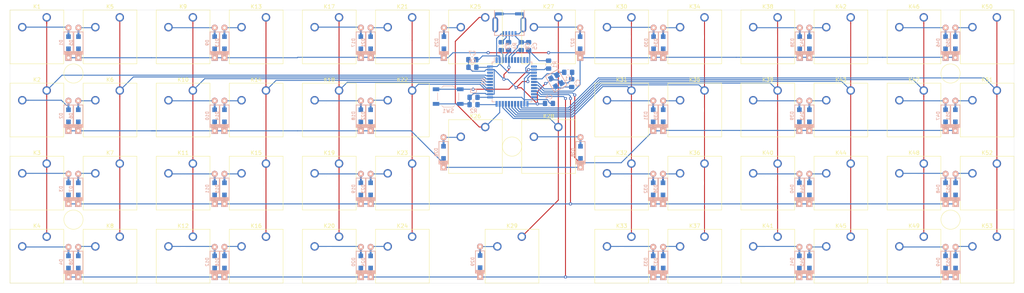
<source format=kicad_pcb>
(kicad_pcb (version 20171130) (host pcbnew 6.0.0-rc1-unknown-ce496ff~84~ubuntu18.04.1)

  (general
    (thickness 1.6)
    (drawings 9)
    (tracks 561)
    (zones 0)
    (modules 122)
    (nets 93)
  )

  (page A4)
  (layers
    (0 F.Cu signal)
    (31 B.Cu signal)
    (32 B.Adhes user)
    (33 F.Adhes user)
    (34 B.Paste user)
    (35 F.Paste user)
    (36 B.SilkS user)
    (37 F.SilkS user)
    (38 B.Mask user)
    (39 F.Mask user)
    (40 Dwgs.User user)
    (41 Cmts.User user)
    (42 Eco1.User user)
    (43 Eco2.User user)
    (44 Edge.Cuts user)
    (45 Margin user)
    (46 B.CrtYd user)
    (47 F.CrtYd user)
    (48 B.Fab user)
    (49 F.Fab user)
  )

  (setup
    (last_trace_width 0.25)
    (trace_clearance 0.2)
    (zone_clearance 0.508)
    (zone_45_only no)
    (trace_min 0.2)
    (via_size 0.8)
    (via_drill 0.4)
    (via_min_size 0.4)
    (via_min_drill 0.3)
    (uvia_size 0.3)
    (uvia_drill 0.1)
    (uvias_allowed no)
    (uvia_min_size 0.2)
    (uvia_min_drill 0.1)
    (edge_width 0.05)
    (segment_width 0.2)
    (pcb_text_width 0.3)
    (pcb_text_size 1.5 1.5)
    (mod_edge_width 0.12)
    (mod_text_size 1 1)
    (mod_text_width 0.15)
    (pad_size 1.524 1.524)
    (pad_drill 0.762)
    (pad_to_mask_clearance 0.051)
    (solder_mask_min_width 0.25)
    (aux_axis_origin 0 0)
    (visible_elements FFFFFFFF)
    (pcbplotparams
      (layerselection 0x010fc_ffffffff)
      (usegerberextensions false)
      (usegerberattributes false)
      (usegerberadvancedattributes false)
      (creategerberjobfile false)
      (excludeedgelayer true)
      (linewidth 0.100000)
      (plotframeref false)
      (viasonmask false)
      (mode 1)
      (useauxorigin false)
      (hpglpennumber 1)
      (hpglpenspeed 20)
      (hpglpendiameter 15.000000)
      (psnegative false)
      (psa4output false)
      (plotreference true)
      (plotvalue true)
      (plotinvisibletext false)
      (padsonsilk false)
      (subtractmaskfromsilk false)
      (outputformat 1)
      (mirror false)
      (drillshape 1)
      (scaleselection 1)
      (outputdirectory ""))
  )

  (net 0 "")
  (net 1 "Net-(C1-Pad1)")
  (net 2 GND)
  (net 3 "Net-(C2-Pad1)")
  (net 4 VCC)
  (net 5 "Net-(C8-Pad1)")
  (net 6 "Net-(D1-Pad2)")
  (net 7 /row0)
  (net 8 "Net-(D2-Pad2)")
  (net 9 /row1)
  (net 10 "Net-(D3-Pad2)")
  (net 11 /row2)
  (net 12 "Net-(D4-Pad2)")
  (net 13 /row3)
  (net 14 "Net-(D5-Pad2)")
  (net 15 "Net-(D6-Pad2)")
  (net 16 "Net-(D7-Pad2)")
  (net 17 "Net-(D8-Pad2)")
  (net 18 "Net-(D9-Pad2)")
  (net 19 "Net-(D10-Pad2)")
  (net 20 "Net-(D11-Pad2)")
  (net 21 "Net-(D12-Pad2)")
  (net 22 "Net-(D13-Pad2)")
  (net 23 "Net-(D14-Pad2)")
  (net 24 "Net-(D15-Pad2)")
  (net 25 "Net-(D16-Pad2)")
  (net 26 "Net-(D17-Pad2)")
  (net 27 "Net-(D18-Pad2)")
  (net 28 "Net-(D19-Pad2)")
  (net 29 "Net-(D20-Pad2)")
  (net 30 "Net-(D21-Pad2)")
  (net 31 "Net-(D22-Pad2)")
  (net 32 "Net-(D23-Pad2)")
  (net 33 "Net-(D24-Pad2)")
  (net 34 "Net-(D25-Pad2)")
  (net 35 "Net-(D26-Pad2)")
  (net 36 "Net-(D27-Pad2)")
  (net 37 "Net-(D28-Pad2)")
  (net 38 "Net-(D29-Pad2)")
  (net 39 "Net-(D30-Pad2)")
  (net 40 "Net-(D31-Pad2)")
  (net 41 "Net-(D32-Pad2)")
  (net 42 "Net-(D33-Pad2)")
  (net 43 "Net-(D34-Pad2)")
  (net 44 "Net-(D35-Pad2)")
  (net 45 "Net-(D36-Pad2)")
  (net 46 "Net-(D37-Pad2)")
  (net 47 "Net-(D38-Pad2)")
  (net 48 "Net-(D39-Pad2)")
  (net 49 "Net-(D40-Pad2)")
  (net 50 "Net-(D41-Pad2)")
  (net 51 "Net-(D42-Pad2)")
  (net 52 "Net-(D43-Pad2)")
  (net 53 "Net-(D44-Pad2)")
  (net 54 "Net-(D45-Pad2)")
  (net 55 "Net-(D46-Pad2)")
  (net 56 "Net-(D47-Pad2)")
  (net 57 "Net-(D48-Pad2)")
  (net 58 "Net-(D49-Pad2)")
  (net 59 "Net-(D50-Pad2)")
  (net 60 "Net-(D51-Pad2)")
  (net 61 "Net-(D52-Pad2)")
  (net 62 "Net-(D53-Pad2)")
  (net 63 "Net-(J1-Pad2)")
  (net 64 "Net-(J1-Pad3)")
  (net 65 "Net-(J1-Pad4)")
  (net 66 /col0)
  (net 67 /col1)
  (net 68 /col2)
  (net 69 /col3)
  (net 70 /col4)
  (net 71 /col5)
  (net 72 /col6)
  (net 73 /col7)
  (net 74 /col8)
  (net 75 /col9)
  (net 76 /col10)
  (net 77 /col11)
  (net 78 /col12)
  (net 79 /col13)
  (net 80 "Net-(R1-Pad1)")
  (net 81 "Net-(R2-Pad2)")
  (net 82 "Net-(R3-Pad1)")
  (net 83 "Net-(R4-Pad1)")
  (net 84 "Net-(U1-Pad1)")
  (net 85 "Net-(U1-Pad7)")
  (net 86 "Net-(U1-Pad8)")
  (net 87 "Net-(U1-Pad9)")
  (net 88 "Net-(U1-Pad10)")
  (net 89 "Net-(U1-Pad11)")
  (net 90 "Net-(U1-Pad12)")
  (net 91 "Net-(U1-Pad22)")
  (net 92 "Net-(U1-Pad42)")

  (net_class Default "This is the default net class."
    (clearance 0.2)
    (trace_width 0.25)
    (via_dia 0.8)
    (via_drill 0.4)
    (uvia_dia 0.3)
    (uvia_drill 0.1)
    (add_net /col0)
    (add_net /col1)
    (add_net /col10)
    (add_net /col11)
    (add_net /col12)
    (add_net /col13)
    (add_net /col2)
    (add_net /col3)
    (add_net /col4)
    (add_net /col5)
    (add_net /col6)
    (add_net /col7)
    (add_net /col8)
    (add_net /col9)
    (add_net /row0)
    (add_net /row1)
    (add_net /row2)
    (add_net /row3)
    (add_net GND)
    (add_net "Net-(C1-Pad1)")
    (add_net "Net-(C2-Pad1)")
    (add_net "Net-(C8-Pad1)")
    (add_net "Net-(D1-Pad2)")
    (add_net "Net-(D10-Pad2)")
    (add_net "Net-(D11-Pad2)")
    (add_net "Net-(D12-Pad2)")
    (add_net "Net-(D13-Pad2)")
    (add_net "Net-(D14-Pad2)")
    (add_net "Net-(D15-Pad2)")
    (add_net "Net-(D16-Pad2)")
    (add_net "Net-(D17-Pad2)")
    (add_net "Net-(D18-Pad2)")
    (add_net "Net-(D19-Pad2)")
    (add_net "Net-(D2-Pad2)")
    (add_net "Net-(D20-Pad2)")
    (add_net "Net-(D21-Pad2)")
    (add_net "Net-(D22-Pad2)")
    (add_net "Net-(D23-Pad2)")
    (add_net "Net-(D24-Pad2)")
    (add_net "Net-(D25-Pad2)")
    (add_net "Net-(D26-Pad2)")
    (add_net "Net-(D27-Pad2)")
    (add_net "Net-(D28-Pad2)")
    (add_net "Net-(D29-Pad2)")
    (add_net "Net-(D3-Pad2)")
    (add_net "Net-(D30-Pad2)")
    (add_net "Net-(D31-Pad2)")
    (add_net "Net-(D32-Pad2)")
    (add_net "Net-(D33-Pad2)")
    (add_net "Net-(D34-Pad2)")
    (add_net "Net-(D35-Pad2)")
    (add_net "Net-(D36-Pad2)")
    (add_net "Net-(D37-Pad2)")
    (add_net "Net-(D38-Pad2)")
    (add_net "Net-(D39-Pad2)")
    (add_net "Net-(D4-Pad2)")
    (add_net "Net-(D40-Pad2)")
    (add_net "Net-(D41-Pad2)")
    (add_net "Net-(D42-Pad2)")
    (add_net "Net-(D43-Pad2)")
    (add_net "Net-(D44-Pad2)")
    (add_net "Net-(D45-Pad2)")
    (add_net "Net-(D46-Pad2)")
    (add_net "Net-(D47-Pad2)")
    (add_net "Net-(D48-Pad2)")
    (add_net "Net-(D49-Pad2)")
    (add_net "Net-(D5-Pad2)")
    (add_net "Net-(D50-Pad2)")
    (add_net "Net-(D51-Pad2)")
    (add_net "Net-(D52-Pad2)")
    (add_net "Net-(D53-Pad2)")
    (add_net "Net-(D6-Pad2)")
    (add_net "Net-(D7-Pad2)")
    (add_net "Net-(D8-Pad2)")
    (add_net "Net-(D9-Pad2)")
    (add_net "Net-(J1-Pad2)")
    (add_net "Net-(J1-Pad3)")
    (add_net "Net-(J1-Pad4)")
    (add_net "Net-(R1-Pad1)")
    (add_net "Net-(R2-Pad2)")
    (add_net "Net-(R3-Pad1)")
    (add_net "Net-(R4-Pad1)")
    (add_net "Net-(U1-Pad1)")
    (add_net "Net-(U1-Pad10)")
    (add_net "Net-(U1-Pad11)")
    (add_net "Net-(U1-Pad12)")
    (add_net "Net-(U1-Pad22)")
    (add_net "Net-(U1-Pad42)")
    (add_net "Net-(U1-Pad7)")
    (add_net "Net-(U1-Pad8)")
    (add_net "Net-(U1-Pad9)")
    (add_net VCC)
  )

  (module Button_Switch_Keyboard:SW_Cherry_MX1A_1.00u_Plate (layer F.Cu) (tedit 5A02FE24) (tstamp 5BD6D559)
    (at 12.04 -33.58)
    (descr "Cherry MX keyswitch, MX1A, 1.00u, plate mount, http://cherryamericas.com/wp-content/uploads/2014/12/mx_cat.pdf")
    (tags "cherry mx keyswitch MX1A 1.00u plate")
    (path /5BE74749)
    (fp_text reference K27 (at -2.54 -2.794) (layer F.SilkS)
      (effects (font (size 1 1) (thickness 0.15)))
    )
    (fp_text value KEYSW (at -2.54 12.954) (layer F.Fab)
      (effects (font (size 1 1) (thickness 0.15)))
    )
    (fp_text user %R (at -2.54 -2.794) (layer F.Fab)
      (effects (font (size 1 1) (thickness 0.15)))
    )
    (fp_line (start -8.89 -1.27) (end 3.81 -1.27) (layer F.Fab) (width 0.15))
    (fp_line (start 3.81 -1.27) (end 3.81 11.43) (layer F.Fab) (width 0.15))
    (fp_line (start 3.81 11.43) (end -8.89 11.43) (layer F.Fab) (width 0.15))
    (fp_line (start -8.89 11.43) (end -8.89 -1.27) (layer F.Fab) (width 0.15))
    (fp_line (start -9.14 11.68) (end -9.14 -1.52) (layer F.CrtYd) (width 0.05))
    (fp_line (start 4.06 11.68) (end -9.14 11.68) (layer F.CrtYd) (width 0.05))
    (fp_line (start 4.06 -1.52) (end 4.06 11.68) (layer F.CrtYd) (width 0.05))
    (fp_line (start -9.14 -1.52) (end 4.06 -1.52) (layer F.CrtYd) (width 0.05))
    (fp_line (start -12.065 -4.445) (end 6.985 -4.445) (layer Dwgs.User) (width 0.15))
    (fp_line (start 6.985 -4.445) (end 6.985 14.605) (layer Dwgs.User) (width 0.15))
    (fp_line (start 6.985 14.605) (end -12.065 14.605) (layer Dwgs.User) (width 0.15))
    (fp_line (start -12.065 14.605) (end -12.065 -4.445) (layer Dwgs.User) (width 0.15))
    (fp_line (start -9.525 -1.905) (end 4.445 -1.905) (layer F.SilkS) (width 0.12))
    (fp_line (start 4.445 -1.905) (end 4.445 12.065) (layer F.SilkS) (width 0.12))
    (fp_line (start 4.445 12.065) (end -9.525 12.065) (layer F.SilkS) (width 0.12))
    (fp_line (start -9.525 12.065) (end -9.525 -1.905) (layer F.SilkS) (width 0.12))
    (pad 1 thru_hole circle (at 0 0) (size 2.2 2.2) (drill 1.5) (layers *.Cu *.Mask)
      (net 73 /col7))
    (pad 2 thru_hole circle (at -6.35 2.54) (size 2.2 2.2) (drill 1.5) (layers *.Cu *.Mask)
      (net 36 "Net-(D27-Pad2)"))
    (pad "" np_thru_hole circle (at -2.54 5.08) (size 4 4) (drill 4) (layers *.Cu *.Mask))
    (model ${KISYS3DMOD}/Button_Switch_Keyboard.3dshapes/SW_Cherry_MX1A_1.00u_Plate.wrl
      (at (xyz 0 0 0))
      (scale (xyz 1 1 1))
      (rotate (xyz 0 0 0))
    )
  )

  (module Button_Switch_Keyboard:SW_Cherry_MX1A_1.00u_Plate (layer F.Cu) (tedit 5A02FE24) (tstamp 5BD6D0BB)
    (at -82.96 23.42)
    (descr "Cherry MX keyswitch, MX1A, 1.00u, plate mount, http://cherryamericas.com/wp-content/uploads/2014/12/mx_cat.pdf")
    (tags "cherry mx keyswitch MX1A 1.00u plate")
    (path /5BE57C93)
    (fp_text reference K12 (at -2.54 -2.794) (layer F.SilkS)
      (effects (font (size 1 1) (thickness 0.15)))
    )
    (fp_text value KEYSW (at -2.54 12.954) (layer F.Fab)
      (effects (font (size 1 1) (thickness 0.15)))
    )
    (fp_line (start -9.525 12.065) (end -9.525 -1.905) (layer F.SilkS) (width 0.12))
    (fp_line (start 4.445 12.065) (end -9.525 12.065) (layer F.SilkS) (width 0.12))
    (fp_line (start 4.445 -1.905) (end 4.445 12.065) (layer F.SilkS) (width 0.12))
    (fp_line (start -9.525 -1.905) (end 4.445 -1.905) (layer F.SilkS) (width 0.12))
    (fp_line (start -12.065 14.605) (end -12.065 -4.445) (layer Dwgs.User) (width 0.15))
    (fp_line (start 6.985 14.605) (end -12.065 14.605) (layer Dwgs.User) (width 0.15))
    (fp_line (start 6.985 -4.445) (end 6.985 14.605) (layer Dwgs.User) (width 0.15))
    (fp_line (start -12.065 -4.445) (end 6.985 -4.445) (layer Dwgs.User) (width 0.15))
    (fp_line (start -9.14 -1.52) (end 4.06 -1.52) (layer F.CrtYd) (width 0.05))
    (fp_line (start 4.06 -1.52) (end 4.06 11.68) (layer F.CrtYd) (width 0.05))
    (fp_line (start 4.06 11.68) (end -9.14 11.68) (layer F.CrtYd) (width 0.05))
    (fp_line (start -9.14 11.68) (end -9.14 -1.52) (layer F.CrtYd) (width 0.05))
    (fp_line (start -8.89 11.43) (end -8.89 -1.27) (layer F.Fab) (width 0.15))
    (fp_line (start 3.81 11.43) (end -8.89 11.43) (layer F.Fab) (width 0.15))
    (fp_line (start 3.81 -1.27) (end 3.81 11.43) (layer F.Fab) (width 0.15))
    (fp_line (start -8.89 -1.27) (end 3.81 -1.27) (layer F.Fab) (width 0.15))
    (fp_text user %R (at -2.54 -2.794) (layer F.Fab)
      (effects (font (size 1 1) (thickness 0.15)))
    )
    (pad "" np_thru_hole circle (at -2.54 5.08) (size 4 4) (drill 4) (layers *.Cu *.Mask))
    (pad 2 thru_hole circle (at -6.35 2.54) (size 2.2 2.2) (drill 1.5) (layers *.Cu *.Mask)
      (net 21 "Net-(D12-Pad2)"))
    (pad 1 thru_hole circle (at 0 0) (size 2.2 2.2) (drill 1.5) (layers *.Cu *.Mask)
      (net 68 /col2))
    (model ${KISYS3DMOD}/Button_Switch_Keyboard.3dshapes/SW_Cherry_MX1A_1.00u_Plate.wrl
      (at (xyz 0 0 0))
      (scale (xyz 1 1 1))
      (rotate (xyz 0 0 0))
    )
  )

  (module Button_Switch_Keyboard:SW_Cherry_MX1A_1.00u_Plate (layer F.Cu) (tedit 5A02FE24) (tstamp 5BD6C659)
    (at 69.04 -14.58)
    (descr "Cherry MX keyswitch, MX1A, 1.00u, plate mount, http://cherryamericas.com/wp-content/uploads/2014/12/mx_cat.pdf")
    (tags "cherry mx keyswitch MX1A 1.00u plate")
    (path /5BE9D8DD)
    (fp_text reference K39 (at -2.54 -2.794) (layer F.SilkS)
      (effects (font (size 1 1) (thickness 0.15)))
    )
    (fp_text value KEYSW (at -2.54 12.954) (layer F.Fab)
      (effects (font (size 1 1) (thickness 0.15)))
    )
    (fp_text user %R (at -2.54 -2.794) (layer F.Fab)
      (effects (font (size 1 1) (thickness 0.15)))
    )
    (fp_line (start -8.89 -1.27) (end 3.81 -1.27) (layer F.Fab) (width 0.15))
    (fp_line (start 3.81 -1.27) (end 3.81 11.43) (layer F.Fab) (width 0.15))
    (fp_line (start 3.81 11.43) (end -8.89 11.43) (layer F.Fab) (width 0.15))
    (fp_line (start -8.89 11.43) (end -8.89 -1.27) (layer F.Fab) (width 0.15))
    (fp_line (start -9.14 11.68) (end -9.14 -1.52) (layer F.CrtYd) (width 0.05))
    (fp_line (start 4.06 11.68) (end -9.14 11.68) (layer F.CrtYd) (width 0.05))
    (fp_line (start 4.06 -1.52) (end 4.06 11.68) (layer F.CrtYd) (width 0.05))
    (fp_line (start -9.14 -1.52) (end 4.06 -1.52) (layer F.CrtYd) (width 0.05))
    (fp_line (start -12.065 -4.445) (end 6.985 -4.445) (layer Dwgs.User) (width 0.15))
    (fp_line (start 6.985 -4.445) (end 6.985 14.605) (layer Dwgs.User) (width 0.15))
    (fp_line (start 6.985 14.605) (end -12.065 14.605) (layer Dwgs.User) (width 0.15))
    (fp_line (start -12.065 14.605) (end -12.065 -4.445) (layer Dwgs.User) (width 0.15))
    (fp_line (start -9.525 -1.905) (end 4.445 -1.905) (layer F.SilkS) (width 0.12))
    (fp_line (start 4.445 -1.905) (end 4.445 12.065) (layer F.SilkS) (width 0.12))
    (fp_line (start 4.445 12.065) (end -9.525 12.065) (layer F.SilkS) (width 0.12))
    (fp_line (start -9.525 12.065) (end -9.525 -1.905) (layer F.SilkS) (width 0.12))
    (pad 1 thru_hole circle (at 0 0) (size 2.2 2.2) (drill 1.5) (layers *.Cu *.Mask)
      (net 76 /col10))
    (pad 2 thru_hole circle (at -6.35 2.54) (size 2.2 2.2) (drill 1.5) (layers *.Cu *.Mask)
      (net 48 "Net-(D39-Pad2)"))
    (pad "" np_thru_hole circle (at -2.54 5.08) (size 4 4) (drill 4) (layers *.Cu *.Mask))
    (model ${KISYS3DMOD}/Button_Switch_Keyboard.3dshapes/SW_Cherry_MX1A_1.00u_Plate.wrl
      (at (xyz 0 0 0))
      (scale (xyz 1 1 1))
      (rotate (xyz 0 0 0))
    )
  )

  (module keyboard_parts:D_SOD123_axial (layer B.Cu) (tedit 561B6A12) (tstamp 5BD6C219)
    (at -39.3 -27 90)
    (path /5BE74684)
    (attr smd)
    (fp_text reference D17 (at 0 -1.925 90) (layer B.SilkS)
      (effects (font (size 0.8 0.8) (thickness 0.15)) (justify mirror))
    )
    (fp_text value D_Small (at 0 1.925 90) (layer B.SilkS) hide
      (effects (font (size 0.8 0.8) (thickness 0.15)) (justify mirror))
    )
    (fp_line (start -2.275 1.2) (end -2.275 -1.2) (layer B.SilkS) (width 0.2))
    (fp_line (start -2.45 1.2) (end -2.45 -1.2) (layer B.SilkS) (width 0.2))
    (fp_line (start -2.625 1.2) (end -2.625 -1.2) (layer B.SilkS) (width 0.2))
    (fp_line (start -3.025 -1.2) (end -3.025 1.2) (layer B.SilkS) (width 0.2))
    (fp_line (start -2.8 1.2) (end -2.8 -1.2) (layer B.SilkS) (width 0.2))
    (fp_line (start -2.925 1.2) (end -2.925 -1.2) (layer B.SilkS) (width 0.2))
    (fp_line (start -3 1.2) (end 2.8 1.2) (layer B.SilkS) (width 0.2))
    (fp_line (start 2.8 1.2) (end 2.8 -1.2) (layer B.SilkS) (width 0.2))
    (fp_line (start 2.8 -1.2) (end -3 -1.2) (layer B.SilkS) (width 0.2))
    (pad 2 smd rect (at 1.575 0 90) (size 1.2 1.2) (layers B.Cu B.Paste B.Mask)
      (net 26 "Net-(D17-Pad2)"))
    (pad 1 smd rect (at -1.575 0 90) (size 1.2 1.2) (layers B.Cu B.Paste B.Mask)
      (net 7 /row0))
    (pad 1 thru_hole rect (at -3.9 0 90) (size 1.6 1.6) (drill 0.7) (layers *.Cu *.Mask B.SilkS)
      (net 7 /row0))
    (pad 2 thru_hole circle (at 3.9 0 90) (size 1.6 1.6) (drill 0.7) (layers *.Cu *.Mask B.SilkS)
      (net 26 "Net-(D17-Pad2)"))
    (pad 1 smd rect (at -2.7 0 90) (size 2.5 0.5) (layers B.Cu)
      (net 7 /row0) (solder_mask_margin -999))
    (pad 2 smd rect (at 2.7 0 90) (size 2.5 0.5) (layers B.Cu)
      (net 26 "Net-(D17-Pad2)") (solder_mask_margin -999))
  )

  (module Button_Switch_Keyboard:SW_Cherry_MX1A_1.00u_Plate (layer F.Cu) (tedit 5A02FE24) (tstamp 5BD6D5E3)
    (at -6.96 -33.58)
    (descr "Cherry MX keyswitch, MX1A, 1.00u, plate mount, http://cherryamericas.com/wp-content/uploads/2014/12/mx_cat.pdf")
    (tags "cherry mx keyswitch MX1A 1.00u plate")
    (path /5BE74705)
    (fp_text reference K25 (at -2.54 -2.794) (layer F.SilkS)
      (effects (font (size 1 1) (thickness 0.15)))
    )
    (fp_text value KEYSW (at -2.54 12.954) (layer F.Fab)
      (effects (font (size 1 1) (thickness 0.15)))
    )
    (fp_line (start -9.525 12.065) (end -9.525 -1.905) (layer F.SilkS) (width 0.12))
    (fp_line (start 4.445 12.065) (end -9.525 12.065) (layer F.SilkS) (width 0.12))
    (fp_line (start 4.445 -1.905) (end 4.445 12.065) (layer F.SilkS) (width 0.12))
    (fp_line (start -9.525 -1.905) (end 4.445 -1.905) (layer F.SilkS) (width 0.12))
    (fp_line (start -12.065 14.605) (end -12.065 -4.445) (layer Dwgs.User) (width 0.15))
    (fp_line (start 6.985 14.605) (end -12.065 14.605) (layer Dwgs.User) (width 0.15))
    (fp_line (start 6.985 -4.445) (end 6.985 14.605) (layer Dwgs.User) (width 0.15))
    (fp_line (start -12.065 -4.445) (end 6.985 -4.445) (layer Dwgs.User) (width 0.15))
    (fp_line (start -9.14 -1.52) (end 4.06 -1.52) (layer F.CrtYd) (width 0.05))
    (fp_line (start 4.06 -1.52) (end 4.06 11.68) (layer F.CrtYd) (width 0.05))
    (fp_line (start 4.06 11.68) (end -9.14 11.68) (layer F.CrtYd) (width 0.05))
    (fp_line (start -9.14 11.68) (end -9.14 -1.52) (layer F.CrtYd) (width 0.05))
    (fp_line (start -8.89 11.43) (end -8.89 -1.27) (layer F.Fab) (width 0.15))
    (fp_line (start 3.81 11.43) (end -8.89 11.43) (layer F.Fab) (width 0.15))
    (fp_line (start 3.81 -1.27) (end 3.81 11.43) (layer F.Fab) (width 0.15))
    (fp_line (start -8.89 -1.27) (end 3.81 -1.27) (layer F.Fab) (width 0.15))
    (fp_text user %R (at -2.54 -2.794) (layer F.Fab)
      (effects (font (size 1 1) (thickness 0.15)))
    )
    (pad "" np_thru_hole circle (at -2.54 5.08) (size 4 4) (drill 4) (layers *.Cu *.Mask))
    (pad 2 thru_hole circle (at -6.35 2.54) (size 2.2 2.2) (drill 1.5) (layers *.Cu *.Mask)
      (net 34 "Net-(D25-Pad2)"))
    (pad 1 thru_hole circle (at 0 0) (size 2.2 2.2) (drill 1.5) (layers *.Cu *.Mask)
      (net 72 /col6))
    (model ${KISYS3DMOD}/Button_Switch_Keyboard.3dshapes/SW_Cherry_MX1A_1.00u_Plate.wrl
      (at (xyz 0 0 0))
      (scale (xyz 1 1 1))
      (rotate (xyz 0 0 0))
    )
  )

  (module Button_Switch_Keyboard:SW_Cherry_MX1A_1.00u_Plate (layer F.Cu) (tedit 5A02FE24) (tstamp 5BD6D799)
    (at -120.96 -33.58)
    (descr "Cherry MX keyswitch, MX1A, 1.00u, plate mount, http://cherryamericas.com/wp-content/uploads/2014/12/mx_cat.pdf")
    (tags "cherry mx keyswitch MX1A 1.00u plate")
    (path /5BE061CE)
    (fp_text reference K1 (at -2.54 -2.794) (layer F.SilkS)
      (effects (font (size 1 1) (thickness 0.15)))
    )
    (fp_text value KEYSW (at -2.54 12.954) (layer F.Fab)
      (effects (font (size 1 1) (thickness 0.15)))
    )
    (fp_line (start -9.525 12.065) (end -9.525 -1.905) (layer F.SilkS) (width 0.12))
    (fp_line (start 4.445 12.065) (end -9.525 12.065) (layer F.SilkS) (width 0.12))
    (fp_line (start 4.445 -1.905) (end 4.445 12.065) (layer F.SilkS) (width 0.12))
    (fp_line (start -9.525 -1.905) (end 4.445 -1.905) (layer F.SilkS) (width 0.12))
    (fp_line (start -12.065 14.605) (end -12.065 -4.445) (layer Dwgs.User) (width 0.15))
    (fp_line (start 6.985 14.605) (end -12.065 14.605) (layer Dwgs.User) (width 0.15))
    (fp_line (start 6.985 -4.445) (end 6.985 14.605) (layer Dwgs.User) (width 0.15))
    (fp_line (start -12.065 -4.445) (end 6.985 -4.445) (layer Dwgs.User) (width 0.15))
    (fp_line (start -9.14 -1.52) (end 4.06 -1.52) (layer F.CrtYd) (width 0.05))
    (fp_line (start 4.06 -1.52) (end 4.06 11.68) (layer F.CrtYd) (width 0.05))
    (fp_line (start 4.06 11.68) (end -9.14 11.68) (layer F.CrtYd) (width 0.05))
    (fp_line (start -9.14 11.68) (end -9.14 -1.52) (layer F.CrtYd) (width 0.05))
    (fp_line (start -8.89 11.43) (end -8.89 -1.27) (layer F.Fab) (width 0.15))
    (fp_line (start 3.81 11.43) (end -8.89 11.43) (layer F.Fab) (width 0.15))
    (fp_line (start 3.81 -1.27) (end 3.81 11.43) (layer F.Fab) (width 0.15))
    (fp_line (start -8.89 -1.27) (end 3.81 -1.27) (layer F.Fab) (width 0.15))
    (fp_text user %R (at -2.54 -2.794) (layer F.Fab)
      (effects (font (size 1 1) (thickness 0.15)))
    )
    (pad "" np_thru_hole circle (at -2.54 5.08) (size 4 4) (drill 4) (layers *.Cu *.Mask))
    (pad 2 thru_hole circle (at -6.35 2.54) (size 2.2 2.2) (drill 1.5) (layers *.Cu *.Mask)
      (net 6 "Net-(D1-Pad2)"))
    (pad 1 thru_hole circle (at 0 0) (size 2.2 2.2) (drill 1.5) (layers *.Cu *.Mask)
      (net 66 /col0))
    (model ${KISYS3DMOD}/Button_Switch_Keyboard.3dshapes/SW_Cherry_MX1A_1.00u_Plate.wrl
      (at (xyz 0 0 0))
      (scale (xyz 1 1 1))
      (rotate (xyz 0 0 0))
    )
  )

  (module Capacitor_SMD:C_0805_2012Metric_Pad1.15x1.40mm_HandSolder (layer B.Cu) (tedit 5B36C52B) (tstamp 5BD79C5F)
    (at 14.6 -19.3)
    (descr "Capacitor SMD 0805 (2012 Metric), square (rectangular) end terminal, IPC_7351 nominal with elongated pad for handsoldering. (Body size source: https://docs.google.com/spreadsheets/d/1BsfQQcO9C6DZCsRaXUlFlo91Tg2WpOkGARC1WS5S8t0/edit?usp=sharing), generated with kicad-footprint-generator")
    (tags "capacitor handsolder")
    (path /5BD5D7FC)
    (attr smd)
    (fp_text reference C1 (at 0 1.65) (layer B.SilkS)
      (effects (font (size 1 1) (thickness 0.15)) (justify mirror))
    )
    (fp_text value 22p (at 0 -1.65) (layer B.Fab)
      (effects (font (size 1 1) (thickness 0.15)) (justify mirror))
    )
    (fp_line (start -1 -0.6) (end -1 0.6) (layer B.Fab) (width 0.1))
    (fp_line (start -1 0.6) (end 1 0.6) (layer B.Fab) (width 0.1))
    (fp_line (start 1 0.6) (end 1 -0.6) (layer B.Fab) (width 0.1))
    (fp_line (start 1 -0.6) (end -1 -0.6) (layer B.Fab) (width 0.1))
    (fp_line (start -0.261252 0.71) (end 0.261252 0.71) (layer B.SilkS) (width 0.12))
    (fp_line (start -0.261252 -0.71) (end 0.261252 -0.71) (layer B.SilkS) (width 0.12))
    (fp_line (start -1.85 -0.95) (end -1.85 0.95) (layer B.CrtYd) (width 0.05))
    (fp_line (start -1.85 0.95) (end 1.85 0.95) (layer B.CrtYd) (width 0.05))
    (fp_line (start 1.85 0.95) (end 1.85 -0.95) (layer B.CrtYd) (width 0.05))
    (fp_line (start 1.85 -0.95) (end -1.85 -0.95) (layer B.CrtYd) (width 0.05))
    (fp_text user %R (at 0 0) (layer B.Fab)
      (effects (font (size 0.5 0.5) (thickness 0.08)) (justify mirror))
    )
    (pad 1 smd roundrect (at -1.025 0) (size 1.15 1.4) (layers B.Cu B.Paste B.Mask) (roundrect_rratio 0.217391)
      (net 1 "Net-(C1-Pad1)"))
    (pad 2 smd roundrect (at 1.025 0) (size 1.15 1.4) (layers B.Cu B.Paste B.Mask) (roundrect_rratio 0.217391)
      (net 2 GND))
    (model ${KISYS3DMOD}/Capacitor_SMD.3dshapes/C_0805_2012Metric.wrl
      (at (xyz 0 0 0))
      (scale (xyz 1 1 1))
      (rotate (xyz 0 0 0))
    )
  )

  (module Capacitor_SMD:C_0805_2012Metric_Pad1.15x1.40mm_HandSolder (layer B.Cu) (tedit 5B36C52B) (tstamp 5BDA691E)
    (at 15.5 -16.5 90)
    (descr "Capacitor SMD 0805 (2012 Metric), square (rectangular) end terminal, IPC_7351 nominal with elongated pad for handsoldering. (Body size source: https://docs.google.com/spreadsheets/d/1BsfQQcO9C6DZCsRaXUlFlo91Tg2WpOkGARC1WS5S8t0/edit?usp=sharing), generated with kicad-footprint-generator")
    (tags "capacitor handsolder")
    (path /5BD5DBC7)
    (attr smd)
    (fp_text reference C2 (at 0 1.65 90) (layer B.SilkS)
      (effects (font (size 1 1) (thickness 0.15)) (justify mirror))
    )
    (fp_text value 22p (at 0 -1.65 90) (layer B.Fab)
      (effects (font (size 1 1) (thickness 0.15)) (justify mirror))
    )
    (fp_line (start -1 -0.6) (end -1 0.6) (layer B.Fab) (width 0.1))
    (fp_line (start -1 0.6) (end 1 0.6) (layer B.Fab) (width 0.1))
    (fp_line (start 1 0.6) (end 1 -0.6) (layer B.Fab) (width 0.1))
    (fp_line (start 1 -0.6) (end -1 -0.6) (layer B.Fab) (width 0.1))
    (fp_line (start -0.261252 0.71) (end 0.261252 0.71) (layer B.SilkS) (width 0.12))
    (fp_line (start -0.261252 -0.71) (end 0.261252 -0.71) (layer B.SilkS) (width 0.12))
    (fp_line (start -1.85 -0.95) (end -1.85 0.95) (layer B.CrtYd) (width 0.05))
    (fp_line (start -1.85 0.95) (end 1.85 0.95) (layer B.CrtYd) (width 0.05))
    (fp_line (start 1.85 0.95) (end 1.85 -0.95) (layer B.CrtYd) (width 0.05))
    (fp_line (start 1.85 -0.95) (end -1.85 -0.95) (layer B.CrtYd) (width 0.05))
    (fp_text user %R (at 0 0 90) (layer B.Fab)
      (effects (font (size 0.5 0.5) (thickness 0.08)) (justify mirror))
    )
    (pad 1 smd roundrect (at -1.025 0 90) (size 1.15 1.4) (layers B.Cu B.Paste B.Mask) (roundrect_rratio 0.217391)
      (net 3 "Net-(C2-Pad1)"))
    (pad 2 smd roundrect (at 1.025 0 90) (size 1.15 1.4) (layers B.Cu B.Paste B.Mask) (roundrect_rratio 0.217391)
      (net 2 GND))
    (model ${KISYS3DMOD}/Capacitor_SMD.3dshapes/C_0805_2012Metric.wrl
      (at (xyz 0 0 0))
      (scale (xyz 1 1 1))
      (rotate (xyz 0 0 0))
    )
  )

  (module Capacitor_SMD:C_0805_2012Metric_Pad1.15x1.40mm_HandSolder (layer B.Cu) (tedit 5B36C52B) (tstamp 5BD6CEAD)
    (at -10 -12.8 180)
    (descr "Capacitor SMD 0805 (2012 Metric), square (rectangular) end terminal, IPC_7351 nominal with elongated pad for handsoldering. (Body size source: https://docs.google.com/spreadsheets/d/1BsfQQcO9C6DZCsRaXUlFlo91Tg2WpOkGARC1WS5S8t0/edit?usp=sharing), generated with kicad-footprint-generator")
    (tags "capacitor handsolder")
    (path /5BD81493)
    (attr smd)
    (fp_text reference C3 (at 0 1.65 180) (layer B.SilkS)
      (effects (font (size 1 1) (thickness 0.15)) (justify mirror))
    )
    (fp_text value 0.1u (at 0 -1.65 180) (layer B.Fab)
      (effects (font (size 1 1) (thickness 0.15)) (justify mirror))
    )
    (fp_text user %R (at 0 0 180) (layer B.Fab)
      (effects (font (size 0.5 0.5) (thickness 0.08)) (justify mirror))
    )
    (fp_line (start 1.85 -0.95) (end -1.85 -0.95) (layer B.CrtYd) (width 0.05))
    (fp_line (start 1.85 0.95) (end 1.85 -0.95) (layer B.CrtYd) (width 0.05))
    (fp_line (start -1.85 0.95) (end 1.85 0.95) (layer B.CrtYd) (width 0.05))
    (fp_line (start -1.85 -0.95) (end -1.85 0.95) (layer B.CrtYd) (width 0.05))
    (fp_line (start -0.261252 -0.71) (end 0.261252 -0.71) (layer B.SilkS) (width 0.12))
    (fp_line (start -0.261252 0.71) (end 0.261252 0.71) (layer B.SilkS) (width 0.12))
    (fp_line (start 1 -0.6) (end -1 -0.6) (layer B.Fab) (width 0.1))
    (fp_line (start 1 0.6) (end 1 -0.6) (layer B.Fab) (width 0.1))
    (fp_line (start -1 0.6) (end 1 0.6) (layer B.Fab) (width 0.1))
    (fp_line (start -1 -0.6) (end -1 0.6) (layer B.Fab) (width 0.1))
    (pad 2 smd roundrect (at 1.025 0 180) (size 1.15 1.4) (layers B.Cu B.Paste B.Mask) (roundrect_rratio 0.217391)
      (net 2 GND))
    (pad 1 smd roundrect (at -1.025 0 180) (size 1.15 1.4) (layers B.Cu B.Paste B.Mask) (roundrect_rratio 0.217391)
      (net 4 VCC))
    (model ${KISYS3DMOD}/Capacitor_SMD.3dshapes/C_0805_2012Metric.wrl
      (at (xyz 0 0 0))
      (scale (xyz 1 1 1))
      (rotate (xyz 0 0 0))
    )
  )

  (module Capacitor_SMD:C_0805_2012Metric_Pad1.15x1.40mm_HandSolder (layer B.Cu) (tedit 5B36C52B) (tstamp 5BD6D927)
    (at 9.6 -11.2 180)
    (descr "Capacitor SMD 0805 (2012 Metric), square (rectangular) end terminal, IPC_7351 nominal with elongated pad for handsoldering. (Body size source: https://docs.google.com/spreadsheets/d/1BsfQQcO9C6DZCsRaXUlFlo91Tg2WpOkGARC1WS5S8t0/edit?usp=sharing), generated with kicad-footprint-generator")
    (tags "capacitor handsolder")
    (path /5BD83027)
    (attr smd)
    (fp_text reference C4 (at 0 1.65 180) (layer B.SilkS)
      (effects (font (size 1 1) (thickness 0.15)) (justify mirror))
    )
    (fp_text value 0.1u (at 0 -1.65 180) (layer B.Fab)
      (effects (font (size 1 1) (thickness 0.15)) (justify mirror))
    )
    (fp_text user %R (at 0 0 180) (layer B.Fab)
      (effects (font (size 0.5 0.5) (thickness 0.08)) (justify mirror))
    )
    (fp_line (start 1.85 -0.95) (end -1.85 -0.95) (layer B.CrtYd) (width 0.05))
    (fp_line (start 1.85 0.95) (end 1.85 -0.95) (layer B.CrtYd) (width 0.05))
    (fp_line (start -1.85 0.95) (end 1.85 0.95) (layer B.CrtYd) (width 0.05))
    (fp_line (start -1.85 -0.95) (end -1.85 0.95) (layer B.CrtYd) (width 0.05))
    (fp_line (start -0.261252 -0.71) (end 0.261252 -0.71) (layer B.SilkS) (width 0.12))
    (fp_line (start -0.261252 0.71) (end 0.261252 0.71) (layer B.SilkS) (width 0.12))
    (fp_line (start 1 -0.6) (end -1 -0.6) (layer B.Fab) (width 0.1))
    (fp_line (start 1 0.6) (end 1 -0.6) (layer B.Fab) (width 0.1))
    (fp_line (start -1 0.6) (end 1 0.6) (layer B.Fab) (width 0.1))
    (fp_line (start -1 -0.6) (end -1 0.6) (layer B.Fab) (width 0.1))
    (pad 2 smd roundrect (at 1.025 0 180) (size 1.15 1.4) (layers B.Cu B.Paste B.Mask) (roundrect_rratio 0.217391)
      (net 2 GND))
    (pad 1 smd roundrect (at -1.025 0 180) (size 1.15 1.4) (layers B.Cu B.Paste B.Mask) (roundrect_rratio 0.217391)
      (net 4 VCC))
    (model ${KISYS3DMOD}/Capacitor_SMD.3dshapes/C_0805_2012Metric.wrl
      (at (xyz 0 0 0))
      (scale (xyz 1 1 1))
      (rotate (xyz 0 0 0))
    )
  )

  (module Capacitor_SMD:C_0805_2012Metric_Pad1.15x1.40mm_HandSolder (layer B.Cu) (tedit 5B36C52B) (tstamp 5BD6CE4D)
    (at 4.3 -26.1 90)
    (descr "Capacitor SMD 0805 (2012 Metric), square (rectangular) end terminal, IPC_7351 nominal with elongated pad for handsoldering. (Body size source: https://docs.google.com/spreadsheets/d/1BsfQQcO9C6DZCsRaXUlFlo91Tg2WpOkGARC1WS5S8t0/edit?usp=sharing), generated with kicad-footprint-generator")
    (tags "capacitor handsolder")
    (path /5BD838DE)
    (attr smd)
    (fp_text reference C5 (at 0 1.65 90) (layer B.SilkS)
      (effects (font (size 1 1) (thickness 0.15)) (justify mirror))
    )
    (fp_text value 0.1u (at 0 -1.65 90) (layer B.Fab)
      (effects (font (size 1 1) (thickness 0.15)) (justify mirror))
    )
    (fp_line (start -1 -0.6) (end -1 0.6) (layer B.Fab) (width 0.1))
    (fp_line (start -1 0.6) (end 1 0.6) (layer B.Fab) (width 0.1))
    (fp_line (start 1 0.6) (end 1 -0.6) (layer B.Fab) (width 0.1))
    (fp_line (start 1 -0.6) (end -1 -0.6) (layer B.Fab) (width 0.1))
    (fp_line (start -0.261252 0.71) (end 0.261252 0.71) (layer B.SilkS) (width 0.12))
    (fp_line (start -0.261252 -0.71) (end 0.261252 -0.71) (layer B.SilkS) (width 0.12))
    (fp_line (start -1.85 -0.95) (end -1.85 0.95) (layer B.CrtYd) (width 0.05))
    (fp_line (start -1.85 0.95) (end 1.85 0.95) (layer B.CrtYd) (width 0.05))
    (fp_line (start 1.85 0.95) (end 1.85 -0.95) (layer B.CrtYd) (width 0.05))
    (fp_line (start 1.85 -0.95) (end -1.85 -0.95) (layer B.CrtYd) (width 0.05))
    (fp_text user %R (at 0 0 90) (layer B.Fab)
      (effects (font (size 0.5 0.5) (thickness 0.08)) (justify mirror))
    )
    (pad 1 smd roundrect (at -1.025 0 90) (size 1.15 1.4) (layers B.Cu B.Paste B.Mask) (roundrect_rratio 0.217391)
      (net 4 VCC))
    (pad 2 smd roundrect (at 1.025 0 90) (size 1.15 1.4) (layers B.Cu B.Paste B.Mask) (roundrect_rratio 0.217391)
      (net 2 GND))
    (model ${KISYS3DMOD}/Capacitor_SMD.3dshapes/C_0805_2012Metric.wrl
      (at (xyz 0 0 0))
      (scale (xyz 1 1 1))
      (rotate (xyz 0 0 0))
    )
  )

  (module Capacitor_SMD:C_0805_2012Metric_Pad1.15x1.40mm_HandSolder (layer B.Cu) (tedit 5B36C52B) (tstamp 5BD6CE1D)
    (at -10.3 -20.6 180)
    (descr "Capacitor SMD 0805 (2012 Metric), square (rectangular) end terminal, IPC_7351 nominal with elongated pad for handsoldering. (Body size source: https://docs.google.com/spreadsheets/d/1BsfQQcO9C6DZCsRaXUlFlo91Tg2WpOkGARC1WS5S8t0/edit?usp=sharing), generated with kicad-footprint-generator")
    (tags "capacitor handsolder")
    (path /5BD8453D)
    (attr smd)
    (fp_text reference C6 (at 0 1.65 180) (layer B.SilkS)
      (effects (font (size 1 1) (thickness 0.15)) (justify mirror))
    )
    (fp_text value 0.1u (at 0 -1.65 180) (layer B.Fab)
      (effects (font (size 1 1) (thickness 0.15)) (justify mirror))
    )
    (fp_text user %R (at 0 0 180) (layer B.Fab)
      (effects (font (size 0.5 0.5) (thickness 0.08)) (justify mirror))
    )
    (fp_line (start 1.85 -0.95) (end -1.85 -0.95) (layer B.CrtYd) (width 0.05))
    (fp_line (start 1.85 0.95) (end 1.85 -0.95) (layer B.CrtYd) (width 0.05))
    (fp_line (start -1.85 0.95) (end 1.85 0.95) (layer B.CrtYd) (width 0.05))
    (fp_line (start -1.85 -0.95) (end -1.85 0.95) (layer B.CrtYd) (width 0.05))
    (fp_line (start -0.261252 -0.71) (end 0.261252 -0.71) (layer B.SilkS) (width 0.12))
    (fp_line (start -0.261252 0.71) (end 0.261252 0.71) (layer B.SilkS) (width 0.12))
    (fp_line (start 1 -0.6) (end -1 -0.6) (layer B.Fab) (width 0.1))
    (fp_line (start 1 0.6) (end 1 -0.6) (layer B.Fab) (width 0.1))
    (fp_line (start -1 0.6) (end 1 0.6) (layer B.Fab) (width 0.1))
    (fp_line (start -1 -0.6) (end -1 0.6) (layer B.Fab) (width 0.1))
    (pad 2 smd roundrect (at 1.025 0 180) (size 1.15 1.4) (layers B.Cu B.Paste B.Mask) (roundrect_rratio 0.217391)
      (net 2 GND))
    (pad 1 smd roundrect (at -1.025 0 180) (size 1.15 1.4) (layers B.Cu B.Paste B.Mask) (roundrect_rratio 0.217391)
      (net 4 VCC))
    (model ${KISYS3DMOD}/Capacitor_SMD.3dshapes/C_0805_2012Metric.wrl
      (at (xyz 0 0 0))
      (scale (xyz 1 1 1))
      (rotate (xyz 0 0 0))
    )
  )

  (module Capacitor_SMD:C_0805_2012Metric_Pad1.15x1.40mm_HandSolder (layer B.Cu) (tedit 5B36C52B) (tstamp 5BD6CEDD)
    (at -10.325 -22.6 180)
    (descr "Capacitor SMD 0805 (2012 Metric), square (rectangular) end terminal, IPC_7351 nominal with elongated pad for handsoldering. (Body size source: https://docs.google.com/spreadsheets/d/1BsfQQcO9C6DZCsRaXUlFlo91Tg2WpOkGARC1WS5S8t0/edit?usp=sharing), generated with kicad-footprint-generator")
    (tags "capacitor handsolder")
    (path /5BD84ACA)
    (attr smd)
    (fp_text reference C7 (at 0 1.65 180) (layer B.SilkS)
      (effects (font (size 1 1) (thickness 0.15)) (justify mirror))
    )
    (fp_text value 4.7u (at 0 -1.65 180) (layer B.Fab)
      (effects (font (size 1 1) (thickness 0.15)) (justify mirror))
    )
    (fp_line (start -1 -0.6) (end -1 0.6) (layer B.Fab) (width 0.1))
    (fp_line (start -1 0.6) (end 1 0.6) (layer B.Fab) (width 0.1))
    (fp_line (start 1 0.6) (end 1 -0.6) (layer B.Fab) (width 0.1))
    (fp_line (start 1 -0.6) (end -1 -0.6) (layer B.Fab) (width 0.1))
    (fp_line (start -0.261252 0.71) (end 0.261252 0.71) (layer B.SilkS) (width 0.12))
    (fp_line (start -0.261252 -0.71) (end 0.261252 -0.71) (layer B.SilkS) (width 0.12))
    (fp_line (start -1.85 -0.95) (end -1.85 0.95) (layer B.CrtYd) (width 0.05))
    (fp_line (start -1.85 0.95) (end 1.85 0.95) (layer B.CrtYd) (width 0.05))
    (fp_line (start 1.85 0.95) (end 1.85 -0.95) (layer B.CrtYd) (width 0.05))
    (fp_line (start 1.85 -0.95) (end -1.85 -0.95) (layer B.CrtYd) (width 0.05))
    (fp_text user %R (at 0 0 180) (layer B.Fab)
      (effects (font (size 0.5 0.5) (thickness 0.08)) (justify mirror))
    )
    (pad 1 smd roundrect (at -1.025 0 180) (size 1.15 1.4) (layers B.Cu B.Paste B.Mask) (roundrect_rratio 0.217391)
      (net 4 VCC))
    (pad 2 smd roundrect (at 1.025 0 180) (size 1.15 1.4) (layers B.Cu B.Paste B.Mask) (roundrect_rratio 0.217391)
      (net 2 GND))
    (model ${KISYS3DMOD}/Capacitor_SMD.3dshapes/C_0805_2012Metric.wrl
      (at (xyz 0 0 0))
      (scale (xyz 1 1 1))
      (rotate (xyz 0 0 0))
    )
  )

  (module Capacitor_SMD:C_0805_2012Metric_Pad1.15x1.40mm_HandSolder (layer B.Cu) (tedit 5B36C52B) (tstamp 5BD6CADE)
    (at 2.4 -26.1 90)
    (descr "Capacitor SMD 0805 (2012 Metric), square (rectangular) end terminal, IPC_7351 nominal with elongated pad for handsoldering. (Body size source: https://docs.google.com/spreadsheets/d/1BsfQQcO9C6DZCsRaXUlFlo91Tg2WpOkGARC1WS5S8t0/edit?usp=sharing), generated with kicad-footprint-generator")
    (tags "capacitor handsolder")
    (path /5BDA690C)
    (attr smd)
    (fp_text reference C8 (at 0 1.65 90) (layer B.SilkS)
      (effects (font (size 1 1) (thickness 0.15)) (justify mirror))
    )
    (fp_text value 1u (at 0 -1.65 90) (layer B.Fab)
      (effects (font (size 1 1) (thickness 0.15)) (justify mirror))
    )
    (fp_text user %R (at 0 0 90) (layer B.Fab)
      (effects (font (size 0.5 0.5) (thickness 0.08)) (justify mirror))
    )
    (fp_line (start 1.85 -0.95) (end -1.85 -0.95) (layer B.CrtYd) (width 0.05))
    (fp_line (start 1.85 0.95) (end 1.85 -0.95) (layer B.CrtYd) (width 0.05))
    (fp_line (start -1.85 0.95) (end 1.85 0.95) (layer B.CrtYd) (width 0.05))
    (fp_line (start -1.85 -0.95) (end -1.85 0.95) (layer B.CrtYd) (width 0.05))
    (fp_line (start -0.261252 -0.71) (end 0.261252 -0.71) (layer B.SilkS) (width 0.12))
    (fp_line (start -0.261252 0.71) (end 0.261252 0.71) (layer B.SilkS) (width 0.12))
    (fp_line (start 1 -0.6) (end -1 -0.6) (layer B.Fab) (width 0.1))
    (fp_line (start 1 0.6) (end 1 -0.6) (layer B.Fab) (width 0.1))
    (fp_line (start -1 0.6) (end 1 0.6) (layer B.Fab) (width 0.1))
    (fp_line (start -1 -0.6) (end -1 0.6) (layer B.Fab) (width 0.1))
    (pad 2 smd roundrect (at 1.025 0 90) (size 1.15 1.4) (layers B.Cu B.Paste B.Mask) (roundrect_rratio 0.217391)
      (net 2 GND))
    (pad 1 smd roundrect (at -1.025 0 90) (size 1.15 1.4) (layers B.Cu B.Paste B.Mask) (roundrect_rratio 0.217391)
      (net 5 "Net-(C8-Pad1)"))
    (model ${KISYS3DMOD}/Capacitor_SMD.3dshapes/C_0805_2012Metric.wrl
      (at (xyz 0 0 0))
      (scale (xyz 1 1 1))
      (rotate (xyz 0 0 0))
    )
  )

  (module keyboard_parts:D_SOD123_axial (layer B.Cu) (tedit 561B6A12) (tstamp 5BD6CFF6)
    (at -115.3 -27 90)
    (path /5BE172EF)
    (attr smd)
    (fp_text reference D1 (at 0 -1.925 90) (layer B.SilkS)
      (effects (font (size 0.8 0.8) (thickness 0.15)) (justify mirror))
    )
    (fp_text value D_Small (at 0 1.925 90) (layer B.SilkS) hide
      (effects (font (size 0.8 0.8) (thickness 0.15)) (justify mirror))
    )
    (fp_line (start 2.8 -1.2) (end -3 -1.2) (layer B.SilkS) (width 0.2))
    (fp_line (start 2.8 1.2) (end 2.8 -1.2) (layer B.SilkS) (width 0.2))
    (fp_line (start -3 1.2) (end 2.8 1.2) (layer B.SilkS) (width 0.2))
    (fp_line (start -2.925 1.2) (end -2.925 -1.2) (layer B.SilkS) (width 0.2))
    (fp_line (start -2.8 1.2) (end -2.8 -1.2) (layer B.SilkS) (width 0.2))
    (fp_line (start -3.025 -1.2) (end -3.025 1.2) (layer B.SilkS) (width 0.2))
    (fp_line (start -2.625 1.2) (end -2.625 -1.2) (layer B.SilkS) (width 0.2))
    (fp_line (start -2.45 1.2) (end -2.45 -1.2) (layer B.SilkS) (width 0.2))
    (fp_line (start -2.275 1.2) (end -2.275 -1.2) (layer B.SilkS) (width 0.2))
    (pad 2 smd rect (at 2.7 0 90) (size 2.5 0.5) (layers B.Cu)
      (net 6 "Net-(D1-Pad2)") (solder_mask_margin -999))
    (pad 1 smd rect (at -2.7 0 90) (size 2.5 0.5) (layers B.Cu)
      (net 7 /row0) (solder_mask_margin -999))
    (pad 2 thru_hole circle (at 3.9 0 90) (size 1.6 1.6) (drill 0.7) (layers *.Cu *.Mask B.SilkS)
      (net 6 "Net-(D1-Pad2)"))
    (pad 1 thru_hole rect (at -3.9 0 90) (size 1.6 1.6) (drill 0.7) (layers *.Cu *.Mask B.SilkS)
      (net 7 /row0))
    (pad 1 smd rect (at -1.575 0 90) (size 1.2 1.2) (layers B.Cu B.Paste B.Mask)
      (net 7 /row0))
    (pad 2 smd rect (at 1.575 0 90) (size 1.2 1.2) (layers B.Cu B.Paste B.Mask)
      (net 6 "Net-(D1-Pad2)"))
  )

  (module keyboard_parts:D_SOD123_axial (layer B.Cu) (tedit 561B6A12) (tstamp 5BD6D45E)
    (at -115.3 -8 90)
    (path /5BE4279F)
    (attr smd)
    (fp_text reference D2 (at 0 -1.925 90) (layer B.SilkS)
      (effects (font (size 0.8 0.8) (thickness 0.15)) (justify mirror))
    )
    (fp_text value D_Small (at 0 1.925 90) (layer B.SilkS) hide
      (effects (font (size 0.8 0.8) (thickness 0.15)) (justify mirror))
    )
    (fp_line (start 2.8 -1.2) (end -3 -1.2) (layer B.SilkS) (width 0.2))
    (fp_line (start 2.8 1.2) (end 2.8 -1.2) (layer B.SilkS) (width 0.2))
    (fp_line (start -3 1.2) (end 2.8 1.2) (layer B.SilkS) (width 0.2))
    (fp_line (start -2.925 1.2) (end -2.925 -1.2) (layer B.SilkS) (width 0.2))
    (fp_line (start -2.8 1.2) (end -2.8 -1.2) (layer B.SilkS) (width 0.2))
    (fp_line (start -3.025 -1.2) (end -3.025 1.2) (layer B.SilkS) (width 0.2))
    (fp_line (start -2.625 1.2) (end -2.625 -1.2) (layer B.SilkS) (width 0.2))
    (fp_line (start -2.45 1.2) (end -2.45 -1.2) (layer B.SilkS) (width 0.2))
    (fp_line (start -2.275 1.2) (end -2.275 -1.2) (layer B.SilkS) (width 0.2))
    (pad 2 smd rect (at 2.7 0 90) (size 2.5 0.5) (layers B.Cu)
      (net 8 "Net-(D2-Pad2)") (solder_mask_margin -999))
    (pad 1 smd rect (at -2.7 0 90) (size 2.5 0.5) (layers B.Cu)
      (net 9 /row1) (solder_mask_margin -999))
    (pad 2 thru_hole circle (at 3.9 0 90) (size 1.6 1.6) (drill 0.7) (layers *.Cu *.Mask B.SilkS)
      (net 8 "Net-(D2-Pad2)"))
    (pad 1 thru_hole rect (at -3.9 0 90) (size 1.6 1.6) (drill 0.7) (layers *.Cu *.Mask B.SilkS)
      (net 9 /row1))
    (pad 1 smd rect (at -1.575 0 90) (size 1.2 1.2) (layers B.Cu B.Paste B.Mask)
      (net 9 /row1))
    (pad 2 smd rect (at 1.575 0 90) (size 1.2 1.2) (layers B.Cu B.Paste B.Mask)
      (net 8 "Net-(D2-Pad2)"))
  )

  (module keyboard_parts:D_SOD123_axial (layer B.Cu) (tedit 561B6A12) (tstamp 5BD70A75)
    (at -115.3 11 90)
    (path /5BE451C0)
    (attr smd)
    (fp_text reference D3 (at 0 -1.925 90) (layer B.SilkS)
      (effects (font (size 0.8 0.8) (thickness 0.15)) (justify mirror))
    )
    (fp_text value D_Small (at 0 1.925 90) (layer B.SilkS) hide
      (effects (font (size 0.8 0.8) (thickness 0.15)) (justify mirror))
    )
    (fp_line (start -2.275 1.2) (end -2.275 -1.2) (layer B.SilkS) (width 0.2))
    (fp_line (start -2.45 1.2) (end -2.45 -1.2) (layer B.SilkS) (width 0.2))
    (fp_line (start -2.625 1.2) (end -2.625 -1.2) (layer B.SilkS) (width 0.2))
    (fp_line (start -3.025 -1.2) (end -3.025 1.2) (layer B.SilkS) (width 0.2))
    (fp_line (start -2.8 1.2) (end -2.8 -1.2) (layer B.SilkS) (width 0.2))
    (fp_line (start -2.925 1.2) (end -2.925 -1.2) (layer B.SilkS) (width 0.2))
    (fp_line (start -3 1.2) (end 2.8 1.2) (layer B.SilkS) (width 0.2))
    (fp_line (start 2.8 1.2) (end 2.8 -1.2) (layer B.SilkS) (width 0.2))
    (fp_line (start 2.8 -1.2) (end -3 -1.2) (layer B.SilkS) (width 0.2))
    (pad 2 smd rect (at 1.575 0 90) (size 1.2 1.2) (layers B.Cu B.Paste B.Mask)
      (net 10 "Net-(D3-Pad2)"))
    (pad 1 smd rect (at -1.575 0 90) (size 1.2 1.2) (layers B.Cu B.Paste B.Mask)
      (net 11 /row2))
    (pad 1 thru_hole rect (at -3.9 0 90) (size 1.6 1.6) (drill 0.7) (layers *.Cu *.Mask B.SilkS)
      (net 11 /row2))
    (pad 2 thru_hole circle (at 3.9 0 90) (size 1.6 1.6) (drill 0.7) (layers *.Cu *.Mask B.SilkS)
      (net 10 "Net-(D3-Pad2)"))
    (pad 1 smd rect (at -2.7 0 90) (size 2.5 0.5) (layers B.Cu)
      (net 11 /row2) (solder_mask_margin -999))
    (pad 2 smd rect (at 2.7 0 90) (size 2.5 0.5) (layers B.Cu)
      (net 10 "Net-(D3-Pad2)") (solder_mask_margin -999))
  )

  (module keyboard_parts:D_SOD123_axial (layer B.Cu) (tedit 561B6A12) (tstamp 5BD6D22A)
    (at -115.3 30 90)
    (path /5BE451D1)
    (attr smd)
    (fp_text reference D4 (at 0 -1.925 90) (layer B.SilkS)
      (effects (font (size 0.8 0.8) (thickness 0.15)) (justify mirror))
    )
    (fp_text value D_Small (at 0 1.925 90) (layer B.SilkS) hide
      (effects (font (size 0.8 0.8) (thickness 0.15)) (justify mirror))
    )
    (fp_line (start 2.8 -1.2) (end -3 -1.2) (layer B.SilkS) (width 0.2))
    (fp_line (start 2.8 1.2) (end 2.8 -1.2) (layer B.SilkS) (width 0.2))
    (fp_line (start -3 1.2) (end 2.8 1.2) (layer B.SilkS) (width 0.2))
    (fp_line (start -2.925 1.2) (end -2.925 -1.2) (layer B.SilkS) (width 0.2))
    (fp_line (start -2.8 1.2) (end -2.8 -1.2) (layer B.SilkS) (width 0.2))
    (fp_line (start -3.025 -1.2) (end -3.025 1.2) (layer B.SilkS) (width 0.2))
    (fp_line (start -2.625 1.2) (end -2.625 -1.2) (layer B.SilkS) (width 0.2))
    (fp_line (start -2.45 1.2) (end -2.45 -1.2) (layer B.SilkS) (width 0.2))
    (fp_line (start -2.275 1.2) (end -2.275 -1.2) (layer B.SilkS) (width 0.2))
    (pad 2 smd rect (at 2.7 0 90) (size 2.5 0.5) (layers B.Cu)
      (net 12 "Net-(D4-Pad2)") (solder_mask_margin -999))
    (pad 1 smd rect (at -2.7 0 90) (size 2.5 0.5) (layers B.Cu)
      (net 13 /row3) (solder_mask_margin -999))
    (pad 2 thru_hole circle (at 3.9 0 90) (size 1.6 1.6) (drill 0.7) (layers *.Cu *.Mask B.SilkS)
      (net 12 "Net-(D4-Pad2)"))
    (pad 1 thru_hole rect (at -3.9 0 90) (size 1.6 1.6) (drill 0.7) (layers *.Cu *.Mask B.SilkS)
      (net 13 /row3))
    (pad 1 smd rect (at -1.575 0 90) (size 1.2 1.2) (layers B.Cu B.Paste B.Mask)
      (net 13 /row3))
    (pad 2 smd rect (at 1.575 0 90) (size 1.2 1.2) (layers B.Cu B.Paste B.Mask)
      (net 12 "Net-(D4-Pad2)"))
  )

  (module keyboard_parts:D_SOD123_axial (layer B.Cu) (tedit 561B6A12) (tstamp 5BD6D719)
    (at -112.7 -27 90)
    (path /5BE4C000)
    (attr smd)
    (fp_text reference D5 (at 0 -1.925 90) (layer B.SilkS)
      (effects (font (size 0.8 0.8) (thickness 0.15)) (justify mirror))
    )
    (fp_text value D_Small (at 0 1.925 90) (layer B.SilkS) hide
      (effects (font (size 0.8 0.8) (thickness 0.15)) (justify mirror))
    )
    (fp_line (start -2.275 1.2) (end -2.275 -1.2) (layer B.SilkS) (width 0.2))
    (fp_line (start -2.45 1.2) (end -2.45 -1.2) (layer B.SilkS) (width 0.2))
    (fp_line (start -2.625 1.2) (end -2.625 -1.2) (layer B.SilkS) (width 0.2))
    (fp_line (start -3.025 -1.2) (end -3.025 1.2) (layer B.SilkS) (width 0.2))
    (fp_line (start -2.8 1.2) (end -2.8 -1.2) (layer B.SilkS) (width 0.2))
    (fp_line (start -2.925 1.2) (end -2.925 -1.2) (layer B.SilkS) (width 0.2))
    (fp_line (start -3 1.2) (end 2.8 1.2) (layer B.SilkS) (width 0.2))
    (fp_line (start 2.8 1.2) (end 2.8 -1.2) (layer B.SilkS) (width 0.2))
    (fp_line (start 2.8 -1.2) (end -3 -1.2) (layer B.SilkS) (width 0.2))
    (pad 2 smd rect (at 1.575 0 90) (size 1.2 1.2) (layers B.Cu B.Paste B.Mask)
      (net 14 "Net-(D5-Pad2)"))
    (pad 1 smd rect (at -1.575 0 90) (size 1.2 1.2) (layers B.Cu B.Paste B.Mask)
      (net 7 /row0))
    (pad 1 thru_hole rect (at -3.9 0 90) (size 1.6 1.6) (drill 0.7) (layers *.Cu *.Mask B.SilkS)
      (net 7 /row0))
    (pad 2 thru_hole circle (at 3.9 0 90) (size 1.6 1.6) (drill 0.7) (layers *.Cu *.Mask B.SilkS)
      (net 14 "Net-(D5-Pad2)"))
    (pad 1 smd rect (at -2.7 0 90) (size 2.5 0.5) (layers B.Cu)
      (net 7 /row0) (solder_mask_margin -999))
    (pad 2 smd rect (at 2.7 0 90) (size 2.5 0.5) (layers B.Cu)
      (net 14 "Net-(D5-Pad2)") (solder_mask_margin -999))
  )

  (module keyboard_parts:D_SOD123_axial (layer B.Cu) (tedit 561B6A12) (tstamp 5BD6D6AD)
    (at -112.75 -8 90)
    (path /5BE4C011)
    (attr smd)
    (fp_text reference D6 (at 0 -1.925 90) (layer B.SilkS)
      (effects (font (size 0.8 0.8) (thickness 0.15)) (justify mirror))
    )
    (fp_text value D_Small (at 0 1.925 90) (layer B.SilkS) hide
      (effects (font (size 0.8 0.8) (thickness 0.15)) (justify mirror))
    )
    (fp_line (start -2.275 1.2) (end -2.275 -1.2) (layer B.SilkS) (width 0.2))
    (fp_line (start -2.45 1.2) (end -2.45 -1.2) (layer B.SilkS) (width 0.2))
    (fp_line (start -2.625 1.2) (end -2.625 -1.2) (layer B.SilkS) (width 0.2))
    (fp_line (start -3.025 -1.2) (end -3.025 1.2) (layer B.SilkS) (width 0.2))
    (fp_line (start -2.8 1.2) (end -2.8 -1.2) (layer B.SilkS) (width 0.2))
    (fp_line (start -2.925 1.2) (end -2.925 -1.2) (layer B.SilkS) (width 0.2))
    (fp_line (start -3 1.2) (end 2.8 1.2) (layer B.SilkS) (width 0.2))
    (fp_line (start 2.8 1.2) (end 2.8 -1.2) (layer B.SilkS) (width 0.2))
    (fp_line (start 2.8 -1.2) (end -3 -1.2) (layer B.SilkS) (width 0.2))
    (pad 2 smd rect (at 1.575 0 90) (size 1.2 1.2) (layers B.Cu B.Paste B.Mask)
      (net 15 "Net-(D6-Pad2)"))
    (pad 1 smd rect (at -1.575 0 90) (size 1.2 1.2) (layers B.Cu B.Paste B.Mask)
      (net 9 /row1))
    (pad 1 thru_hole rect (at -3.9 0 90) (size 1.6 1.6) (drill 0.7) (layers *.Cu *.Mask B.SilkS)
      (net 9 /row1))
    (pad 2 thru_hole circle (at 3.9 0 90) (size 1.6 1.6) (drill 0.7) (layers *.Cu *.Mask B.SilkS)
      (net 15 "Net-(D6-Pad2)"))
    (pad 1 smd rect (at -2.7 0 90) (size 2.5 0.5) (layers B.Cu)
      (net 9 /row1) (solder_mask_margin -999))
    (pad 2 smd rect (at 2.7 0 90) (size 2.5 0.5) (layers B.Cu)
      (net 15 "Net-(D6-Pad2)") (solder_mask_margin -999))
  )

  (module keyboard_parts:D_SOD123_axial (layer B.Cu) (tedit 561B6A12) (tstamp 5BD6C528)
    (at -112.75 11 90)
    (path /5BE4C022)
    (attr smd)
    (fp_text reference D7 (at 0 -1.925 90) (layer B.SilkS)
      (effects (font (size 0.8 0.8) (thickness 0.15)) (justify mirror))
    )
    (fp_text value D_Small (at 0 1.925 90) (layer B.SilkS) hide
      (effects (font (size 0.8 0.8) (thickness 0.15)) (justify mirror))
    )
    (fp_line (start 2.8 -1.2) (end -3 -1.2) (layer B.SilkS) (width 0.2))
    (fp_line (start 2.8 1.2) (end 2.8 -1.2) (layer B.SilkS) (width 0.2))
    (fp_line (start -3 1.2) (end 2.8 1.2) (layer B.SilkS) (width 0.2))
    (fp_line (start -2.925 1.2) (end -2.925 -1.2) (layer B.SilkS) (width 0.2))
    (fp_line (start -2.8 1.2) (end -2.8 -1.2) (layer B.SilkS) (width 0.2))
    (fp_line (start -3.025 -1.2) (end -3.025 1.2) (layer B.SilkS) (width 0.2))
    (fp_line (start -2.625 1.2) (end -2.625 -1.2) (layer B.SilkS) (width 0.2))
    (fp_line (start -2.45 1.2) (end -2.45 -1.2) (layer B.SilkS) (width 0.2))
    (fp_line (start -2.275 1.2) (end -2.275 -1.2) (layer B.SilkS) (width 0.2))
    (pad 2 smd rect (at 2.7 0 90) (size 2.5 0.5) (layers B.Cu)
      (net 16 "Net-(D7-Pad2)") (solder_mask_margin -999))
    (pad 1 smd rect (at -2.7 0 90) (size 2.5 0.5) (layers B.Cu)
      (net 11 /row2) (solder_mask_margin -999))
    (pad 2 thru_hole circle (at 3.9 0 90) (size 1.6 1.6) (drill 0.7) (layers *.Cu *.Mask B.SilkS)
      (net 16 "Net-(D7-Pad2)"))
    (pad 1 thru_hole rect (at -3.9 0 90) (size 1.6 1.6) (drill 0.7) (layers *.Cu *.Mask B.SilkS)
      (net 11 /row2))
    (pad 1 smd rect (at -1.575 0 90) (size 1.2 1.2) (layers B.Cu B.Paste B.Mask)
      (net 11 /row2))
    (pad 2 smd rect (at 1.575 0 90) (size 1.2 1.2) (layers B.Cu B.Paste B.Mask)
      (net 16 "Net-(D7-Pad2)"))
  )

  (module keyboard_parts:D_SOD123_axial (layer B.Cu) (tedit 561B6A12) (tstamp 5BD6C4F2)
    (at -112.75 30 90)
    (path /5BE4C033)
    (attr smd)
    (fp_text reference D8 (at 0 -1.925 90) (layer B.SilkS)
      (effects (font (size 0.8 0.8) (thickness 0.15)) (justify mirror))
    )
    (fp_text value D_Small (at 0 1.925 90) (layer B.SilkS) hide
      (effects (font (size 0.8 0.8) (thickness 0.15)) (justify mirror))
    )
    (fp_line (start -2.275 1.2) (end -2.275 -1.2) (layer B.SilkS) (width 0.2))
    (fp_line (start -2.45 1.2) (end -2.45 -1.2) (layer B.SilkS) (width 0.2))
    (fp_line (start -2.625 1.2) (end -2.625 -1.2) (layer B.SilkS) (width 0.2))
    (fp_line (start -3.025 -1.2) (end -3.025 1.2) (layer B.SilkS) (width 0.2))
    (fp_line (start -2.8 1.2) (end -2.8 -1.2) (layer B.SilkS) (width 0.2))
    (fp_line (start -2.925 1.2) (end -2.925 -1.2) (layer B.SilkS) (width 0.2))
    (fp_line (start -3 1.2) (end 2.8 1.2) (layer B.SilkS) (width 0.2))
    (fp_line (start 2.8 1.2) (end 2.8 -1.2) (layer B.SilkS) (width 0.2))
    (fp_line (start 2.8 -1.2) (end -3 -1.2) (layer B.SilkS) (width 0.2))
    (pad 2 smd rect (at 1.575 0 90) (size 1.2 1.2) (layers B.Cu B.Paste B.Mask)
      (net 17 "Net-(D8-Pad2)"))
    (pad 1 smd rect (at -1.575 0 90) (size 1.2 1.2) (layers B.Cu B.Paste B.Mask)
      (net 13 /row3))
    (pad 1 thru_hole rect (at -3.9 0 90) (size 1.6 1.6) (drill 0.7) (layers *.Cu *.Mask B.SilkS)
      (net 13 /row3))
    (pad 2 thru_hole circle (at 3.9 0 90) (size 1.6 1.6) (drill 0.7) (layers *.Cu *.Mask B.SilkS)
      (net 17 "Net-(D8-Pad2)"))
    (pad 1 smd rect (at -2.7 0 90) (size 2.5 0.5) (layers B.Cu)
      (net 13 /row3) (solder_mask_margin -999))
    (pad 2 smd rect (at 2.7 0 90) (size 2.5 0.5) (layers B.Cu)
      (net 17 "Net-(D8-Pad2)") (solder_mask_margin -999))
  )

  (module keyboard_parts:D_SOD123_axial (layer B.Cu) (tedit 561B6A12) (tstamp 5BD6D1F4)
    (at -77.3 -27 90)
    (path /5BE57C67)
    (attr smd)
    (fp_text reference D9 (at 0 -1.925 90) (layer B.SilkS)
      (effects (font (size 0.8 0.8) (thickness 0.15)) (justify mirror))
    )
    (fp_text value D_Small (at 0 1.925 90) (layer B.SilkS) hide
      (effects (font (size 0.8 0.8) (thickness 0.15)) (justify mirror))
    )
    (fp_line (start 2.8 -1.2) (end -3 -1.2) (layer B.SilkS) (width 0.2))
    (fp_line (start 2.8 1.2) (end 2.8 -1.2) (layer B.SilkS) (width 0.2))
    (fp_line (start -3 1.2) (end 2.8 1.2) (layer B.SilkS) (width 0.2))
    (fp_line (start -2.925 1.2) (end -2.925 -1.2) (layer B.SilkS) (width 0.2))
    (fp_line (start -2.8 1.2) (end -2.8 -1.2) (layer B.SilkS) (width 0.2))
    (fp_line (start -3.025 -1.2) (end -3.025 1.2) (layer B.SilkS) (width 0.2))
    (fp_line (start -2.625 1.2) (end -2.625 -1.2) (layer B.SilkS) (width 0.2))
    (fp_line (start -2.45 1.2) (end -2.45 -1.2) (layer B.SilkS) (width 0.2))
    (fp_line (start -2.275 1.2) (end -2.275 -1.2) (layer B.SilkS) (width 0.2))
    (pad 2 smd rect (at 2.7 0 90) (size 2.5 0.5) (layers B.Cu)
      (net 18 "Net-(D9-Pad2)") (solder_mask_margin -999))
    (pad 1 smd rect (at -2.7 0 90) (size 2.5 0.5) (layers B.Cu)
      (net 7 /row0) (solder_mask_margin -999))
    (pad 2 thru_hole circle (at 3.9 0 90) (size 1.6 1.6) (drill 0.7) (layers *.Cu *.Mask B.SilkS)
      (net 18 "Net-(D9-Pad2)"))
    (pad 1 thru_hole rect (at -3.9 0 90) (size 1.6 1.6) (drill 0.7) (layers *.Cu *.Mask B.SilkS)
      (net 7 /row0))
    (pad 1 smd rect (at -1.575 0 90) (size 1.2 1.2) (layers B.Cu B.Paste B.Mask)
      (net 7 /row0))
    (pad 2 smd rect (at 1.575 0 90) (size 1.2 1.2) (layers B.Cu B.Paste B.Mask)
      (net 18 "Net-(D9-Pad2)"))
  )

  (module keyboard_parts:D_SOD123_axial (layer B.Cu) (tedit 561B6A12) (tstamp 5BD6DC1D)
    (at -77.3 -8 90)
    (path /5BE57C78)
    (attr smd)
    (fp_text reference D10 (at 0 -1.925 90) (layer B.SilkS)
      (effects (font (size 0.8 0.8) (thickness 0.15)) (justify mirror))
    )
    (fp_text value D_Small (at 0 1.925 90) (layer B.SilkS) hide
      (effects (font (size 0.8 0.8) (thickness 0.15)) (justify mirror))
    )
    (fp_line (start 2.8 -1.2) (end -3 -1.2) (layer B.SilkS) (width 0.2))
    (fp_line (start 2.8 1.2) (end 2.8 -1.2) (layer B.SilkS) (width 0.2))
    (fp_line (start -3 1.2) (end 2.8 1.2) (layer B.SilkS) (width 0.2))
    (fp_line (start -2.925 1.2) (end -2.925 -1.2) (layer B.SilkS) (width 0.2))
    (fp_line (start -2.8 1.2) (end -2.8 -1.2) (layer B.SilkS) (width 0.2))
    (fp_line (start -3.025 -1.2) (end -3.025 1.2) (layer B.SilkS) (width 0.2))
    (fp_line (start -2.625 1.2) (end -2.625 -1.2) (layer B.SilkS) (width 0.2))
    (fp_line (start -2.45 1.2) (end -2.45 -1.2) (layer B.SilkS) (width 0.2))
    (fp_line (start -2.275 1.2) (end -2.275 -1.2) (layer B.SilkS) (width 0.2))
    (pad 2 smd rect (at 2.7 0 90) (size 2.5 0.5) (layers B.Cu)
      (net 19 "Net-(D10-Pad2)") (solder_mask_margin -999))
    (pad 1 smd rect (at -2.7 0 90) (size 2.5 0.5) (layers B.Cu)
      (net 9 /row1) (solder_mask_margin -999))
    (pad 2 thru_hole circle (at 3.9 0 90) (size 1.6 1.6) (drill 0.7) (layers *.Cu *.Mask B.SilkS)
      (net 19 "Net-(D10-Pad2)"))
    (pad 1 thru_hole rect (at -3.9 0 90) (size 1.6 1.6) (drill 0.7) (layers *.Cu *.Mask B.SilkS)
      (net 9 /row1))
    (pad 1 smd rect (at -1.575 0 90) (size 1.2 1.2) (layers B.Cu B.Paste B.Mask)
      (net 9 /row1))
    (pad 2 smd rect (at 1.575 0 90) (size 1.2 1.2) (layers B.Cu B.Paste B.Mask)
      (net 19 "Net-(D10-Pad2)"))
  )

  (module keyboard_parts:D_SOD123_axial (layer B.Cu) (tedit 561B6A12) (tstamp 5BD6D1BE)
    (at -77.3 11 90)
    (path /5BE57C89)
    (attr smd)
    (fp_text reference D11 (at 0 -1.925 90) (layer B.SilkS)
      (effects (font (size 0.8 0.8) (thickness 0.15)) (justify mirror))
    )
    (fp_text value D_Small (at 0 1.925 90) (layer B.SilkS) hide
      (effects (font (size 0.8 0.8) (thickness 0.15)) (justify mirror))
    )
    (fp_line (start -2.275 1.2) (end -2.275 -1.2) (layer B.SilkS) (width 0.2))
    (fp_line (start -2.45 1.2) (end -2.45 -1.2) (layer B.SilkS) (width 0.2))
    (fp_line (start -2.625 1.2) (end -2.625 -1.2) (layer B.SilkS) (width 0.2))
    (fp_line (start -3.025 -1.2) (end -3.025 1.2) (layer B.SilkS) (width 0.2))
    (fp_line (start -2.8 1.2) (end -2.8 -1.2) (layer B.SilkS) (width 0.2))
    (fp_line (start -2.925 1.2) (end -2.925 -1.2) (layer B.SilkS) (width 0.2))
    (fp_line (start -3 1.2) (end 2.8 1.2) (layer B.SilkS) (width 0.2))
    (fp_line (start 2.8 1.2) (end 2.8 -1.2) (layer B.SilkS) (width 0.2))
    (fp_line (start 2.8 -1.2) (end -3 -1.2) (layer B.SilkS) (width 0.2))
    (pad 2 smd rect (at 1.575 0 90) (size 1.2 1.2) (layers B.Cu B.Paste B.Mask)
      (net 20 "Net-(D11-Pad2)"))
    (pad 1 smd rect (at -1.575 0 90) (size 1.2 1.2) (layers B.Cu B.Paste B.Mask)
      (net 11 /row2))
    (pad 1 thru_hole rect (at -3.9 0 90) (size 1.6 1.6) (drill 0.7) (layers *.Cu *.Mask B.SilkS)
      (net 11 /row2))
    (pad 2 thru_hole circle (at 3.9 0 90) (size 1.6 1.6) (drill 0.7) (layers *.Cu *.Mask B.SilkS)
      (net 20 "Net-(D11-Pad2)"))
    (pad 1 smd rect (at -2.7 0 90) (size 2.5 0.5) (layers B.Cu)
      (net 11 /row2) (solder_mask_margin -999))
    (pad 2 smd rect (at 2.7 0 90) (size 2.5 0.5) (layers B.Cu)
      (net 20 "Net-(D11-Pad2)") (solder_mask_margin -999))
  )

  (module keyboard_parts:D_SOD123_axial (layer B.Cu) (tedit 561B6A12) (tstamp 5BD6C8AC)
    (at -77.3 30 90)
    (path /5BE57C9A)
    (attr smd)
    (fp_text reference D12 (at 0 -1.925 90) (layer B.SilkS)
      (effects (font (size 0.8 0.8) (thickness 0.15)) (justify mirror))
    )
    (fp_text value D_Small (at 0 1.925 90) (layer B.SilkS) hide
      (effects (font (size 0.8 0.8) (thickness 0.15)) (justify mirror))
    )
    (fp_line (start 2.8 -1.2) (end -3 -1.2) (layer B.SilkS) (width 0.2))
    (fp_line (start 2.8 1.2) (end 2.8 -1.2) (layer B.SilkS) (width 0.2))
    (fp_line (start -3 1.2) (end 2.8 1.2) (layer B.SilkS) (width 0.2))
    (fp_line (start -2.925 1.2) (end -2.925 -1.2) (layer B.SilkS) (width 0.2))
    (fp_line (start -2.8 1.2) (end -2.8 -1.2) (layer B.SilkS) (width 0.2))
    (fp_line (start -3.025 -1.2) (end -3.025 1.2) (layer B.SilkS) (width 0.2))
    (fp_line (start -2.625 1.2) (end -2.625 -1.2) (layer B.SilkS) (width 0.2))
    (fp_line (start -2.45 1.2) (end -2.45 -1.2) (layer B.SilkS) (width 0.2))
    (fp_line (start -2.275 1.2) (end -2.275 -1.2) (layer B.SilkS) (width 0.2))
    (pad 2 smd rect (at 2.7 0 90) (size 2.5 0.5) (layers B.Cu)
      (net 21 "Net-(D12-Pad2)") (solder_mask_margin -999))
    (pad 1 smd rect (at -2.7 0 90) (size 2.5 0.5) (layers B.Cu)
      (net 13 /row3) (solder_mask_margin -999))
    (pad 2 thru_hole circle (at 3.9 0 90) (size 1.6 1.6) (drill 0.7) (layers *.Cu *.Mask B.SilkS)
      (net 21 "Net-(D12-Pad2)"))
    (pad 1 thru_hole rect (at -3.9 0 90) (size 1.6 1.6) (drill 0.7) (layers *.Cu *.Mask B.SilkS)
      (net 13 /row3))
    (pad 1 smd rect (at -1.575 0 90) (size 1.2 1.2) (layers B.Cu B.Paste B.Mask)
      (net 13 /row3))
    (pad 2 smd rect (at 1.575 0 90) (size 1.2 1.2) (layers B.Cu B.Paste B.Mask)
      (net 21 "Net-(D12-Pad2)"))
  )

  (module keyboard_parts:D_SOD123_axial (layer B.Cu) (tedit 561B6A12) (tstamp 5BD6D494)
    (at -74.75 -27 90)
    (path /5BE57CAB)
    (attr smd)
    (fp_text reference D13 (at 0 -1.925 90) (layer B.SilkS)
      (effects (font (size 0.8 0.8) (thickness 0.15)) (justify mirror))
    )
    (fp_text value D_Small (at 0 1.925 90) (layer B.SilkS) hide
      (effects (font (size 0.8 0.8) (thickness 0.15)) (justify mirror))
    )
    (fp_line (start -2.275 1.2) (end -2.275 -1.2) (layer B.SilkS) (width 0.2))
    (fp_line (start -2.45 1.2) (end -2.45 -1.2) (layer B.SilkS) (width 0.2))
    (fp_line (start -2.625 1.2) (end -2.625 -1.2) (layer B.SilkS) (width 0.2))
    (fp_line (start -3.025 -1.2) (end -3.025 1.2) (layer B.SilkS) (width 0.2))
    (fp_line (start -2.8 1.2) (end -2.8 -1.2) (layer B.SilkS) (width 0.2))
    (fp_line (start -2.925 1.2) (end -2.925 -1.2) (layer B.SilkS) (width 0.2))
    (fp_line (start -3 1.2) (end 2.8 1.2) (layer B.SilkS) (width 0.2))
    (fp_line (start 2.8 1.2) (end 2.8 -1.2) (layer B.SilkS) (width 0.2))
    (fp_line (start 2.8 -1.2) (end -3 -1.2) (layer B.SilkS) (width 0.2))
    (pad 2 smd rect (at 1.575 0 90) (size 1.2 1.2) (layers B.Cu B.Paste B.Mask)
      (net 22 "Net-(D13-Pad2)"))
    (pad 1 smd rect (at -1.575 0 90) (size 1.2 1.2) (layers B.Cu B.Paste B.Mask)
      (net 7 /row0))
    (pad 1 thru_hole rect (at -3.9 0 90) (size 1.6 1.6) (drill 0.7) (layers *.Cu *.Mask B.SilkS)
      (net 7 /row0))
    (pad 2 thru_hole circle (at 3.9 0 90) (size 1.6 1.6) (drill 0.7) (layers *.Cu *.Mask B.SilkS)
      (net 22 "Net-(D13-Pad2)"))
    (pad 1 smd rect (at -2.7 0 90) (size 2.5 0.5) (layers B.Cu)
      (net 7 /row0) (solder_mask_margin -999))
    (pad 2 smd rect (at 2.7 0 90) (size 2.5 0.5) (layers B.Cu)
      (net 22 "Net-(D13-Pad2)") (solder_mask_margin -999))
  )

  (module keyboard_parts:D_SOD123_axial (layer B.Cu) (tedit 561B6A12) (tstamp 5BD6DC89)
    (at -74.75 -8 90)
    (path /5BE57CBC)
    (attr smd)
    (fp_text reference D14 (at 0 -1.925 90) (layer B.SilkS)
      (effects (font (size 0.8 0.8) (thickness 0.15)) (justify mirror))
    )
    (fp_text value D_Small (at 0 1.925 90) (layer B.SilkS) hide
      (effects (font (size 0.8 0.8) (thickness 0.15)) (justify mirror))
    )
    (fp_line (start 2.8 -1.2) (end -3 -1.2) (layer B.SilkS) (width 0.2))
    (fp_line (start 2.8 1.2) (end 2.8 -1.2) (layer B.SilkS) (width 0.2))
    (fp_line (start -3 1.2) (end 2.8 1.2) (layer B.SilkS) (width 0.2))
    (fp_line (start -2.925 1.2) (end -2.925 -1.2) (layer B.SilkS) (width 0.2))
    (fp_line (start -2.8 1.2) (end -2.8 -1.2) (layer B.SilkS) (width 0.2))
    (fp_line (start -3.025 -1.2) (end -3.025 1.2) (layer B.SilkS) (width 0.2))
    (fp_line (start -2.625 1.2) (end -2.625 -1.2) (layer B.SilkS) (width 0.2))
    (fp_line (start -2.45 1.2) (end -2.45 -1.2) (layer B.SilkS) (width 0.2))
    (fp_line (start -2.275 1.2) (end -2.275 -1.2) (layer B.SilkS) (width 0.2))
    (pad 2 smd rect (at 2.7 0 90) (size 2.5 0.5) (layers B.Cu)
      (net 23 "Net-(D14-Pad2)") (solder_mask_margin -999))
    (pad 1 smd rect (at -2.7 0 90) (size 2.5 0.5) (layers B.Cu)
      (net 9 /row1) (solder_mask_margin -999))
    (pad 2 thru_hole circle (at 3.9 0 90) (size 1.6 1.6) (drill 0.7) (layers *.Cu *.Mask B.SilkS)
      (net 23 "Net-(D14-Pad2)"))
    (pad 1 thru_hole rect (at -3.9 0 90) (size 1.6 1.6) (drill 0.7) (layers *.Cu *.Mask B.SilkS)
      (net 9 /row1))
    (pad 1 smd rect (at -1.575 0 90) (size 1.2 1.2) (layers B.Cu B.Paste B.Mask)
      (net 9 /row1))
    (pad 2 smd rect (at 1.575 0 90) (size 1.2 1.2) (layers B.Cu B.Paste B.Mask)
      (net 23 "Net-(D14-Pad2)"))
  )

  (module keyboard_parts:D_SOD123_axial (layer B.Cu) (tedit 561B6A12) (tstamp 5BD6DC53)
    (at -74.75 11 90)
    (path /5BE57CCD)
    (attr smd)
    (fp_text reference D15 (at 0 -1.925 90) (layer B.SilkS)
      (effects (font (size 0.8 0.8) (thickness 0.15)) (justify mirror))
    )
    (fp_text value D_Small (at 0 1.925 90) (layer B.SilkS) hide
      (effects (font (size 0.8 0.8) (thickness 0.15)) (justify mirror))
    )
    (fp_line (start -2.275 1.2) (end -2.275 -1.2) (layer B.SilkS) (width 0.2))
    (fp_line (start -2.45 1.2) (end -2.45 -1.2) (layer B.SilkS) (width 0.2))
    (fp_line (start -2.625 1.2) (end -2.625 -1.2) (layer B.SilkS) (width 0.2))
    (fp_line (start -3.025 -1.2) (end -3.025 1.2) (layer B.SilkS) (width 0.2))
    (fp_line (start -2.8 1.2) (end -2.8 -1.2) (layer B.SilkS) (width 0.2))
    (fp_line (start -2.925 1.2) (end -2.925 -1.2) (layer B.SilkS) (width 0.2))
    (fp_line (start -3 1.2) (end 2.8 1.2) (layer B.SilkS) (width 0.2))
    (fp_line (start 2.8 1.2) (end 2.8 -1.2) (layer B.SilkS) (width 0.2))
    (fp_line (start 2.8 -1.2) (end -3 -1.2) (layer B.SilkS) (width 0.2))
    (pad 2 smd rect (at 1.575 0 90) (size 1.2 1.2) (layers B.Cu B.Paste B.Mask)
      (net 24 "Net-(D15-Pad2)"))
    (pad 1 smd rect (at -1.575 0 90) (size 1.2 1.2) (layers B.Cu B.Paste B.Mask)
      (net 11 /row2))
    (pad 1 thru_hole rect (at -3.9 0 90) (size 1.6 1.6) (drill 0.7) (layers *.Cu *.Mask B.SilkS)
      (net 11 /row2))
    (pad 2 thru_hole circle (at 3.9 0 90) (size 1.6 1.6) (drill 0.7) (layers *.Cu *.Mask B.SilkS)
      (net 24 "Net-(D15-Pad2)"))
    (pad 1 smd rect (at -2.7 0 90) (size 2.5 0.5) (layers B.Cu)
      (net 11 /row2) (solder_mask_margin -999))
    (pad 2 smd rect (at 2.7 0 90) (size 2.5 0.5) (layers B.Cu)
      (net 24 "Net-(D15-Pad2)") (solder_mask_margin -999))
  )

  (module keyboard_parts:D_SOD123_axial (layer B.Cu) (tedit 561B6A12) (tstamp 5BD6C31E)
    (at -74.75 30 90)
    (path /5BE57CDE)
    (attr smd)
    (fp_text reference D16 (at 0 -1.925 90) (layer B.SilkS)
      (effects (font (size 0.8 0.8) (thickness 0.15)) (justify mirror))
    )
    (fp_text value D_Small (at 0 1.925 90) (layer B.SilkS) hide
      (effects (font (size 0.8 0.8) (thickness 0.15)) (justify mirror))
    )
    (fp_line (start 2.8 -1.2) (end -3 -1.2) (layer B.SilkS) (width 0.2))
    (fp_line (start 2.8 1.2) (end 2.8 -1.2) (layer B.SilkS) (width 0.2))
    (fp_line (start -3 1.2) (end 2.8 1.2) (layer B.SilkS) (width 0.2))
    (fp_line (start -2.925 1.2) (end -2.925 -1.2) (layer B.SilkS) (width 0.2))
    (fp_line (start -2.8 1.2) (end -2.8 -1.2) (layer B.SilkS) (width 0.2))
    (fp_line (start -3.025 -1.2) (end -3.025 1.2) (layer B.SilkS) (width 0.2))
    (fp_line (start -2.625 1.2) (end -2.625 -1.2) (layer B.SilkS) (width 0.2))
    (fp_line (start -2.45 1.2) (end -2.45 -1.2) (layer B.SilkS) (width 0.2))
    (fp_line (start -2.275 1.2) (end -2.275 -1.2) (layer B.SilkS) (width 0.2))
    (pad 2 smd rect (at 2.7 0 90) (size 2.5 0.5) (layers B.Cu)
      (net 25 "Net-(D16-Pad2)") (solder_mask_margin -999))
    (pad 1 smd rect (at -2.7 0 90) (size 2.5 0.5) (layers B.Cu)
      (net 13 /row3) (solder_mask_margin -999))
    (pad 2 thru_hole circle (at 3.9 0 90) (size 1.6 1.6) (drill 0.7) (layers *.Cu *.Mask B.SilkS)
      (net 25 "Net-(D16-Pad2)"))
    (pad 1 thru_hole rect (at -3.9 0 90) (size 1.6 1.6) (drill 0.7) (layers *.Cu *.Mask B.SilkS)
      (net 13 /row3))
    (pad 1 smd rect (at -1.575 0 90) (size 1.2 1.2) (layers B.Cu B.Paste B.Mask)
      (net 13 /row3))
    (pad 2 smd rect (at 1.575 0 90) (size 1.2 1.2) (layers B.Cu B.Paste B.Mask)
      (net 25 "Net-(D16-Pad2)"))
  )

  (module keyboard_parts:D_SOD123_axial (layer B.Cu) (tedit 561B6A12) (tstamp 5BD6C1E3)
    (at -39.3 -8 90)
    (path /5BE74695)
    (attr smd)
    (fp_text reference D18 (at 0 -1.925 90) (layer B.SilkS)
      (effects (font (size 0.8 0.8) (thickness 0.15)) (justify mirror))
    )
    (fp_text value D_Small (at 0 1.925 90) (layer B.SilkS) hide
      (effects (font (size 0.8 0.8) (thickness 0.15)) (justify mirror))
    )
    (fp_line (start 2.8 -1.2) (end -3 -1.2) (layer B.SilkS) (width 0.2))
    (fp_line (start 2.8 1.2) (end 2.8 -1.2) (layer B.SilkS) (width 0.2))
    (fp_line (start -3 1.2) (end 2.8 1.2) (layer B.SilkS) (width 0.2))
    (fp_line (start -2.925 1.2) (end -2.925 -1.2) (layer B.SilkS) (width 0.2))
    (fp_line (start -2.8 1.2) (end -2.8 -1.2) (layer B.SilkS) (width 0.2))
    (fp_line (start -3.025 -1.2) (end -3.025 1.2) (layer B.SilkS) (width 0.2))
    (fp_line (start -2.625 1.2) (end -2.625 -1.2) (layer B.SilkS) (width 0.2))
    (fp_line (start -2.45 1.2) (end -2.45 -1.2) (layer B.SilkS) (width 0.2))
    (fp_line (start -2.275 1.2) (end -2.275 -1.2) (layer B.SilkS) (width 0.2))
    (pad 2 smd rect (at 2.7 0 90) (size 2.5 0.5) (layers B.Cu)
      (net 27 "Net-(D18-Pad2)") (solder_mask_margin -999))
    (pad 1 smd rect (at -2.7 0 90) (size 2.5 0.5) (layers B.Cu)
      (net 9 /row1) (solder_mask_margin -999))
    (pad 2 thru_hole circle (at 3.9 0 90) (size 1.6 1.6) (drill 0.7) (layers *.Cu *.Mask B.SilkS)
      (net 27 "Net-(D18-Pad2)"))
    (pad 1 thru_hole rect (at -3.9 0 90) (size 1.6 1.6) (drill 0.7) (layers *.Cu *.Mask B.SilkS)
      (net 9 /row1))
    (pad 1 smd rect (at -1.575 0 90) (size 1.2 1.2) (layers B.Cu B.Paste B.Mask)
      (net 9 /row1))
    (pad 2 smd rect (at 1.575 0 90) (size 1.2 1.2) (layers B.Cu B.Paste B.Mask)
      (net 27 "Net-(D18-Pad2)"))
  )

  (module keyboard_parts:D_SOD123_axial (layer B.Cu) (tedit 561B6A12) (tstamp 5BD6D188)
    (at -39.3 11 90)
    (path /5BE746A6)
    (attr smd)
    (fp_text reference D19 (at 0 -1.925 90) (layer B.SilkS)
      (effects (font (size 0.8 0.8) (thickness 0.15)) (justify mirror))
    )
    (fp_text value D_Small (at 0 1.925 90) (layer B.SilkS) hide
      (effects (font (size 0.8 0.8) (thickness 0.15)) (justify mirror))
    )
    (fp_line (start -2.275 1.2) (end -2.275 -1.2) (layer B.SilkS) (width 0.2))
    (fp_line (start -2.45 1.2) (end -2.45 -1.2) (layer B.SilkS) (width 0.2))
    (fp_line (start -2.625 1.2) (end -2.625 -1.2) (layer B.SilkS) (width 0.2))
    (fp_line (start -3.025 -1.2) (end -3.025 1.2) (layer B.SilkS) (width 0.2))
    (fp_line (start -2.8 1.2) (end -2.8 -1.2) (layer B.SilkS) (width 0.2))
    (fp_line (start -2.925 1.2) (end -2.925 -1.2) (layer B.SilkS) (width 0.2))
    (fp_line (start -3 1.2) (end 2.8 1.2) (layer B.SilkS) (width 0.2))
    (fp_line (start 2.8 1.2) (end 2.8 -1.2) (layer B.SilkS) (width 0.2))
    (fp_line (start 2.8 -1.2) (end -3 -1.2) (layer B.SilkS) (width 0.2))
    (pad 2 smd rect (at 1.575 0 90) (size 1.2 1.2) (layers B.Cu B.Paste B.Mask)
      (net 28 "Net-(D19-Pad2)"))
    (pad 1 smd rect (at -1.575 0 90) (size 1.2 1.2) (layers B.Cu B.Paste B.Mask)
      (net 11 /row2))
    (pad 1 thru_hole rect (at -3.9 0 90) (size 1.6 1.6) (drill 0.7) (layers *.Cu *.Mask B.SilkS)
      (net 11 /row2))
    (pad 2 thru_hole circle (at 3.9 0 90) (size 1.6 1.6) (drill 0.7) (layers *.Cu *.Mask B.SilkS)
      (net 28 "Net-(D19-Pad2)"))
    (pad 1 smd rect (at -2.7 0 90) (size 2.5 0.5) (layers B.Cu)
      (net 11 /row2) (solder_mask_margin -999))
    (pad 2 smd rect (at 2.7 0 90) (size 2.5 0.5) (layers B.Cu)
      (net 28 "Net-(D19-Pad2)") (solder_mask_margin -999))
  )

  (module keyboard_parts:D_SOD123_axial (layer B.Cu) (tedit 561B6A12) (tstamp 5BD6DBE7)
    (at -39.3 30 90)
    (path /5BE746B7)
    (attr smd)
    (fp_text reference D20 (at 0 -1.925 90) (layer B.SilkS)
      (effects (font (size 0.8 0.8) (thickness 0.15)) (justify mirror))
    )
    (fp_text value D_Small (at 0 1.925 90) (layer B.SilkS) hide
      (effects (font (size 0.8 0.8) (thickness 0.15)) (justify mirror))
    )
    (fp_line (start 2.8 -1.2) (end -3 -1.2) (layer B.SilkS) (width 0.2))
    (fp_line (start 2.8 1.2) (end 2.8 -1.2) (layer B.SilkS) (width 0.2))
    (fp_line (start -3 1.2) (end 2.8 1.2) (layer B.SilkS) (width 0.2))
    (fp_line (start -2.925 1.2) (end -2.925 -1.2) (layer B.SilkS) (width 0.2))
    (fp_line (start -2.8 1.2) (end -2.8 -1.2) (layer B.SilkS) (width 0.2))
    (fp_line (start -3.025 -1.2) (end -3.025 1.2) (layer B.SilkS) (width 0.2))
    (fp_line (start -2.625 1.2) (end -2.625 -1.2) (layer B.SilkS) (width 0.2))
    (fp_line (start -2.45 1.2) (end -2.45 -1.2) (layer B.SilkS) (width 0.2))
    (fp_line (start -2.275 1.2) (end -2.275 -1.2) (layer B.SilkS) (width 0.2))
    (pad 2 smd rect (at 2.7 0 90) (size 2.5 0.5) (layers B.Cu)
      (net 29 "Net-(D20-Pad2)") (solder_mask_margin -999))
    (pad 1 smd rect (at -2.7 0 90) (size 2.5 0.5) (layers B.Cu)
      (net 13 /row3) (solder_mask_margin -999))
    (pad 2 thru_hole circle (at 3.9 0 90) (size 1.6 1.6) (drill 0.7) (layers *.Cu *.Mask B.SilkS)
      (net 29 "Net-(D20-Pad2)"))
    (pad 1 thru_hole rect (at -3.9 0 90) (size 1.6 1.6) (drill 0.7) (layers *.Cu *.Mask B.SilkS)
      (net 13 /row3))
    (pad 1 smd rect (at -1.575 0 90) (size 1.2 1.2) (layers B.Cu B.Paste B.Mask)
      (net 13 /row3))
    (pad 2 smd rect (at 1.575 0 90) (size 1.2 1.2) (layers B.Cu B.Paste B.Mask)
      (net 29 "Net-(D20-Pad2)"))
  )

  (module keyboard_parts:D_SOD123_axial (layer B.Cu) (tedit 561B6A12) (tstamp 5BD723D4)
    (at -36.75 -27 90)
    (path /5BE746C8)
    (attr smd)
    (fp_text reference D21 (at 0 -1.925 90) (layer B.SilkS)
      (effects (font (size 0.8 0.8) (thickness 0.15)) (justify mirror))
    )
    (fp_text value D_Small (at 0 1.925 90) (layer B.SilkS) hide
      (effects (font (size 0.8 0.8) (thickness 0.15)) (justify mirror))
    )
    (fp_line (start -2.275 1.2) (end -2.275 -1.2) (layer B.SilkS) (width 0.2))
    (fp_line (start -2.45 1.2) (end -2.45 -1.2) (layer B.SilkS) (width 0.2))
    (fp_line (start -2.625 1.2) (end -2.625 -1.2) (layer B.SilkS) (width 0.2))
    (fp_line (start -3.025 -1.2) (end -3.025 1.2) (layer B.SilkS) (width 0.2))
    (fp_line (start -2.8 1.2) (end -2.8 -1.2) (layer B.SilkS) (width 0.2))
    (fp_line (start -2.925 1.2) (end -2.925 -1.2) (layer B.SilkS) (width 0.2))
    (fp_line (start -3 1.2) (end 2.8 1.2) (layer B.SilkS) (width 0.2))
    (fp_line (start 2.8 1.2) (end 2.8 -1.2) (layer B.SilkS) (width 0.2))
    (fp_line (start 2.8 -1.2) (end -3 -1.2) (layer B.SilkS) (width 0.2))
    (pad 2 smd rect (at 1.575 0 90) (size 1.2 1.2) (layers B.Cu B.Paste B.Mask)
      (net 30 "Net-(D21-Pad2)"))
    (pad 1 smd rect (at -1.575 0 90) (size 1.2 1.2) (layers B.Cu B.Paste B.Mask)
      (net 7 /row0))
    (pad 1 thru_hole rect (at -3.9 0 90) (size 1.6 1.6) (drill 0.7) (layers *.Cu *.Mask B.SilkS)
      (net 7 /row0))
    (pad 2 thru_hole circle (at 3.9 0 90) (size 1.6 1.6) (drill 0.7) (layers *.Cu *.Mask B.SilkS)
      (net 30 "Net-(D21-Pad2)"))
    (pad 1 smd rect (at -2.7 0 90) (size 2.5 0.5) (layers B.Cu)
      (net 7 /row0) (solder_mask_margin -999))
    (pad 2 smd rect (at 2.7 0 90) (size 2.5 0.5) (layers B.Cu)
      (net 30 "Net-(D21-Pad2)") (solder_mask_margin -999))
  )

  (module keyboard_parts:D_SOD123_axial (layer B.Cu) (tedit 561B6A12) (tstamp 5BD6D9FB)
    (at -36.75 -8 90)
    (path /5BE746D9)
    (attr smd)
    (fp_text reference D22 (at 0 -1.925 90) (layer B.SilkS)
      (effects (font (size 0.8 0.8) (thickness 0.15)) (justify mirror))
    )
    (fp_text value D_Small (at 0 1.925 90) (layer B.SilkS) hide
      (effects (font (size 0.8 0.8) (thickness 0.15)) (justify mirror))
    )
    (fp_line (start 2.8 -1.2) (end -3 -1.2) (layer B.SilkS) (width 0.2))
    (fp_line (start 2.8 1.2) (end 2.8 -1.2) (layer B.SilkS) (width 0.2))
    (fp_line (start -3 1.2) (end 2.8 1.2) (layer B.SilkS) (width 0.2))
    (fp_line (start -2.925 1.2) (end -2.925 -1.2) (layer B.SilkS) (width 0.2))
    (fp_line (start -2.8 1.2) (end -2.8 -1.2) (layer B.SilkS) (width 0.2))
    (fp_line (start -3.025 -1.2) (end -3.025 1.2) (layer B.SilkS) (width 0.2))
    (fp_line (start -2.625 1.2) (end -2.625 -1.2) (layer B.SilkS) (width 0.2))
    (fp_line (start -2.45 1.2) (end -2.45 -1.2) (layer B.SilkS) (width 0.2))
    (fp_line (start -2.275 1.2) (end -2.275 -1.2) (layer B.SilkS) (width 0.2))
    (pad 2 smd rect (at 2.7 0 90) (size 2.5 0.5) (layers B.Cu)
      (net 31 "Net-(D22-Pad2)") (solder_mask_margin -999))
    (pad 1 smd rect (at -2.7 0 90) (size 2.5 0.5) (layers B.Cu)
      (net 9 /row1) (solder_mask_margin -999))
    (pad 2 thru_hole circle (at 3.9 0 90) (size 1.6 1.6) (drill 0.7) (layers *.Cu *.Mask B.SilkS)
      (net 31 "Net-(D22-Pad2)"))
    (pad 1 thru_hole rect (at -3.9 0 90) (size 1.6 1.6) (drill 0.7) (layers *.Cu *.Mask B.SilkS)
      (net 9 /row1))
    (pad 1 smd rect (at -1.575 0 90) (size 1.2 1.2) (layers B.Cu B.Paste B.Mask)
      (net 9 /row1))
    (pad 2 smd rect (at 1.575 0 90) (size 1.2 1.2) (layers B.Cu B.Paste B.Mask)
      (net 31 "Net-(D22-Pad2)"))
  )

  (module keyboard_parts:D_SOD123_axial (layer B.Cu) (tedit 561B6A12) (tstamp 5BD6D6E3)
    (at -36.75 11 90)
    (path /5BE746EA)
    (attr smd)
    (fp_text reference D23 (at 0 -1.925 90) (layer B.SilkS)
      (effects (font (size 0.8 0.8) (thickness 0.15)) (justify mirror))
    )
    (fp_text value D_Small (at 0 1.925 90) (layer B.SilkS) hide
      (effects (font (size 0.8 0.8) (thickness 0.15)) (justify mirror))
    )
    (fp_line (start -2.275 1.2) (end -2.275 -1.2) (layer B.SilkS) (width 0.2))
    (fp_line (start -2.45 1.2) (end -2.45 -1.2) (layer B.SilkS) (width 0.2))
    (fp_line (start -2.625 1.2) (end -2.625 -1.2) (layer B.SilkS) (width 0.2))
    (fp_line (start -3.025 -1.2) (end -3.025 1.2) (layer B.SilkS) (width 0.2))
    (fp_line (start -2.8 1.2) (end -2.8 -1.2) (layer B.SilkS) (width 0.2))
    (fp_line (start -2.925 1.2) (end -2.925 -1.2) (layer B.SilkS) (width 0.2))
    (fp_line (start -3 1.2) (end 2.8 1.2) (layer B.SilkS) (width 0.2))
    (fp_line (start 2.8 1.2) (end 2.8 -1.2) (layer B.SilkS) (width 0.2))
    (fp_line (start 2.8 -1.2) (end -3 -1.2) (layer B.SilkS) (width 0.2))
    (pad 2 smd rect (at 1.575 0 90) (size 1.2 1.2) (layers B.Cu B.Paste B.Mask)
      (net 32 "Net-(D23-Pad2)"))
    (pad 1 smd rect (at -1.575 0 90) (size 1.2 1.2) (layers B.Cu B.Paste B.Mask)
      (net 11 /row2))
    (pad 1 thru_hole rect (at -3.9 0 90) (size 1.6 1.6) (drill 0.7) (layers *.Cu *.Mask B.SilkS)
      (net 11 /row2))
    (pad 2 thru_hole circle (at 3.9 0 90) (size 1.6 1.6) (drill 0.7) (layers *.Cu *.Mask B.SilkS)
      (net 32 "Net-(D23-Pad2)"))
    (pad 1 smd rect (at -2.7 0 90) (size 2.5 0.5) (layers B.Cu)
      (net 11 /row2) (solder_mask_margin -999))
    (pad 2 smd rect (at 2.7 0 90) (size 2.5 0.5) (layers B.Cu)
      (net 32 "Net-(D23-Pad2)") (solder_mask_margin -999))
  )

  (module keyboard_parts:D_SOD123_axial (layer B.Cu) (tedit 561B6A12) (tstamp 5BD6DBB1)
    (at -36.75 30 90)
    (path /5BE746FB)
    (attr smd)
    (fp_text reference D24 (at 0 -1.925 90) (layer B.SilkS)
      (effects (font (size 0.8 0.8) (thickness 0.15)) (justify mirror))
    )
    (fp_text value D_Small (at 0 1.925 90) (layer B.SilkS) hide
      (effects (font (size 0.8 0.8) (thickness 0.15)) (justify mirror))
    )
    (fp_line (start 2.8 -1.2) (end -3 -1.2) (layer B.SilkS) (width 0.2))
    (fp_line (start 2.8 1.2) (end 2.8 -1.2) (layer B.SilkS) (width 0.2))
    (fp_line (start -3 1.2) (end 2.8 1.2) (layer B.SilkS) (width 0.2))
    (fp_line (start -2.925 1.2) (end -2.925 -1.2) (layer B.SilkS) (width 0.2))
    (fp_line (start -2.8 1.2) (end -2.8 -1.2) (layer B.SilkS) (width 0.2))
    (fp_line (start -3.025 -1.2) (end -3.025 1.2) (layer B.SilkS) (width 0.2))
    (fp_line (start -2.625 1.2) (end -2.625 -1.2) (layer B.SilkS) (width 0.2))
    (fp_line (start -2.45 1.2) (end -2.45 -1.2) (layer B.SilkS) (width 0.2))
    (fp_line (start -2.275 1.2) (end -2.275 -1.2) (layer B.SilkS) (width 0.2))
    (pad 2 smd rect (at 2.7 0 90) (size 2.5 0.5) (layers B.Cu)
      (net 33 "Net-(D24-Pad2)") (solder_mask_margin -999))
    (pad 1 smd rect (at -2.7 0 90) (size 2.5 0.5) (layers B.Cu)
      (net 13 /row3) (solder_mask_margin -999))
    (pad 2 thru_hole circle (at 3.9 0 90) (size 1.6 1.6) (drill 0.7) (layers *.Cu *.Mask B.SilkS)
      (net 33 "Net-(D24-Pad2)"))
    (pad 1 thru_hole rect (at -3.9 0 90) (size 1.6 1.6) (drill 0.7) (layers *.Cu *.Mask B.SilkS)
      (net 13 /row3))
    (pad 1 smd rect (at -1.575 0 90) (size 1.2 1.2) (layers B.Cu B.Paste B.Mask)
      (net 13 /row3))
    (pad 2 smd rect (at 1.575 0 90) (size 1.2 1.2) (layers B.Cu B.Paste B.Mask)
      (net 33 "Net-(D24-Pad2)"))
  )

  (module keyboard_parts:D_SOD123_axial (layer B.Cu) (tedit 561B6A12) (tstamp 5BD6DB7B)
    (at -17.7 -27 90)
    (path /5BE7470C)
    (attr smd)
    (fp_text reference D25 (at 0 -1.925 90) (layer B.SilkS)
      (effects (font (size 0.8 0.8) (thickness 0.15)) (justify mirror))
    )
    (fp_text value D_Small (at 0 1.925 90) (layer B.SilkS) hide
      (effects (font (size 0.8 0.8) (thickness 0.15)) (justify mirror))
    )
    (fp_line (start -2.275 1.2) (end -2.275 -1.2) (layer B.SilkS) (width 0.2))
    (fp_line (start -2.45 1.2) (end -2.45 -1.2) (layer B.SilkS) (width 0.2))
    (fp_line (start -2.625 1.2) (end -2.625 -1.2) (layer B.SilkS) (width 0.2))
    (fp_line (start -3.025 -1.2) (end -3.025 1.2) (layer B.SilkS) (width 0.2))
    (fp_line (start -2.8 1.2) (end -2.8 -1.2) (layer B.SilkS) (width 0.2))
    (fp_line (start -2.925 1.2) (end -2.925 -1.2) (layer B.SilkS) (width 0.2))
    (fp_line (start -3 1.2) (end 2.8 1.2) (layer B.SilkS) (width 0.2))
    (fp_line (start 2.8 1.2) (end 2.8 -1.2) (layer B.SilkS) (width 0.2))
    (fp_line (start 2.8 -1.2) (end -3 -1.2) (layer B.SilkS) (width 0.2))
    (pad 2 smd rect (at 1.575 0 90) (size 1.2 1.2) (layers B.Cu B.Paste B.Mask)
      (net 34 "Net-(D25-Pad2)"))
    (pad 1 smd rect (at -1.575 0 90) (size 1.2 1.2) (layers B.Cu B.Paste B.Mask)
      (net 7 /row0))
    (pad 1 thru_hole rect (at -3.9 0 90) (size 1.6 1.6) (drill 0.7) (layers *.Cu *.Mask B.SilkS)
      (net 7 /row0))
    (pad 2 thru_hole circle (at 3.9 0 90) (size 1.6 1.6) (drill 0.7) (layers *.Cu *.Mask B.SilkS)
      (net 34 "Net-(D25-Pad2)"))
    (pad 1 smd rect (at -2.7 0 90) (size 2.5 0.5) (layers B.Cu)
      (net 7 /row0) (solder_mask_margin -999))
    (pad 2 smd rect (at 2.7 0 90) (size 2.5 0.5) (layers B.Cu)
      (net 34 "Net-(D25-Pad2)") (solder_mask_margin -999))
  )

  (module keyboard_parts:D_SOD123_axial (layer B.Cu) (tedit 561B6A12) (tstamp 5BD6D386)
    (at -17.8 1.5 90)
    (path /5BE7471D)
    (attr smd)
    (fp_text reference D26 (at 0 -1.925 90) (layer B.SilkS)
      (effects (font (size 0.8 0.8) (thickness 0.15)) (justify mirror))
    )
    (fp_text value D_Small (at 0 1.925 90) (layer B.SilkS) hide
      (effects (font (size 0.8 0.8) (thickness 0.15)) (justify mirror))
    )
    (fp_line (start 2.8 -1.2) (end -3 -1.2) (layer B.SilkS) (width 0.2))
    (fp_line (start 2.8 1.2) (end 2.8 -1.2) (layer B.SilkS) (width 0.2))
    (fp_line (start -3 1.2) (end 2.8 1.2) (layer B.SilkS) (width 0.2))
    (fp_line (start -2.925 1.2) (end -2.925 -1.2) (layer B.SilkS) (width 0.2))
    (fp_line (start -2.8 1.2) (end -2.8 -1.2) (layer B.SilkS) (width 0.2))
    (fp_line (start -3.025 -1.2) (end -3.025 1.2) (layer B.SilkS) (width 0.2))
    (fp_line (start -2.625 1.2) (end -2.625 -1.2) (layer B.SilkS) (width 0.2))
    (fp_line (start -2.45 1.2) (end -2.45 -1.2) (layer B.SilkS) (width 0.2))
    (fp_line (start -2.275 1.2) (end -2.275 -1.2) (layer B.SilkS) (width 0.2))
    (pad 2 smd rect (at 2.7 0 90) (size 2.5 0.5) (layers B.Cu)
      (net 35 "Net-(D26-Pad2)") (solder_mask_margin -999))
    (pad 1 smd rect (at -2.7 0 90) (size 2.5 0.5) (layers B.Cu)
      (net 9 /row1) (solder_mask_margin -999))
    (pad 2 thru_hole circle (at 3.9 0 90) (size 1.6 1.6) (drill 0.7) (layers *.Cu *.Mask B.SilkS)
      (net 35 "Net-(D26-Pad2)"))
    (pad 1 thru_hole rect (at -3.9 0 90) (size 1.6 1.6) (drill 0.7) (layers *.Cu *.Mask B.SilkS)
      (net 9 /row1))
    (pad 1 smd rect (at -1.575 0 90) (size 1.2 1.2) (layers B.Cu B.Paste B.Mask)
      (net 9 /row1))
    (pad 2 smd rect (at 1.575 0 90) (size 1.2 1.2) (layers B.Cu B.Paste B.Mask)
      (net 35 "Net-(D26-Pad2)"))
  )

  (module keyboard_parts:D_SOD123_axial (layer B.Cu) (tedit 561B6A12) (tstamp 5BD6D350)
    (at 17.7 -27 90)
    (path /5BE74750)
    (attr smd)
    (fp_text reference D27 (at 0 -1.925 90) (layer B.SilkS)
      (effects (font (size 0.8 0.8) (thickness 0.15)) (justify mirror))
    )
    (fp_text value D_Small (at 0 1.925 90) (layer B.SilkS) hide
      (effects (font (size 0.8 0.8) (thickness 0.15)) (justify mirror))
    )
    (fp_line (start -2.275 1.2) (end -2.275 -1.2) (layer B.SilkS) (width 0.2))
    (fp_line (start -2.45 1.2) (end -2.45 -1.2) (layer B.SilkS) (width 0.2))
    (fp_line (start -2.625 1.2) (end -2.625 -1.2) (layer B.SilkS) (width 0.2))
    (fp_line (start -3.025 -1.2) (end -3.025 1.2) (layer B.SilkS) (width 0.2))
    (fp_line (start -2.8 1.2) (end -2.8 -1.2) (layer B.SilkS) (width 0.2))
    (fp_line (start -2.925 1.2) (end -2.925 -1.2) (layer B.SilkS) (width 0.2))
    (fp_line (start -3 1.2) (end 2.8 1.2) (layer B.SilkS) (width 0.2))
    (fp_line (start 2.8 1.2) (end 2.8 -1.2) (layer B.SilkS) (width 0.2))
    (fp_line (start 2.8 -1.2) (end -3 -1.2) (layer B.SilkS) (width 0.2))
    (pad 2 smd rect (at 1.575 0 90) (size 1.2 1.2) (layers B.Cu B.Paste B.Mask)
      (net 36 "Net-(D27-Pad2)"))
    (pad 1 smd rect (at -1.575 0 90) (size 1.2 1.2) (layers B.Cu B.Paste B.Mask)
      (net 7 /row0))
    (pad 1 thru_hole rect (at -3.9 0 90) (size 1.6 1.6) (drill 0.7) (layers *.Cu *.Mask B.SilkS)
      (net 7 /row0))
    (pad 2 thru_hole circle (at 3.9 0 90) (size 1.6 1.6) (drill 0.7) (layers *.Cu *.Mask B.SilkS)
      (net 36 "Net-(D27-Pad2)"))
    (pad 1 smd rect (at -2.7 0 90) (size 2.5 0.5) (layers B.Cu)
      (net 7 /row0) (solder_mask_margin -999))
    (pad 2 smd rect (at 2.7 0 90) (size 2.5 0.5) (layers B.Cu)
      (net 36 "Net-(D27-Pad2)") (solder_mask_margin -999))
  )

  (module keyboard_parts:D_SOD123_axial (layer B.Cu) (tedit 561B6A12) (tstamp 5BD6D2EA)
    (at 17.8 1.5 90)
    (path /5BE74761)
    (attr smd)
    (fp_text reference D28 (at 0 -1.925 90) (layer B.SilkS)
      (effects (font (size 0.8 0.8) (thickness 0.15)) (justify mirror))
    )
    (fp_text value D_Small (at 0 1.925 90) (layer B.SilkS) hide
      (effects (font (size 0.8 0.8) (thickness 0.15)) (justify mirror))
    )
    (fp_line (start 2.8 -1.2) (end -3 -1.2) (layer B.SilkS) (width 0.2))
    (fp_line (start 2.8 1.2) (end 2.8 -1.2) (layer B.SilkS) (width 0.2))
    (fp_line (start -3 1.2) (end 2.8 1.2) (layer B.SilkS) (width 0.2))
    (fp_line (start -2.925 1.2) (end -2.925 -1.2) (layer B.SilkS) (width 0.2))
    (fp_line (start -2.8 1.2) (end -2.8 -1.2) (layer B.SilkS) (width 0.2))
    (fp_line (start -3.025 -1.2) (end -3.025 1.2) (layer B.SilkS) (width 0.2))
    (fp_line (start -2.625 1.2) (end -2.625 -1.2) (layer B.SilkS) (width 0.2))
    (fp_line (start -2.45 1.2) (end -2.45 -1.2) (layer B.SilkS) (width 0.2))
    (fp_line (start -2.275 1.2) (end -2.275 -1.2) (layer B.SilkS) (width 0.2))
    (pad 2 smd rect (at 2.7 0 90) (size 2.5 0.5) (layers B.Cu)
      (net 37 "Net-(D28-Pad2)") (solder_mask_margin -999))
    (pad 1 smd rect (at -2.7 0 90) (size 2.5 0.5) (layers B.Cu)
      (net 9 /row1) (solder_mask_margin -999))
    (pad 2 thru_hole circle (at 3.9 0 90) (size 1.6 1.6) (drill 0.7) (layers *.Cu *.Mask B.SilkS)
      (net 37 "Net-(D28-Pad2)"))
    (pad 1 thru_hole rect (at -3.9 0 90) (size 1.6 1.6) (drill 0.7) (layers *.Cu *.Mask B.SilkS)
      (net 9 /row1))
    (pad 1 smd rect (at -1.575 0 90) (size 1.2 1.2) (layers B.Cu B.Paste B.Mask)
      (net 9 /row1))
    (pad 2 smd rect (at 1.575 0 90) (size 1.2 1.2) (layers B.Cu B.Paste B.Mask)
      (net 37 "Net-(D28-Pad2)"))
  )

  (module keyboard_parts:D_SOD123_axial (layer B.Cu) (tedit 561B6A12) (tstamp 5BD6D152)
    (at -8.3 29.9 90)
    (path /5BE74783)
    (attr smd)
    (fp_text reference D29 (at 0 -1.925 90) (layer B.SilkS)
      (effects (font (size 0.8 0.8) (thickness 0.15)) (justify mirror))
    )
    (fp_text value D_Small (at 0 1.925 90) (layer B.SilkS) hide
      (effects (font (size 0.8 0.8) (thickness 0.15)) (justify mirror))
    )
    (fp_line (start -2.275 1.2) (end -2.275 -1.2) (layer B.SilkS) (width 0.2))
    (fp_line (start -2.45 1.2) (end -2.45 -1.2) (layer B.SilkS) (width 0.2))
    (fp_line (start -2.625 1.2) (end -2.625 -1.2) (layer B.SilkS) (width 0.2))
    (fp_line (start -3.025 -1.2) (end -3.025 1.2) (layer B.SilkS) (width 0.2))
    (fp_line (start -2.8 1.2) (end -2.8 -1.2) (layer B.SilkS) (width 0.2))
    (fp_line (start -2.925 1.2) (end -2.925 -1.2) (layer B.SilkS) (width 0.2))
    (fp_line (start -3 1.2) (end 2.8 1.2) (layer B.SilkS) (width 0.2))
    (fp_line (start 2.8 1.2) (end 2.8 -1.2) (layer B.SilkS) (width 0.2))
    (fp_line (start 2.8 -1.2) (end -3 -1.2) (layer B.SilkS) (width 0.2))
    (pad 2 smd rect (at 1.575 0 90) (size 1.2 1.2) (layers B.Cu B.Paste B.Mask)
      (net 38 "Net-(D29-Pad2)"))
    (pad 1 smd rect (at -1.575 0 90) (size 1.2 1.2) (layers B.Cu B.Paste B.Mask)
      (net 13 /row3))
    (pad 1 thru_hole rect (at -3.9 0 90) (size 1.6 1.6) (drill 0.7) (layers *.Cu *.Mask B.SilkS)
      (net 13 /row3))
    (pad 2 thru_hole circle (at 3.9 0 90) (size 1.6 1.6) (drill 0.7) (layers *.Cu *.Mask B.SilkS)
      (net 38 "Net-(D29-Pad2)"))
    (pad 1 smd rect (at -2.7 0 90) (size 2.5 0.5) (layers B.Cu)
      (net 13 /row3) (solder_mask_margin -999))
    (pad 2 smd rect (at 2.7 0 90) (size 2.5 0.5) (layers B.Cu)
      (net 38 "Net-(D29-Pad2)") (solder_mask_margin -999))
  )

  (module keyboard_parts:D_SOD123_axial (layer B.Cu) (tedit 561B6A12) (tstamp 5BD6D11C)
    (at 36.8 -27 90)
    (path /5BE9D84B)
    (attr smd)
    (fp_text reference D30 (at 0 -1.925 90) (layer B.SilkS)
      (effects (font (size 0.8 0.8) (thickness 0.15)) (justify mirror))
    )
    (fp_text value D_Small (at 0 1.925 90) (layer B.SilkS) hide
      (effects (font (size 0.8 0.8) (thickness 0.15)) (justify mirror))
    )
    (fp_line (start 2.8 -1.2) (end -3 -1.2) (layer B.SilkS) (width 0.2))
    (fp_line (start 2.8 1.2) (end 2.8 -1.2) (layer B.SilkS) (width 0.2))
    (fp_line (start -3 1.2) (end 2.8 1.2) (layer B.SilkS) (width 0.2))
    (fp_line (start -2.925 1.2) (end -2.925 -1.2) (layer B.SilkS) (width 0.2))
    (fp_line (start -2.8 1.2) (end -2.8 -1.2) (layer B.SilkS) (width 0.2))
    (fp_line (start -3.025 -1.2) (end -3.025 1.2) (layer B.SilkS) (width 0.2))
    (fp_line (start -2.625 1.2) (end -2.625 -1.2) (layer B.SilkS) (width 0.2))
    (fp_line (start -2.45 1.2) (end -2.45 -1.2) (layer B.SilkS) (width 0.2))
    (fp_line (start -2.275 1.2) (end -2.275 -1.2) (layer B.SilkS) (width 0.2))
    (pad 2 smd rect (at 2.7 0 90) (size 2.5 0.5) (layers B.Cu)
      (net 39 "Net-(D30-Pad2)") (solder_mask_margin -999))
    (pad 1 smd rect (at -2.7 0 90) (size 2.5 0.5) (layers B.Cu)
      (net 7 /row0) (solder_mask_margin -999))
    (pad 2 thru_hole circle (at 3.9 0 90) (size 1.6 1.6) (drill 0.7) (layers *.Cu *.Mask B.SilkS)
      (net 39 "Net-(D30-Pad2)"))
    (pad 1 thru_hole rect (at -3.9 0 90) (size 1.6 1.6) (drill 0.7) (layers *.Cu *.Mask B.SilkS)
      (net 7 /row0))
    (pad 1 smd rect (at -1.575 0 90) (size 1.2 1.2) (layers B.Cu B.Paste B.Mask)
      (net 7 /row0))
    (pad 2 smd rect (at 1.575 0 90) (size 1.2 1.2) (layers B.Cu B.Paste B.Mask)
      (net 39 "Net-(D30-Pad2)"))
  )

  (module keyboard_parts:D_SOD123_axial (layer B.Cu) (tedit 561B6A12) (tstamp 5BD6C876)
    (at 36.7 -8 90)
    (path /5BE9D85C)
    (attr smd)
    (fp_text reference D31 (at 0 -1.925 90) (layer B.SilkS)
      (effects (font (size 0.8 0.8) (thickness 0.15)) (justify mirror))
    )
    (fp_text value D_Small (at 0 1.925 90) (layer B.SilkS) hide
      (effects (font (size 0.8 0.8) (thickness 0.15)) (justify mirror))
    )
    (fp_line (start -2.275 1.2) (end -2.275 -1.2) (layer B.SilkS) (width 0.2))
    (fp_line (start -2.45 1.2) (end -2.45 -1.2) (layer B.SilkS) (width 0.2))
    (fp_line (start -2.625 1.2) (end -2.625 -1.2) (layer B.SilkS) (width 0.2))
    (fp_line (start -3.025 -1.2) (end -3.025 1.2) (layer B.SilkS) (width 0.2))
    (fp_line (start -2.8 1.2) (end -2.8 -1.2) (layer B.SilkS) (width 0.2))
    (fp_line (start -2.925 1.2) (end -2.925 -1.2) (layer B.SilkS) (width 0.2))
    (fp_line (start -3 1.2) (end 2.8 1.2) (layer B.SilkS) (width 0.2))
    (fp_line (start 2.8 1.2) (end 2.8 -1.2) (layer B.SilkS) (width 0.2))
    (fp_line (start 2.8 -1.2) (end -3 -1.2) (layer B.SilkS) (width 0.2))
    (pad 2 smd rect (at 1.575 0 90) (size 1.2 1.2) (layers B.Cu B.Paste B.Mask)
      (net 40 "Net-(D31-Pad2)"))
    (pad 1 smd rect (at -1.575 0 90) (size 1.2 1.2) (layers B.Cu B.Paste B.Mask)
      (net 9 /row1))
    (pad 1 thru_hole rect (at -3.9 0 90) (size 1.6 1.6) (drill 0.7) (layers *.Cu *.Mask B.SilkS)
      (net 9 /row1))
    (pad 2 thru_hole circle (at 3.9 0 90) (size 1.6 1.6) (drill 0.7) (layers *.Cu *.Mask B.SilkS)
      (net 40 "Net-(D31-Pad2)"))
    (pad 1 smd rect (at -2.7 0 90) (size 2.5 0.5) (layers B.Cu)
      (net 9 /row1) (solder_mask_margin -999))
    (pad 2 smd rect (at 2.7 0 90) (size 2.5 0.5) (layers B.Cu)
      (net 40 "Net-(D31-Pad2)") (solder_mask_margin -999))
  )

  (module keyboard_parts:D_SOD123_axial (layer B.Cu) (tedit 561B6A12) (tstamp 5BD6C840)
    (at 36.7 11 90)
    (path /5BE9D86D)
    (attr smd)
    (fp_text reference D32 (at 0 -1.925 90) (layer B.SilkS)
      (effects (font (size 0.8 0.8) (thickness 0.15)) (justify mirror))
    )
    (fp_text value D_Small (at 0 1.925 90) (layer B.SilkS) hide
      (effects (font (size 0.8 0.8) (thickness 0.15)) (justify mirror))
    )
    (fp_line (start -2.275 1.2) (end -2.275 -1.2) (layer B.SilkS) (width 0.2))
    (fp_line (start -2.45 1.2) (end -2.45 -1.2) (layer B.SilkS) (width 0.2))
    (fp_line (start -2.625 1.2) (end -2.625 -1.2) (layer B.SilkS) (width 0.2))
    (fp_line (start -3.025 -1.2) (end -3.025 1.2) (layer B.SilkS) (width 0.2))
    (fp_line (start -2.8 1.2) (end -2.8 -1.2) (layer B.SilkS) (width 0.2))
    (fp_line (start -2.925 1.2) (end -2.925 -1.2) (layer B.SilkS) (width 0.2))
    (fp_line (start -3 1.2) (end 2.8 1.2) (layer B.SilkS) (width 0.2))
    (fp_line (start 2.8 1.2) (end 2.8 -1.2) (layer B.SilkS) (width 0.2))
    (fp_line (start 2.8 -1.2) (end -3 -1.2) (layer B.SilkS) (width 0.2))
    (pad 2 smd rect (at 1.575 0 90) (size 1.2 1.2) (layers B.Cu B.Paste B.Mask)
      (net 41 "Net-(D32-Pad2)"))
    (pad 1 smd rect (at -1.575 0 90) (size 1.2 1.2) (layers B.Cu B.Paste B.Mask)
      (net 11 /row2))
    (pad 1 thru_hole rect (at -3.9 0 90) (size 1.6 1.6) (drill 0.7) (layers *.Cu *.Mask B.SilkS)
      (net 11 /row2))
    (pad 2 thru_hole circle (at 3.9 0 90) (size 1.6 1.6) (drill 0.7) (layers *.Cu *.Mask B.SilkS)
      (net 41 "Net-(D32-Pad2)"))
    (pad 1 smd rect (at -2.7 0 90) (size 2.5 0.5) (layers B.Cu)
      (net 11 /row2) (solder_mask_margin -999))
    (pad 2 smd rect (at 2.7 0 90) (size 2.5 0.5) (layers B.Cu)
      (net 41 "Net-(D32-Pad2)") (solder_mask_margin -999))
  )

  (module keyboard_parts:D_SOD123_axial (layer B.Cu) (tedit 561B6A12) (tstamp 5BD6C80A)
    (at 36.7 30 90)
    (path /5BE9D87E)
    (attr smd)
    (fp_text reference D33 (at 0 -1.925 90) (layer B.SilkS)
      (effects (font (size 0.8 0.8) (thickness 0.15)) (justify mirror))
    )
    (fp_text value D_Small (at 0 1.925 90) (layer B.SilkS) hide
      (effects (font (size 0.8 0.8) (thickness 0.15)) (justify mirror))
    )
    (fp_line (start -2.275 1.2) (end -2.275 -1.2) (layer B.SilkS) (width 0.2))
    (fp_line (start -2.45 1.2) (end -2.45 -1.2) (layer B.SilkS) (width 0.2))
    (fp_line (start -2.625 1.2) (end -2.625 -1.2) (layer B.SilkS) (width 0.2))
    (fp_line (start -3.025 -1.2) (end -3.025 1.2) (layer B.SilkS) (width 0.2))
    (fp_line (start -2.8 1.2) (end -2.8 -1.2) (layer B.SilkS) (width 0.2))
    (fp_line (start -2.925 1.2) (end -2.925 -1.2) (layer B.SilkS) (width 0.2))
    (fp_line (start -3 1.2) (end 2.8 1.2) (layer B.SilkS) (width 0.2))
    (fp_line (start 2.8 1.2) (end 2.8 -1.2) (layer B.SilkS) (width 0.2))
    (fp_line (start 2.8 -1.2) (end -3 -1.2) (layer B.SilkS) (width 0.2))
    (pad 2 smd rect (at 1.575 0 90) (size 1.2 1.2) (layers B.Cu B.Paste B.Mask)
      (net 42 "Net-(D33-Pad2)"))
    (pad 1 smd rect (at -1.575 0 90) (size 1.2 1.2) (layers B.Cu B.Paste B.Mask)
      (net 13 /row3))
    (pad 1 thru_hole rect (at -3.9 0 90) (size 1.6 1.6) (drill 0.7) (layers *.Cu *.Mask B.SilkS)
      (net 13 /row3))
    (pad 2 thru_hole circle (at 3.9 0 90) (size 1.6 1.6) (drill 0.7) (layers *.Cu *.Mask B.SilkS)
      (net 42 "Net-(D33-Pad2)"))
    (pad 1 smd rect (at -2.7 0 90) (size 2.5 0.5) (layers B.Cu)
      (net 13 /row3) (solder_mask_margin -999))
    (pad 2 smd rect (at 2.7 0 90) (size 2.5 0.5) (layers B.Cu)
      (net 42 "Net-(D33-Pad2)") (solder_mask_margin -999))
  )

  (module keyboard_parts:D_SOD123_axial (layer B.Cu) (tedit 561B6A12) (tstamp 5BD6DF26)
    (at 39.3 -27 90)
    (path /5BE9D88F)
    (attr smd)
    (fp_text reference D34 (at 0 -1.925 90) (layer B.SilkS)
      (effects (font (size 0.8 0.8) (thickness 0.15)) (justify mirror))
    )
    (fp_text value D_Small (at 0 1.925 90) (layer B.SilkS) hide
      (effects (font (size 0.8 0.8) (thickness 0.15)) (justify mirror))
    )
    (fp_line (start 2.8 -1.2) (end -3 -1.2) (layer B.SilkS) (width 0.2))
    (fp_line (start 2.8 1.2) (end 2.8 -1.2) (layer B.SilkS) (width 0.2))
    (fp_line (start -3 1.2) (end 2.8 1.2) (layer B.SilkS) (width 0.2))
    (fp_line (start -2.925 1.2) (end -2.925 -1.2) (layer B.SilkS) (width 0.2))
    (fp_line (start -2.8 1.2) (end -2.8 -1.2) (layer B.SilkS) (width 0.2))
    (fp_line (start -3.025 -1.2) (end -3.025 1.2) (layer B.SilkS) (width 0.2))
    (fp_line (start -2.625 1.2) (end -2.625 -1.2) (layer B.SilkS) (width 0.2))
    (fp_line (start -2.45 1.2) (end -2.45 -1.2) (layer B.SilkS) (width 0.2))
    (fp_line (start -2.275 1.2) (end -2.275 -1.2) (layer B.SilkS) (width 0.2))
    (pad 2 smd rect (at 2.7 0 90) (size 2.5 0.5) (layers B.Cu)
      (net 43 "Net-(D34-Pad2)") (solder_mask_margin -999))
    (pad 1 smd rect (at -2.7 0 90) (size 2.5 0.5) (layers B.Cu)
      (net 7 /row0) (solder_mask_margin -999))
    (pad 2 thru_hole circle (at 3.9 0 90) (size 1.6 1.6) (drill 0.7) (layers *.Cu *.Mask B.SilkS)
      (net 43 "Net-(D34-Pad2)"))
    (pad 1 thru_hole rect (at -3.9 0 90) (size 1.6 1.6) (drill 0.7) (layers *.Cu *.Mask B.SilkS)
      (net 7 /row0))
    (pad 1 smd rect (at -1.575 0 90) (size 1.2 1.2) (layers B.Cu B.Paste B.Mask)
      (net 7 /row0))
    (pad 2 smd rect (at 1.575 0 90) (size 1.2 1.2) (layers B.Cu B.Paste B.Mask)
      (net 43 "Net-(D34-Pad2)"))
  )

  (module keyboard_parts:D_SOD123_axial (layer B.Cu) (tedit 561B6A12) (tstamp 5BD6DEF0)
    (at 39.3 -8 90)
    (path /5BE9D8A0)
    (attr smd)
    (fp_text reference D35 (at 0 -1.925 90) (layer B.SilkS)
      (effects (font (size 0.8 0.8) (thickness 0.15)) (justify mirror))
    )
    (fp_text value D_Small (at 0 1.925 90) (layer B.SilkS) hide
      (effects (font (size 0.8 0.8) (thickness 0.15)) (justify mirror))
    )
    (fp_line (start -2.275 1.2) (end -2.275 -1.2) (layer B.SilkS) (width 0.2))
    (fp_line (start -2.45 1.2) (end -2.45 -1.2) (layer B.SilkS) (width 0.2))
    (fp_line (start -2.625 1.2) (end -2.625 -1.2) (layer B.SilkS) (width 0.2))
    (fp_line (start -3.025 -1.2) (end -3.025 1.2) (layer B.SilkS) (width 0.2))
    (fp_line (start -2.8 1.2) (end -2.8 -1.2) (layer B.SilkS) (width 0.2))
    (fp_line (start -2.925 1.2) (end -2.925 -1.2) (layer B.SilkS) (width 0.2))
    (fp_line (start -3 1.2) (end 2.8 1.2) (layer B.SilkS) (width 0.2))
    (fp_line (start 2.8 1.2) (end 2.8 -1.2) (layer B.SilkS) (width 0.2))
    (fp_line (start 2.8 -1.2) (end -3 -1.2) (layer B.SilkS) (width 0.2))
    (pad 2 smd rect (at 1.575 0 90) (size 1.2 1.2) (layers B.Cu B.Paste B.Mask)
      (net 44 "Net-(D35-Pad2)"))
    (pad 1 smd rect (at -1.575 0 90) (size 1.2 1.2) (layers B.Cu B.Paste B.Mask)
      (net 9 /row1))
    (pad 1 thru_hole rect (at -3.9 0 90) (size 1.6 1.6) (drill 0.7) (layers *.Cu *.Mask B.SilkS)
      (net 9 /row1))
    (pad 2 thru_hole circle (at 3.9 0 90) (size 1.6 1.6) (drill 0.7) (layers *.Cu *.Mask B.SilkS)
      (net 44 "Net-(D35-Pad2)"))
    (pad 1 smd rect (at -2.7 0 90) (size 2.5 0.5) (layers B.Cu)
      (net 9 /row1) (solder_mask_margin -999))
    (pad 2 smd rect (at 2.7 0 90) (size 2.5 0.5) (layers B.Cu)
      (net 44 "Net-(D35-Pad2)") (solder_mask_margin -999))
  )

  (module keyboard_parts:D_SOD123_axial (layer B.Cu) (tedit 561B6A12) (tstamp 5BD6DEBA)
    (at 39.25 11 90)
    (path /5BE9D8B1)
    (attr smd)
    (fp_text reference D36 (at 0 -1.925 90) (layer B.SilkS)
      (effects (font (size 0.8 0.8) (thickness 0.15)) (justify mirror))
    )
    (fp_text value D_Small (at 0 1.925 90) (layer B.SilkS) hide
      (effects (font (size 0.8 0.8) (thickness 0.15)) (justify mirror))
    )
    (fp_line (start 2.8 -1.2) (end -3 -1.2) (layer B.SilkS) (width 0.2))
    (fp_line (start 2.8 1.2) (end 2.8 -1.2) (layer B.SilkS) (width 0.2))
    (fp_line (start -3 1.2) (end 2.8 1.2) (layer B.SilkS) (width 0.2))
    (fp_line (start -2.925 1.2) (end -2.925 -1.2) (layer B.SilkS) (width 0.2))
    (fp_line (start -2.8 1.2) (end -2.8 -1.2) (layer B.SilkS) (width 0.2))
    (fp_line (start -3.025 -1.2) (end -3.025 1.2) (layer B.SilkS) (width 0.2))
    (fp_line (start -2.625 1.2) (end -2.625 -1.2) (layer B.SilkS) (width 0.2))
    (fp_line (start -2.45 1.2) (end -2.45 -1.2) (layer B.SilkS) (width 0.2))
    (fp_line (start -2.275 1.2) (end -2.275 -1.2) (layer B.SilkS) (width 0.2))
    (pad 2 smd rect (at 2.7 0 90) (size 2.5 0.5) (layers B.Cu)
      (net 45 "Net-(D36-Pad2)") (solder_mask_margin -999))
    (pad 1 smd rect (at -2.7 0 90) (size 2.5 0.5) (layers B.Cu)
      (net 11 /row2) (solder_mask_margin -999))
    (pad 2 thru_hole circle (at 3.9 0 90) (size 1.6 1.6) (drill 0.7) (layers *.Cu *.Mask B.SilkS)
      (net 45 "Net-(D36-Pad2)"))
    (pad 1 thru_hole rect (at -3.9 0 90) (size 1.6 1.6) (drill 0.7) (layers *.Cu *.Mask B.SilkS)
      (net 11 /row2))
    (pad 1 smd rect (at -1.575 0 90) (size 1.2 1.2) (layers B.Cu B.Paste B.Mask)
      (net 11 /row2))
    (pad 2 smd rect (at 1.575 0 90) (size 1.2 1.2) (layers B.Cu B.Paste B.Mask)
      (net 45 "Net-(D36-Pad2)"))
  )

  (module keyboard_parts:D_SOD123_axial (layer B.Cu) (tedit 561B6A12) (tstamp 5BD6DE84)
    (at 39.3 30 90)
    (path /5BE9D8C2)
    (attr smd)
    (fp_text reference D37 (at 0 -1.925 90) (layer B.SilkS)
      (effects (font (size 0.8 0.8) (thickness 0.15)) (justify mirror))
    )
    (fp_text value D_Small (at 0 1.925 90) (layer B.SilkS) hide
      (effects (font (size 0.8 0.8) (thickness 0.15)) (justify mirror))
    )
    (fp_line (start -2.275 1.2) (end -2.275 -1.2) (layer B.SilkS) (width 0.2))
    (fp_line (start -2.45 1.2) (end -2.45 -1.2) (layer B.SilkS) (width 0.2))
    (fp_line (start -2.625 1.2) (end -2.625 -1.2) (layer B.SilkS) (width 0.2))
    (fp_line (start -3.025 -1.2) (end -3.025 1.2) (layer B.SilkS) (width 0.2))
    (fp_line (start -2.8 1.2) (end -2.8 -1.2) (layer B.SilkS) (width 0.2))
    (fp_line (start -2.925 1.2) (end -2.925 -1.2) (layer B.SilkS) (width 0.2))
    (fp_line (start -3 1.2) (end 2.8 1.2) (layer B.SilkS) (width 0.2))
    (fp_line (start 2.8 1.2) (end 2.8 -1.2) (layer B.SilkS) (width 0.2))
    (fp_line (start 2.8 -1.2) (end -3 -1.2) (layer B.SilkS) (width 0.2))
    (pad 2 smd rect (at 1.575 0 90) (size 1.2 1.2) (layers B.Cu B.Paste B.Mask)
      (net 46 "Net-(D37-Pad2)"))
    (pad 1 smd rect (at -1.575 0 90) (size 1.2 1.2) (layers B.Cu B.Paste B.Mask)
      (net 13 /row3))
    (pad 1 thru_hole rect (at -3.9 0 90) (size 1.6 1.6) (drill 0.7) (layers *.Cu *.Mask B.SilkS)
      (net 13 /row3))
    (pad 2 thru_hole circle (at 3.9 0 90) (size 1.6 1.6) (drill 0.7) (layers *.Cu *.Mask B.SilkS)
      (net 46 "Net-(D37-Pad2)"))
    (pad 1 smd rect (at -2.7 0 90) (size 2.5 0.5) (layers B.Cu)
      (net 13 /row3) (solder_mask_margin -999))
    (pad 2 smd rect (at 2.7 0 90) (size 2.5 0.5) (layers B.Cu)
      (net 46 "Net-(D37-Pad2)") (solder_mask_margin -999))
  )

  (module keyboard_parts:D_SOD123_axial (layer B.Cu) (tedit 561B6A12) (tstamp 5BD6C594)
    (at 74.8 -27 90)
    (path /5BE9D8D3)
    (attr smd)
    (fp_text reference D38 (at 0 -1.925 90) (layer B.SilkS)
      (effects (font (size 0.8 0.8) (thickness 0.15)) (justify mirror))
    )
    (fp_text value D_Small (at 0 1.925 90) (layer B.SilkS) hide
      (effects (font (size 0.8 0.8) (thickness 0.15)) (justify mirror))
    )
    (fp_line (start 2.8 -1.2) (end -3 -1.2) (layer B.SilkS) (width 0.2))
    (fp_line (start 2.8 1.2) (end 2.8 -1.2) (layer B.SilkS) (width 0.2))
    (fp_line (start -3 1.2) (end 2.8 1.2) (layer B.SilkS) (width 0.2))
    (fp_line (start -2.925 1.2) (end -2.925 -1.2) (layer B.SilkS) (width 0.2))
    (fp_line (start -2.8 1.2) (end -2.8 -1.2) (layer B.SilkS) (width 0.2))
    (fp_line (start -3.025 -1.2) (end -3.025 1.2) (layer B.SilkS) (width 0.2))
    (fp_line (start -2.625 1.2) (end -2.625 -1.2) (layer B.SilkS) (width 0.2))
    (fp_line (start -2.45 1.2) (end -2.45 -1.2) (layer B.SilkS) (width 0.2))
    (fp_line (start -2.275 1.2) (end -2.275 -1.2) (layer B.SilkS) (width 0.2))
    (pad 2 smd rect (at 2.7 0 90) (size 2.5 0.5) (layers B.Cu)
      (net 47 "Net-(D38-Pad2)") (solder_mask_margin -999))
    (pad 1 smd rect (at -2.7 0 90) (size 2.5 0.5) (layers B.Cu)
      (net 7 /row0) (solder_mask_margin -999))
    (pad 2 thru_hole circle (at 3.9 0 90) (size 1.6 1.6) (drill 0.7) (layers *.Cu *.Mask B.SilkS)
      (net 47 "Net-(D38-Pad2)"))
    (pad 1 thru_hole rect (at -3.9 0 90) (size 1.6 1.6) (drill 0.7) (layers *.Cu *.Mask B.SilkS)
      (net 7 /row0))
    (pad 1 smd rect (at -1.575 0 90) (size 1.2 1.2) (layers B.Cu B.Paste B.Mask)
      (net 7 /row0))
    (pad 2 smd rect (at 1.575 0 90) (size 1.2 1.2) (layers B.Cu B.Paste B.Mask)
      (net 47 "Net-(D38-Pad2)"))
  )

  (module keyboard_parts:D_SOD123_axial (layer B.Cu) (tedit 561B6A12) (tstamp 5BD6C55E)
    (at 74.7 -8 90)
    (path /5BE9D8E4)
    (attr smd)
    (fp_text reference D39 (at 0 -1.925 90) (layer B.SilkS)
      (effects (font (size 0.8 0.8) (thickness 0.15)) (justify mirror))
    )
    (fp_text value D_Small (at 0 1.925 90) (layer B.SilkS) hide
      (effects (font (size 0.8 0.8) (thickness 0.15)) (justify mirror))
    )
    (fp_line (start -2.275 1.2) (end -2.275 -1.2) (layer B.SilkS) (width 0.2))
    (fp_line (start -2.45 1.2) (end -2.45 -1.2) (layer B.SilkS) (width 0.2))
    (fp_line (start -2.625 1.2) (end -2.625 -1.2) (layer B.SilkS) (width 0.2))
    (fp_line (start -3.025 -1.2) (end -3.025 1.2) (layer B.SilkS) (width 0.2))
    (fp_line (start -2.8 1.2) (end -2.8 -1.2) (layer B.SilkS) (width 0.2))
    (fp_line (start -2.925 1.2) (end -2.925 -1.2) (layer B.SilkS) (width 0.2))
    (fp_line (start -3 1.2) (end 2.8 1.2) (layer B.SilkS) (width 0.2))
    (fp_line (start 2.8 1.2) (end 2.8 -1.2) (layer B.SilkS) (width 0.2))
    (fp_line (start 2.8 -1.2) (end -3 -1.2) (layer B.SilkS) (width 0.2))
    (pad 2 smd rect (at 1.575 0 90) (size 1.2 1.2) (layers B.Cu B.Paste B.Mask)
      (net 48 "Net-(D39-Pad2)"))
    (pad 1 smd rect (at -1.575 0 90) (size 1.2 1.2) (layers B.Cu B.Paste B.Mask)
      (net 9 /row1))
    (pad 1 thru_hole rect (at -3.9 0 90) (size 1.6 1.6) (drill 0.7) (layers *.Cu *.Mask B.SilkS)
      (net 9 /row1))
    (pad 2 thru_hole circle (at 3.9 0 90) (size 1.6 1.6) (drill 0.7) (layers *.Cu *.Mask B.SilkS)
      (net 48 "Net-(D39-Pad2)"))
    (pad 1 smd rect (at -2.7 0 90) (size 2.5 0.5) (layers B.Cu)
      (net 9 /row1) (solder_mask_margin -999))
    (pad 2 smd rect (at 2.7 0 90) (size 2.5 0.5) (layers B.Cu)
      (net 48 "Net-(D39-Pad2)") (solder_mask_margin -999))
  )

  (module keyboard_parts:D_SOD123_axial (layer B.Cu) (tedit 561B6A12) (tstamp 5BD6CF45)
    (at 74.7 11 90)
    (path /5BE9D8F5)
    (attr smd)
    (fp_text reference D40 (at 0 -1.925 90) (layer B.SilkS)
      (effects (font (size 0.8 0.8) (thickness 0.15)) (justify mirror))
    )
    (fp_text value D_Small (at 0 1.925 90) (layer B.SilkS) hide
      (effects (font (size 0.8 0.8) (thickness 0.15)) (justify mirror))
    )
    (fp_line (start 2.8 -1.2) (end -3 -1.2) (layer B.SilkS) (width 0.2))
    (fp_line (start 2.8 1.2) (end 2.8 -1.2) (layer B.SilkS) (width 0.2))
    (fp_line (start -3 1.2) (end 2.8 1.2) (layer B.SilkS) (width 0.2))
    (fp_line (start -2.925 1.2) (end -2.925 -1.2) (layer B.SilkS) (width 0.2))
    (fp_line (start -2.8 1.2) (end -2.8 -1.2) (layer B.SilkS) (width 0.2))
    (fp_line (start -3.025 -1.2) (end -3.025 1.2) (layer B.SilkS) (width 0.2))
    (fp_line (start -2.625 1.2) (end -2.625 -1.2) (layer B.SilkS) (width 0.2))
    (fp_line (start -2.45 1.2) (end -2.45 -1.2) (layer B.SilkS) (width 0.2))
    (fp_line (start -2.275 1.2) (end -2.275 -1.2) (layer B.SilkS) (width 0.2))
    (pad 2 smd rect (at 2.7 0 90) (size 2.5 0.5) (layers B.Cu)
      (net 49 "Net-(D40-Pad2)") (solder_mask_margin -999))
    (pad 1 smd rect (at -2.7 0 90) (size 2.5 0.5) (layers B.Cu)
      (net 11 /row2) (solder_mask_margin -999))
    (pad 2 thru_hole circle (at 3.9 0 90) (size 1.6 1.6) (drill 0.7) (layers *.Cu *.Mask B.SilkS)
      (net 49 "Net-(D40-Pad2)"))
    (pad 1 thru_hole rect (at -3.9 0 90) (size 1.6 1.6) (drill 0.7) (layers *.Cu *.Mask B.SilkS)
      (net 11 /row2))
    (pad 1 smd rect (at -1.575 0 90) (size 1.2 1.2) (layers B.Cu B.Paste B.Mask)
      (net 11 /row2))
    (pad 2 smd rect (at 1.575 0 90) (size 1.2 1.2) (layers B.Cu B.Paste B.Mask)
      (net 49 "Net-(D40-Pad2)"))
  )

  (module keyboard_parts:D_SOD123_axial (layer B.Cu) (tedit 561B6A12) (tstamp 5BD6CF0F)
    (at 74.7 30 90)
    (path /5BE9D906)
    (attr smd)
    (fp_text reference D41 (at 0 -1.925 90) (layer B.SilkS)
      (effects (font (size 0.8 0.8) (thickness 0.15)) (justify mirror))
    )
    (fp_text value D_Small (at 0 1.925 90) (layer B.SilkS) hide
      (effects (font (size 0.8 0.8) (thickness 0.15)) (justify mirror))
    )
    (fp_line (start -2.275 1.2) (end -2.275 -1.2) (layer B.SilkS) (width 0.2))
    (fp_line (start -2.45 1.2) (end -2.45 -1.2) (layer B.SilkS) (width 0.2))
    (fp_line (start -2.625 1.2) (end -2.625 -1.2) (layer B.SilkS) (width 0.2))
    (fp_line (start -3.025 -1.2) (end -3.025 1.2) (layer B.SilkS) (width 0.2))
    (fp_line (start -2.8 1.2) (end -2.8 -1.2) (layer B.SilkS) (width 0.2))
    (fp_line (start -2.925 1.2) (end -2.925 -1.2) (layer B.SilkS) (width 0.2))
    (fp_line (start -3 1.2) (end 2.8 1.2) (layer B.SilkS) (width 0.2))
    (fp_line (start 2.8 1.2) (end 2.8 -1.2) (layer B.SilkS) (width 0.2))
    (fp_line (start 2.8 -1.2) (end -3 -1.2) (layer B.SilkS) (width 0.2))
    (pad 2 smd rect (at 1.575 0 90) (size 1.2 1.2) (layers B.Cu B.Paste B.Mask)
      (net 50 "Net-(D41-Pad2)"))
    (pad 1 smd rect (at -1.575 0 90) (size 1.2 1.2) (layers B.Cu B.Paste B.Mask)
      (net 13 /row3))
    (pad 1 thru_hole rect (at -3.9 0 90) (size 1.6 1.6) (drill 0.7) (layers *.Cu *.Mask B.SilkS)
      (net 13 /row3))
    (pad 2 thru_hole circle (at 3.9 0 90) (size 1.6 1.6) (drill 0.7) (layers *.Cu *.Mask B.SilkS)
      (net 50 "Net-(D41-Pad2)"))
    (pad 1 smd rect (at -2.7 0 90) (size 2.5 0.5) (layers B.Cu)
      (net 13 /row3) (solder_mask_margin -999))
    (pad 2 smd rect (at 2.7 0 90) (size 2.5 0.5) (layers B.Cu)
      (net 50 "Net-(D41-Pad2)") (solder_mask_margin -999))
  )

  (module keyboard_parts:D_SOD123_axial (layer B.Cu) (tedit 561B6A12) (tstamp 5BD6CDE9)
    (at 77.3 -27 90)
    (path /5BE9D917)
    (attr smd)
    (fp_text reference D42 (at 0 -1.925 90) (layer B.SilkS)
      (effects (font (size 0.8 0.8) (thickness 0.15)) (justify mirror))
    )
    (fp_text value D_Small (at 0 1.925 90) (layer B.SilkS) hide
      (effects (font (size 0.8 0.8) (thickness 0.15)) (justify mirror))
    )
    (fp_line (start 2.8 -1.2) (end -3 -1.2) (layer B.SilkS) (width 0.2))
    (fp_line (start 2.8 1.2) (end 2.8 -1.2) (layer B.SilkS) (width 0.2))
    (fp_line (start -3 1.2) (end 2.8 1.2) (layer B.SilkS) (width 0.2))
    (fp_line (start -2.925 1.2) (end -2.925 -1.2) (layer B.SilkS) (width 0.2))
    (fp_line (start -2.8 1.2) (end -2.8 -1.2) (layer B.SilkS) (width 0.2))
    (fp_line (start -3.025 -1.2) (end -3.025 1.2) (layer B.SilkS) (width 0.2))
    (fp_line (start -2.625 1.2) (end -2.625 -1.2) (layer B.SilkS) (width 0.2))
    (fp_line (start -2.45 1.2) (end -2.45 -1.2) (layer B.SilkS) (width 0.2))
    (fp_line (start -2.275 1.2) (end -2.275 -1.2) (layer B.SilkS) (width 0.2))
    (pad 2 smd rect (at 2.7 0 90) (size 2.5 0.5) (layers B.Cu)
      (net 51 "Net-(D42-Pad2)") (solder_mask_margin -999))
    (pad 1 smd rect (at -2.7 0 90) (size 2.5 0.5) (layers B.Cu)
      (net 7 /row0) (solder_mask_margin -999))
    (pad 2 thru_hole circle (at 3.9 0 90) (size 1.6 1.6) (drill 0.7) (layers *.Cu *.Mask B.SilkS)
      (net 51 "Net-(D42-Pad2)"))
    (pad 1 thru_hole rect (at -3.9 0 90) (size 1.6 1.6) (drill 0.7) (layers *.Cu *.Mask B.SilkS)
      (net 7 /row0))
    (pad 1 smd rect (at -1.575 0 90) (size 1.2 1.2) (layers B.Cu B.Paste B.Mask)
      (net 7 /row0))
    (pad 2 smd rect (at 1.575 0 90) (size 1.2 1.2) (layers B.Cu B.Paste B.Mask)
      (net 51 "Net-(D42-Pad2)"))
  )

  (module keyboard_parts:D_SOD123_axial (layer B.Cu) (tedit 561B6A12) (tstamp 5BD6CDB3)
    (at 77.3 -8 90)
    (path /5BE9D928)
    (attr smd)
    (fp_text reference D43 (at 0 -1.925 90) (layer B.SilkS)
      (effects (font (size 0.8 0.8) (thickness 0.15)) (justify mirror))
    )
    (fp_text value D_Small (at 0 1.925 90) (layer B.SilkS) hide
      (effects (font (size 0.8 0.8) (thickness 0.15)) (justify mirror))
    )
    (fp_line (start -2.275 1.2) (end -2.275 -1.2) (layer B.SilkS) (width 0.2))
    (fp_line (start -2.45 1.2) (end -2.45 -1.2) (layer B.SilkS) (width 0.2))
    (fp_line (start -2.625 1.2) (end -2.625 -1.2) (layer B.SilkS) (width 0.2))
    (fp_line (start -3.025 -1.2) (end -3.025 1.2) (layer B.SilkS) (width 0.2))
    (fp_line (start -2.8 1.2) (end -2.8 -1.2) (layer B.SilkS) (width 0.2))
    (fp_line (start -2.925 1.2) (end -2.925 -1.2) (layer B.SilkS) (width 0.2))
    (fp_line (start -3 1.2) (end 2.8 1.2) (layer B.SilkS) (width 0.2))
    (fp_line (start 2.8 1.2) (end 2.8 -1.2) (layer B.SilkS) (width 0.2))
    (fp_line (start 2.8 -1.2) (end -3 -1.2) (layer B.SilkS) (width 0.2))
    (pad 2 smd rect (at 1.575 0 90) (size 1.2 1.2) (layers B.Cu B.Paste B.Mask)
      (net 52 "Net-(D43-Pad2)"))
    (pad 1 smd rect (at -1.575 0 90) (size 1.2 1.2) (layers B.Cu B.Paste B.Mask)
      (net 9 /row1))
    (pad 1 thru_hole rect (at -3.9 0 90) (size 1.6 1.6) (drill 0.7) (layers *.Cu *.Mask B.SilkS)
      (net 9 /row1))
    (pad 2 thru_hole circle (at 3.9 0 90) (size 1.6 1.6) (drill 0.7) (layers *.Cu *.Mask B.SilkS)
      (net 52 "Net-(D43-Pad2)"))
    (pad 1 smd rect (at -2.7 0 90) (size 2.5 0.5) (layers B.Cu)
      (net 9 /row1) (solder_mask_margin -999))
    (pad 2 smd rect (at 2.7 0 90) (size 2.5 0.5) (layers B.Cu)
      (net 52 "Net-(D43-Pad2)") (solder_mask_margin -999))
  )

  (module keyboard_parts:D_SOD123_axial (layer B.Cu) (tedit 561B6A12) (tstamp 5BD6CD7D)
    (at 77.3 11 90)
    (path /5BE9D939)
    (attr smd)
    (fp_text reference D44 (at 0 -1.925 90) (layer B.SilkS)
      (effects (font (size 0.8 0.8) (thickness 0.15)) (justify mirror))
    )
    (fp_text value D_Small (at 0 1.925 90) (layer B.SilkS) hide
      (effects (font (size 0.8 0.8) (thickness 0.15)) (justify mirror))
    )
    (fp_line (start 2.8 -1.2) (end -3 -1.2) (layer B.SilkS) (width 0.2))
    (fp_line (start 2.8 1.2) (end 2.8 -1.2) (layer B.SilkS) (width 0.2))
    (fp_line (start -3 1.2) (end 2.8 1.2) (layer B.SilkS) (width 0.2))
    (fp_line (start -2.925 1.2) (end -2.925 -1.2) (layer B.SilkS) (width 0.2))
    (fp_line (start -2.8 1.2) (end -2.8 -1.2) (layer B.SilkS) (width 0.2))
    (fp_line (start -3.025 -1.2) (end -3.025 1.2) (layer B.SilkS) (width 0.2))
    (fp_line (start -2.625 1.2) (end -2.625 -1.2) (layer B.SilkS) (width 0.2))
    (fp_line (start -2.45 1.2) (end -2.45 -1.2) (layer B.SilkS) (width 0.2))
    (fp_line (start -2.275 1.2) (end -2.275 -1.2) (layer B.SilkS) (width 0.2))
    (pad 2 smd rect (at 2.7 0 90) (size 2.5 0.5) (layers B.Cu)
      (net 53 "Net-(D44-Pad2)") (solder_mask_margin -999))
    (pad 1 smd rect (at -2.7 0 90) (size 2.5 0.5) (layers B.Cu)
      (net 11 /row2) (solder_mask_margin -999))
    (pad 2 thru_hole circle (at 3.9 0 90) (size 1.6 1.6) (drill 0.7) (layers *.Cu *.Mask B.SilkS)
      (net 53 "Net-(D44-Pad2)"))
    (pad 1 thru_hole rect (at -3.9 0 90) (size 1.6 1.6) (drill 0.7) (layers *.Cu *.Mask B.SilkS)
      (net 11 /row2))
    (pad 1 smd rect (at -1.575 0 90) (size 1.2 1.2) (layers B.Cu B.Paste B.Mask)
      (net 11 /row2))
    (pad 2 smd rect (at 1.575 0 90) (size 1.2 1.2) (layers B.Cu B.Paste B.Mask)
      (net 53 "Net-(D44-Pad2)"))
  )

  (module keyboard_parts:D_SOD123_axial (layer B.Cu) (tedit 561B6A12) (tstamp 5BD6C7D4)
    (at 77.3 30 90)
    (path /5BE9D94A)
    (attr smd)
    (fp_text reference D45 (at 0 -1.925 90) (layer B.SilkS)
      (effects (font (size 0.8 0.8) (thickness 0.15)) (justify mirror))
    )
    (fp_text value D_Small (at 0 1.925 90) (layer B.SilkS) hide
      (effects (font (size 0.8 0.8) (thickness 0.15)) (justify mirror))
    )
    (fp_line (start -2.275 1.2) (end -2.275 -1.2) (layer B.SilkS) (width 0.2))
    (fp_line (start -2.45 1.2) (end -2.45 -1.2) (layer B.SilkS) (width 0.2))
    (fp_line (start -2.625 1.2) (end -2.625 -1.2) (layer B.SilkS) (width 0.2))
    (fp_line (start -3.025 -1.2) (end -3.025 1.2) (layer B.SilkS) (width 0.2))
    (fp_line (start -2.8 1.2) (end -2.8 -1.2) (layer B.SilkS) (width 0.2))
    (fp_line (start -2.925 1.2) (end -2.925 -1.2) (layer B.SilkS) (width 0.2))
    (fp_line (start -3 1.2) (end 2.8 1.2) (layer B.SilkS) (width 0.2))
    (fp_line (start 2.8 1.2) (end 2.8 -1.2) (layer B.SilkS) (width 0.2))
    (fp_line (start 2.8 -1.2) (end -3 -1.2) (layer B.SilkS) (width 0.2))
    (pad 2 smd rect (at 1.575 0 90) (size 1.2 1.2) (layers B.Cu B.Paste B.Mask)
      (net 54 "Net-(D45-Pad2)"))
    (pad 1 smd rect (at -1.575 0 90) (size 1.2 1.2) (layers B.Cu B.Paste B.Mask)
      (net 13 /row3))
    (pad 1 thru_hole rect (at -3.9 0 90) (size 1.6 1.6) (drill 0.7) (layers *.Cu *.Mask B.SilkS)
      (net 13 /row3))
    (pad 2 thru_hole circle (at 3.9 0 90) (size 1.6 1.6) (drill 0.7) (layers *.Cu *.Mask B.SilkS)
      (net 54 "Net-(D45-Pad2)"))
    (pad 1 smd rect (at -2.7 0 90) (size 2.5 0.5) (layers B.Cu)
      (net 13 /row3) (solder_mask_margin -999))
    (pad 2 smd rect (at 2.7 0 90) (size 2.5 0.5) (layers B.Cu)
      (net 54 "Net-(D45-Pad2)") (solder_mask_margin -999))
  )

  (module keyboard_parts:D_SOD123_axial (layer B.Cu) (tedit 561B6A12) (tstamp 5BD6C79E)
    (at 112.7 -27 90)
    (path /5BE9D95B)
    (attr smd)
    (fp_text reference D46 (at 0 -1.925 90) (layer B.SilkS)
      (effects (font (size 0.8 0.8) (thickness 0.15)) (justify mirror))
    )
    (fp_text value D_Small (at 0 1.925 90) (layer B.SilkS) hide
      (effects (font (size 0.8 0.8) (thickness 0.15)) (justify mirror))
    )
    (fp_line (start 2.8 -1.2) (end -3 -1.2) (layer B.SilkS) (width 0.2))
    (fp_line (start 2.8 1.2) (end 2.8 -1.2) (layer B.SilkS) (width 0.2))
    (fp_line (start -3 1.2) (end 2.8 1.2) (layer B.SilkS) (width 0.2))
    (fp_line (start -2.925 1.2) (end -2.925 -1.2) (layer B.SilkS) (width 0.2))
    (fp_line (start -2.8 1.2) (end -2.8 -1.2) (layer B.SilkS) (width 0.2))
    (fp_line (start -3.025 -1.2) (end -3.025 1.2) (layer B.SilkS) (width 0.2))
    (fp_line (start -2.625 1.2) (end -2.625 -1.2) (layer B.SilkS) (width 0.2))
    (fp_line (start -2.45 1.2) (end -2.45 -1.2) (layer B.SilkS) (width 0.2))
    (fp_line (start -2.275 1.2) (end -2.275 -1.2) (layer B.SilkS) (width 0.2))
    (pad 2 smd rect (at 2.7 0 90) (size 2.5 0.5) (layers B.Cu)
      (net 55 "Net-(D46-Pad2)") (solder_mask_margin -999))
    (pad 1 smd rect (at -2.7 0 90) (size 2.5 0.5) (layers B.Cu)
      (net 7 /row0) (solder_mask_margin -999))
    (pad 2 thru_hole circle (at 3.9 0 90) (size 1.6 1.6) (drill 0.7) (layers *.Cu *.Mask B.SilkS)
      (net 55 "Net-(D46-Pad2)"))
    (pad 1 thru_hole rect (at -3.9 0 90) (size 1.6 1.6) (drill 0.7) (layers *.Cu *.Mask B.SilkS)
      (net 7 /row0))
    (pad 1 smd rect (at -1.575 0 90) (size 1.2 1.2) (layers B.Cu B.Paste B.Mask)
      (net 7 /row0))
    (pad 2 smd rect (at 1.575 0 90) (size 1.2 1.2) (layers B.Cu B.Paste B.Mask)
      (net 55 "Net-(D46-Pad2)"))
  )

  (module keyboard_parts:D_SOD123_axial (layer B.Cu) (tedit 561B6A12) (tstamp 5BD6C768)
    (at 112.7 -8 90)
    (path /5BE9D96C)
    (attr smd)
    (fp_text reference D47 (at 0 -1.925 90) (layer B.SilkS)
      (effects (font (size 0.8 0.8) (thickness 0.15)) (justify mirror))
    )
    (fp_text value D_Small (at 0 1.925 90) (layer B.SilkS) hide
      (effects (font (size 0.8 0.8) (thickness 0.15)) (justify mirror))
    )
    (fp_line (start -2.275 1.2) (end -2.275 -1.2) (layer B.SilkS) (width 0.2))
    (fp_line (start -2.45 1.2) (end -2.45 -1.2) (layer B.SilkS) (width 0.2))
    (fp_line (start -2.625 1.2) (end -2.625 -1.2) (layer B.SilkS) (width 0.2))
    (fp_line (start -3.025 -1.2) (end -3.025 1.2) (layer B.SilkS) (width 0.2))
    (fp_line (start -2.8 1.2) (end -2.8 -1.2) (layer B.SilkS) (width 0.2))
    (fp_line (start -2.925 1.2) (end -2.925 -1.2) (layer B.SilkS) (width 0.2))
    (fp_line (start -3 1.2) (end 2.8 1.2) (layer B.SilkS) (width 0.2))
    (fp_line (start 2.8 1.2) (end 2.8 -1.2) (layer B.SilkS) (width 0.2))
    (fp_line (start 2.8 -1.2) (end -3 -1.2) (layer B.SilkS) (width 0.2))
    (pad 2 smd rect (at 1.575 0 90) (size 1.2 1.2) (layers B.Cu B.Paste B.Mask)
      (net 56 "Net-(D47-Pad2)"))
    (pad 1 smd rect (at -1.575 0 90) (size 1.2 1.2) (layers B.Cu B.Paste B.Mask)
      (net 9 /row1))
    (pad 1 thru_hole rect (at -3.9 0 90) (size 1.6 1.6) (drill 0.7) (layers *.Cu *.Mask B.SilkS)
      (net 9 /row1))
    (pad 2 thru_hole circle (at 3.9 0 90) (size 1.6 1.6) (drill 0.7) (layers *.Cu *.Mask B.SilkS)
      (net 56 "Net-(D47-Pad2)"))
    (pad 1 smd rect (at -2.7 0 90) (size 2.5 0.5) (layers B.Cu)
      (net 9 /row1) (solder_mask_margin -999))
    (pad 2 smd rect (at 2.7 0 90) (size 2.5 0.5) (layers B.Cu)
      (net 56 "Net-(D47-Pad2)") (solder_mask_margin -999))
  )

  (module keyboard_parts:D_SOD123_axial (layer B.Cu) (tedit 561B6A12) (tstamp 5BD6D428)
    (at 112.7 11 90)
    (path /5BE9D97D)
    (attr smd)
    (fp_text reference D48 (at 0 -1.925 90) (layer B.SilkS)
      (effects (font (size 0.8 0.8) (thickness 0.15)) (justify mirror))
    )
    (fp_text value D_Small (at 0 1.925 90) (layer B.SilkS) hide
      (effects (font (size 0.8 0.8) (thickness 0.15)) (justify mirror))
    )
    (fp_line (start 2.8 -1.2) (end -3 -1.2) (layer B.SilkS) (width 0.2))
    (fp_line (start 2.8 1.2) (end 2.8 -1.2) (layer B.SilkS) (width 0.2))
    (fp_line (start -3 1.2) (end 2.8 1.2) (layer B.SilkS) (width 0.2))
    (fp_line (start -2.925 1.2) (end -2.925 -1.2) (layer B.SilkS) (width 0.2))
    (fp_line (start -2.8 1.2) (end -2.8 -1.2) (layer B.SilkS) (width 0.2))
    (fp_line (start -3.025 -1.2) (end -3.025 1.2) (layer B.SilkS) (width 0.2))
    (fp_line (start -2.625 1.2) (end -2.625 -1.2) (layer B.SilkS) (width 0.2))
    (fp_line (start -2.45 1.2) (end -2.45 -1.2) (layer B.SilkS) (width 0.2))
    (fp_line (start -2.275 1.2) (end -2.275 -1.2) (layer B.SilkS) (width 0.2))
    (pad 2 smd rect (at 2.7 0 90) (size 2.5 0.5) (layers B.Cu)
      (net 57 "Net-(D48-Pad2)") (solder_mask_margin -999))
    (pad 1 smd rect (at -2.7 0 90) (size 2.5 0.5) (layers B.Cu)
      (net 11 /row2) (solder_mask_margin -999))
    (pad 2 thru_hole circle (at 3.9 0 90) (size 1.6 1.6) (drill 0.7) (layers *.Cu *.Mask B.SilkS)
      (net 57 "Net-(D48-Pad2)"))
    (pad 1 thru_hole rect (at -3.9 0 90) (size 1.6 1.6) (drill 0.7) (layers *.Cu *.Mask B.SilkS)
      (net 11 /row2))
    (pad 1 smd rect (at -1.575 0 90) (size 1.2 1.2) (layers B.Cu B.Paste B.Mask)
      (net 11 /row2))
    (pad 2 smd rect (at 1.575 0 90) (size 1.2 1.2) (layers B.Cu B.Paste B.Mask)
      (net 57 "Net-(D48-Pad2)"))
  )

  (module keyboard_parts:D_SOD123_axial (layer B.Cu) (tedit 561B6A12) (tstamp 5BD6D3F2)
    (at 112.7 30 90)
    (path /5BE9D98E)
    (attr smd)
    (fp_text reference D49 (at 0 -1.925 90) (layer B.SilkS)
      (effects (font (size 0.8 0.8) (thickness 0.15)) (justify mirror))
    )
    (fp_text value D_Small (at 0 1.925 90) (layer B.SilkS) hide
      (effects (font (size 0.8 0.8) (thickness 0.15)) (justify mirror))
    )
    (fp_line (start -2.275 1.2) (end -2.275 -1.2) (layer B.SilkS) (width 0.2))
    (fp_line (start -2.45 1.2) (end -2.45 -1.2) (layer B.SilkS) (width 0.2))
    (fp_line (start -2.625 1.2) (end -2.625 -1.2) (layer B.SilkS) (width 0.2))
    (fp_line (start -3.025 -1.2) (end -3.025 1.2) (layer B.SilkS) (width 0.2))
    (fp_line (start -2.8 1.2) (end -2.8 -1.2) (layer B.SilkS) (width 0.2))
    (fp_line (start -2.925 1.2) (end -2.925 -1.2) (layer B.SilkS) (width 0.2))
    (fp_line (start -3 1.2) (end 2.8 1.2) (layer B.SilkS) (width 0.2))
    (fp_line (start 2.8 1.2) (end 2.8 -1.2) (layer B.SilkS) (width 0.2))
    (fp_line (start 2.8 -1.2) (end -3 -1.2) (layer B.SilkS) (width 0.2))
    (pad 2 smd rect (at 1.575 0 90) (size 1.2 1.2) (layers B.Cu B.Paste B.Mask)
      (net 58 "Net-(D49-Pad2)"))
    (pad 1 smd rect (at -1.575 0 90) (size 1.2 1.2) (layers B.Cu B.Paste B.Mask)
      (net 13 /row3))
    (pad 1 thru_hole rect (at -3.9 0 90) (size 1.6 1.6) (drill 0.7) (layers *.Cu *.Mask B.SilkS)
      (net 13 /row3))
    (pad 2 thru_hole circle (at 3.9 0 90) (size 1.6 1.6) (drill 0.7) (layers *.Cu *.Mask B.SilkS)
      (net 58 "Net-(D49-Pad2)"))
    (pad 1 smd rect (at -2.7 0 90) (size 2.5 0.5) (layers B.Cu)
      (net 13 /row3) (solder_mask_margin -999))
    (pad 2 smd rect (at 2.7 0 90) (size 2.5 0.5) (layers B.Cu)
      (net 58 "Net-(D49-Pad2)") (solder_mask_margin -999))
  )

  (module keyboard_parts:D_SOD123_axial (layer B.Cu) (tedit 561B6A12) (tstamp 5BD6D3BC)
    (at 115.25 -27 90)
    (path /5BE9D99F)
    (attr smd)
    (fp_text reference D50 (at 0 -1.925 90) (layer B.SilkS)
      (effects (font (size 0.8 0.8) (thickness 0.15)) (justify mirror))
    )
    (fp_text value D_Small (at 0 1.925 90) (layer B.SilkS) hide
      (effects (font (size 0.8 0.8) (thickness 0.15)) (justify mirror))
    )
    (fp_line (start 2.8 -1.2) (end -3 -1.2) (layer B.SilkS) (width 0.2))
    (fp_line (start 2.8 1.2) (end 2.8 -1.2) (layer B.SilkS) (width 0.2))
    (fp_line (start -3 1.2) (end 2.8 1.2) (layer B.SilkS) (width 0.2))
    (fp_line (start -2.925 1.2) (end -2.925 -1.2) (layer B.SilkS) (width 0.2))
    (fp_line (start -2.8 1.2) (end -2.8 -1.2) (layer B.SilkS) (width 0.2))
    (fp_line (start -3.025 -1.2) (end -3.025 1.2) (layer B.SilkS) (width 0.2))
    (fp_line (start -2.625 1.2) (end -2.625 -1.2) (layer B.SilkS) (width 0.2))
    (fp_line (start -2.45 1.2) (end -2.45 -1.2) (layer B.SilkS) (width 0.2))
    (fp_line (start -2.275 1.2) (end -2.275 -1.2) (layer B.SilkS) (width 0.2))
    (pad 2 smd rect (at 2.7 0 90) (size 2.5 0.5) (layers B.Cu)
      (net 59 "Net-(D50-Pad2)") (solder_mask_margin -999))
    (pad 1 smd rect (at -2.7 0 90) (size 2.5 0.5) (layers B.Cu)
      (net 7 /row0) (solder_mask_margin -999))
    (pad 2 thru_hole circle (at 3.9 0 90) (size 1.6 1.6) (drill 0.7) (layers *.Cu *.Mask B.SilkS)
      (net 59 "Net-(D50-Pad2)"))
    (pad 1 thru_hole rect (at -3.9 0 90) (size 1.6 1.6) (drill 0.7) (layers *.Cu *.Mask B.SilkS)
      (net 7 /row0))
    (pad 1 smd rect (at -1.575 0 90) (size 1.2 1.2) (layers B.Cu B.Paste B.Mask)
      (net 7 /row0))
    (pad 2 smd rect (at 1.575 0 90) (size 1.2 1.2) (layers B.Cu B.Paste B.Mask)
      (net 59 "Net-(D50-Pad2)"))
  )

  (module keyboard_parts:D_SOD123_axial (layer B.Cu) (tedit 561B6A12) (tstamp 5BD6F743)
    (at 115.25 -8 90)
    (path /5BE9D9B0)
    (attr smd)
    (fp_text reference D51 (at 0 -1.925 90) (layer B.SilkS)
      (effects (font (size 0.8 0.8) (thickness 0.15)) (justify mirror))
    )
    (fp_text value D_Small (at 0 1.925 90) (layer B.SilkS) hide
      (effects (font (size 0.8 0.8) (thickness 0.15)) (justify mirror))
    )
    (fp_line (start -2.275 1.2) (end -2.275 -1.2) (layer B.SilkS) (width 0.2))
    (fp_line (start -2.45 1.2) (end -2.45 -1.2) (layer B.SilkS) (width 0.2))
    (fp_line (start -2.625 1.2) (end -2.625 -1.2) (layer B.SilkS) (width 0.2))
    (fp_line (start -3.025 -1.2) (end -3.025 1.2) (layer B.SilkS) (width 0.2))
    (fp_line (start -2.8 1.2) (end -2.8 -1.2) (layer B.SilkS) (width 0.2))
    (fp_line (start -2.925 1.2) (end -2.925 -1.2) (layer B.SilkS) (width 0.2))
    (fp_line (start -3 1.2) (end 2.8 1.2) (layer B.SilkS) (width 0.2))
    (fp_line (start 2.8 1.2) (end 2.8 -1.2) (layer B.SilkS) (width 0.2))
    (fp_line (start 2.8 -1.2) (end -3 -1.2) (layer B.SilkS) (width 0.2))
    (pad 2 smd rect (at 1.575 0 90) (size 1.2 1.2) (layers B.Cu B.Paste B.Mask)
      (net 60 "Net-(D51-Pad2)"))
    (pad 1 smd rect (at -1.575 0 90) (size 1.2 1.2) (layers B.Cu B.Paste B.Mask)
      (net 9 /row1))
    (pad 1 thru_hole rect (at -3.9 0 90) (size 1.6 1.6) (drill 0.7) (layers *.Cu *.Mask B.SilkS)
      (net 9 /row1))
    (pad 2 thru_hole circle (at 3.9 0 90) (size 1.6 1.6) (drill 0.7) (layers *.Cu *.Mask B.SilkS)
      (net 60 "Net-(D51-Pad2)"))
    (pad 1 smd rect (at -2.7 0 90) (size 2.5 0.5) (layers B.Cu)
      (net 9 /row1) (solder_mask_margin -999))
    (pad 2 smd rect (at 2.7 0 90) (size 2.5 0.5) (layers B.Cu)
      (net 60 "Net-(D51-Pad2)") (solder_mask_margin -999))
  )

  (module keyboard_parts:D_SOD123_axial (layer B.Cu) (tedit 561B6A12) (tstamp 5BD6D98F)
    (at 115.3 11 90)
    (path /5BE9D9C1)
    (attr smd)
    (fp_text reference D52 (at 0 -1.925 90) (layer B.SilkS)
      (effects (font (size 0.8 0.8) (thickness 0.15)) (justify mirror))
    )
    (fp_text value D_Small (at 0 1.925 90) (layer B.SilkS) hide
      (effects (font (size 0.8 0.8) (thickness 0.15)) (justify mirror))
    )
    (fp_line (start 2.8 -1.2) (end -3 -1.2) (layer B.SilkS) (width 0.2))
    (fp_line (start 2.8 1.2) (end 2.8 -1.2) (layer B.SilkS) (width 0.2))
    (fp_line (start -3 1.2) (end 2.8 1.2) (layer B.SilkS) (width 0.2))
    (fp_line (start -2.925 1.2) (end -2.925 -1.2) (layer B.SilkS) (width 0.2))
    (fp_line (start -2.8 1.2) (end -2.8 -1.2) (layer B.SilkS) (width 0.2))
    (fp_line (start -3.025 -1.2) (end -3.025 1.2) (layer B.SilkS) (width 0.2))
    (fp_line (start -2.625 1.2) (end -2.625 -1.2) (layer B.SilkS) (width 0.2))
    (fp_line (start -2.45 1.2) (end -2.45 -1.2) (layer B.SilkS) (width 0.2))
    (fp_line (start -2.275 1.2) (end -2.275 -1.2) (layer B.SilkS) (width 0.2))
    (pad 2 smd rect (at 2.7 0 90) (size 2.5 0.5) (layers B.Cu)
      (net 61 "Net-(D52-Pad2)") (solder_mask_margin -999))
    (pad 1 smd rect (at -2.7 0 90) (size 2.5 0.5) (layers B.Cu)
      (net 11 /row2) (solder_mask_margin -999))
    (pad 2 thru_hole circle (at 3.9 0 90) (size 1.6 1.6) (drill 0.7) (layers *.Cu *.Mask B.SilkS)
      (net 61 "Net-(D52-Pad2)"))
    (pad 1 thru_hole rect (at -3.9 0 90) (size 1.6 1.6) (drill 0.7) (layers *.Cu *.Mask B.SilkS)
      (net 11 /row2))
    (pad 1 smd rect (at -1.575 0 90) (size 1.2 1.2) (layers B.Cu B.Paste B.Mask)
      (net 11 /row2))
    (pad 2 smd rect (at 1.575 0 90) (size 1.2 1.2) (layers B.Cu B.Paste B.Mask)
      (net 61 "Net-(D52-Pad2)"))
  )

  (module keyboard_parts:D_SOD123_axial (layer B.Cu) (tedit 561B6A12) (tstamp 5BD6D959)
    (at 115.3 30 90)
    (path /5BE9D9D2)
    (attr smd)
    (fp_text reference D53 (at 0 -1.925 90) (layer B.SilkS)
      (effects (font (size 0.8 0.8) (thickness 0.15)) (justify mirror))
    )
    (fp_text value D_Small (at 0 1.925 90) (layer B.SilkS) hide
      (effects (font (size 0.8 0.8) (thickness 0.15)) (justify mirror))
    )
    (fp_line (start 2.8 -1.2) (end -3 -1.2) (layer B.SilkS) (width 0.2))
    (fp_line (start 2.8 1.2) (end 2.8 -1.2) (layer B.SilkS) (width 0.2))
    (fp_line (start -3 1.2) (end 2.8 1.2) (layer B.SilkS) (width 0.2))
    (fp_line (start -2.925 1.2) (end -2.925 -1.2) (layer B.SilkS) (width 0.2))
    (fp_line (start -2.8 1.2) (end -2.8 -1.2) (layer B.SilkS) (width 0.2))
    (fp_line (start -3.025 -1.2) (end -3.025 1.2) (layer B.SilkS) (width 0.2))
    (fp_line (start -2.625 1.2) (end -2.625 -1.2) (layer B.SilkS) (width 0.2))
    (fp_line (start -2.45 1.2) (end -2.45 -1.2) (layer B.SilkS) (width 0.2))
    (fp_line (start -2.275 1.2) (end -2.275 -1.2) (layer B.SilkS) (width 0.2))
    (pad 2 smd rect (at 2.7 0 90) (size 2.5 0.5) (layers B.Cu)
      (net 62 "Net-(D53-Pad2)") (solder_mask_margin -999))
    (pad 1 smd rect (at -2.7 0 90) (size 2.5 0.5) (layers B.Cu)
      (net 13 /row3) (solder_mask_margin -999))
    (pad 2 thru_hole circle (at 3.9 0 90) (size 1.6 1.6) (drill 0.7) (layers *.Cu *.Mask B.SilkS)
      (net 62 "Net-(D53-Pad2)"))
    (pad 1 thru_hole rect (at -3.9 0 90) (size 1.6 1.6) (drill 0.7) (layers *.Cu *.Mask B.SilkS)
      (net 13 /row3))
    (pad 1 smd rect (at -1.575 0 90) (size 1.2 1.2) (layers B.Cu B.Paste B.Mask)
      (net 13 /row3))
    (pad 2 smd rect (at 1.575 0 90) (size 1.2 1.2) (layers B.Cu B.Paste B.Mask)
      (net 62 "Net-(D53-Pad2)"))
  )

  (module keyboard_parts:USB_miniB_hirose_5S8 (layer B.Cu) (tedit 5950B1FC) (tstamp 5BD6D7DB)
    (at -0.7 -29.3)
    (descr "USB miniB hirose UX60SC-MB-5S8")
    (tags "USB miniB hirose through hole UX60SC-MB-5S8")
    (path /5BD9A6B9)
    (fp_text reference J1 (at 0 -2.45) (layer B.SilkS) hide
      (effects (font (size 0.8128 0.8128) (thickness 0.2032)) (justify mirror))
    )
    (fp_text value USB_mini_micro_B (at 0 -7.95) (layer Dwgs.User) hide
      (effects (font (size 1.524 1.524) (thickness 0.3048)))
    )
    (fp_line (start 3.85 0.4) (end 3.85 -6.1) (layer B.SilkS) (width 0.2))
    (fp_line (start -3.85 0.4) (end -3.85 -6.1) (layer B.SilkS) (width 0.2))
    (fp_line (start -3.85 0.4) (end 3.85 0.4) (layer B.SilkS) (width 0.2))
    (fp_line (start -1 -6.1) (end 1 -6.1) (layer Dwgs.User) (width 0.2))
    (fp_line (start -3.85 -6.6) (end -3.85 -5.7) (layer Dwgs.User) (width 0.2))
    (fp_line (start 3.85 -6.6) (end 3.85 -5.7) (layer Dwgs.User) (width 0.2))
    (fp_text user "PCB edge" (at -0.05 -5.35) (layer Dwgs.User) hide
      (effects (font (size 0.5 0.5) (thickness 0.125)))
    )
    (fp_line (start -3.85 -6.6) (end 3.85 -6.6) (layer Dwgs.User) (width 0.2))
    (pad 6 smd rect (at 2.675 -5.2) (size 2.35 0.8) (layers B.Cu B.Paste B.Mask)
      (net 2 GND))
    (pad 6 smd rect (at -2.675 -5.2) (size 2.35 0.8) (layers B.Cu B.Paste B.Mask)
      (net 2 GND))
    (pad 1 smd rect (at -1.6 0) (size 0.5 1.4) (layers B.Cu B.Paste B.Mask)
      (net 4 VCC))
    (pad 2 smd rect (at -0.8 0) (size 0.5 1.4) (layers B.Cu B.Paste B.Mask)
      (net 63 "Net-(J1-Pad2)"))
    (pad 3 smd rect (at 0 0) (size 0.5 1.4) (layers B.Cu B.Paste B.Mask)
      (net 64 "Net-(J1-Pad3)"))
    (pad 4 smd rect (at 0.8 0) (size 0.5 1.4) (layers B.Cu B.Paste B.Mask)
      (net 65 "Net-(J1-Pad4)"))
    (pad 5 smd rect (at 1.6 0) (size 0.5 1.4) (layers B.Cu B.Paste B.Mask)
      (net 2 GND))
    (pad 6 thru_hole oval (at -3.65 -2.4) (size 1.5 4) (drill oval 0.7 3.2) (layers *.Cu *.Mask B.Paste)
      (net 2 GND))
    (pad 6 thru_hole oval (at 3.65 -2.4) (size 1.5 4) (drill oval 0.7 3.2) (layers *.Cu *.Mask B.Paste)
      (net 2 GND))
  )

  (module Button_Switch_Keyboard:SW_Cherry_MX1A_1.00u_Plate (layer F.Cu) (tedit 5A02FE24) (tstamp 5BD7059F)
    (at -120.96 -14.58)
    (descr "Cherry MX keyswitch, MX1A, 1.00u, plate mount, http://cherryamericas.com/wp-content/uploads/2014/12/mx_cat.pdf")
    (tags "cherry mx keyswitch MX1A 1.00u plate")
    (path /5BE42798)
    (fp_text reference K2 (at -2.54 -2.794) (layer F.SilkS)
      (effects (font (size 1 1) (thickness 0.15)))
    )
    (fp_text value KEYSW (at -2.54 12.954) (layer F.Fab)
      (effects (font (size 1 1) (thickness 0.15)))
    )
    (fp_line (start -9.525 12.065) (end -9.525 -1.905) (layer F.SilkS) (width 0.12))
    (fp_line (start 4.445 12.065) (end -9.525 12.065) (layer F.SilkS) (width 0.12))
    (fp_line (start 4.445 -1.905) (end 4.445 12.065) (layer F.SilkS) (width 0.12))
    (fp_line (start -9.525 -1.905) (end 4.445 -1.905) (layer F.SilkS) (width 0.12))
    (fp_line (start -12.065 14.605) (end -12.065 -4.445) (layer Dwgs.User) (width 0.15))
    (fp_line (start 6.985 14.605) (end -12.065 14.605) (layer Dwgs.User) (width 0.15))
    (fp_line (start 6.985 -4.445) (end 6.985 14.605) (layer Dwgs.User) (width 0.15))
    (fp_line (start -12.065 -4.445) (end 6.985 -4.445) (layer Dwgs.User) (width 0.15))
    (fp_line (start -9.14 -1.52) (end 4.06 -1.52) (layer F.CrtYd) (width 0.05))
    (fp_line (start 4.06 -1.52) (end 4.06 11.68) (layer F.CrtYd) (width 0.05))
    (fp_line (start 4.06 11.68) (end -9.14 11.68) (layer F.CrtYd) (width 0.05))
    (fp_line (start -9.14 11.68) (end -9.14 -1.52) (layer F.CrtYd) (width 0.05))
    (fp_line (start -8.89 11.43) (end -8.89 -1.27) (layer F.Fab) (width 0.15))
    (fp_line (start 3.81 11.43) (end -8.89 11.43) (layer F.Fab) (width 0.15))
    (fp_line (start 3.81 -1.27) (end 3.81 11.43) (layer F.Fab) (width 0.15))
    (fp_line (start -8.89 -1.27) (end 3.81 -1.27) (layer F.Fab) (width 0.15))
    (fp_text user %R (at -2.54 -2.794) (layer F.Fab)
      (effects (font (size 1 1) (thickness 0.15)))
    )
    (pad "" np_thru_hole circle (at -2.54 5.08) (size 4 4) (drill 4) (layers *.Cu *.Mask))
    (pad 2 thru_hole circle (at -6.35 2.54) (size 2.2 2.2) (drill 1.5) (layers *.Cu *.Mask)
      (net 8 "Net-(D2-Pad2)"))
    (pad 1 thru_hole circle (at 0 0) (size 2.2 2.2) (drill 1.5) (layers *.Cu *.Mask)
      (net 66 /col0))
    (model ${KISYS3DMOD}/Button_Switch_Keyboard.3dshapes/SW_Cherry_MX1A_1.00u_Plate.wrl
      (at (xyz 0 0 0))
      (scale (xyz 1 1 1))
      (rotate (xyz 0 0 0))
    )
  )

  (module Button_Switch_Keyboard:SW_Cherry_MX1A_1.00u_Plate (layer F.Cu) (tedit 5A02FE24) (tstamp 5BD6DB3B)
    (at -120.96 4.42)
    (descr "Cherry MX keyswitch, MX1A, 1.00u, plate mount, http://cherryamericas.com/wp-content/uploads/2014/12/mx_cat.pdf")
    (tags "cherry mx keyswitch MX1A 1.00u plate")
    (path /5BE451B9)
    (fp_text reference K3 (at -2.54 -2.794) (layer F.SilkS)
      (effects (font (size 1 1) (thickness 0.15)))
    )
    (fp_text value KEYSW (at -2.54 12.954) (layer F.Fab)
      (effects (font (size 1 1) (thickness 0.15)))
    )
    (fp_line (start -9.525 12.065) (end -9.525 -1.905) (layer F.SilkS) (width 0.12))
    (fp_line (start 4.445 12.065) (end -9.525 12.065) (layer F.SilkS) (width 0.12))
    (fp_line (start 4.445 -1.905) (end 4.445 12.065) (layer F.SilkS) (width 0.12))
    (fp_line (start -9.525 -1.905) (end 4.445 -1.905) (layer F.SilkS) (width 0.12))
    (fp_line (start -12.065 14.605) (end -12.065 -4.445) (layer Dwgs.User) (width 0.15))
    (fp_line (start 6.985 14.605) (end -12.065 14.605) (layer Dwgs.User) (width 0.15))
    (fp_line (start 6.985 -4.445) (end 6.985 14.605) (layer Dwgs.User) (width 0.15))
    (fp_line (start -12.065 -4.445) (end 6.985 -4.445) (layer Dwgs.User) (width 0.15))
    (fp_line (start -9.14 -1.52) (end 4.06 -1.52) (layer F.CrtYd) (width 0.05))
    (fp_line (start 4.06 -1.52) (end 4.06 11.68) (layer F.CrtYd) (width 0.05))
    (fp_line (start 4.06 11.68) (end -9.14 11.68) (layer F.CrtYd) (width 0.05))
    (fp_line (start -9.14 11.68) (end -9.14 -1.52) (layer F.CrtYd) (width 0.05))
    (fp_line (start -8.89 11.43) (end -8.89 -1.27) (layer F.Fab) (width 0.15))
    (fp_line (start 3.81 11.43) (end -8.89 11.43) (layer F.Fab) (width 0.15))
    (fp_line (start 3.81 -1.27) (end 3.81 11.43) (layer F.Fab) (width 0.15))
    (fp_line (start -8.89 -1.27) (end 3.81 -1.27) (layer F.Fab) (width 0.15))
    (fp_text user %R (at -2.54 -2.794) (layer F.Fab)
      (effects (font (size 1 1) (thickness 0.15)))
    )
    (pad "" np_thru_hole circle (at -2.54 5.08) (size 4 4) (drill 4) (layers *.Cu *.Mask))
    (pad 2 thru_hole circle (at -6.35 2.54) (size 2.2 2.2) (drill 1.5) (layers *.Cu *.Mask)
      (net 10 "Net-(D3-Pad2)"))
    (pad 1 thru_hole circle (at 0 0) (size 2.2 2.2) (drill 1.5) (layers *.Cu *.Mask)
      (net 66 /col0))
    (model ${KISYS3DMOD}/Button_Switch_Keyboard.3dshapes/SW_Cherry_MX1A_1.00u_Plate.wrl
      (at (xyz 0 0 0))
      (scale (xyz 1 1 1))
      (rotate (xyz 0 0 0))
    )
  )

  (module Button_Switch_Keyboard:SW_Cherry_MX1A_1.00u_Plate (layer F.Cu) (tedit 5A02FE24) (tstamp 5BD6DAF6)
    (at -120.96 23.42)
    (descr "Cherry MX keyswitch, MX1A, 1.00u, plate mount, http://cherryamericas.com/wp-content/uploads/2014/12/mx_cat.pdf")
    (tags "cherry mx keyswitch MX1A 1.00u plate")
    (path /5BE451CA)
    (fp_text reference K4 (at -2.54 -2.794) (layer F.SilkS)
      (effects (font (size 1 1) (thickness 0.15)))
    )
    (fp_text value KEYSW (at -2.54 12.954) (layer F.Fab)
      (effects (font (size 1 1) (thickness 0.15)))
    )
    (fp_line (start -9.525 12.065) (end -9.525 -1.905) (layer F.SilkS) (width 0.12))
    (fp_line (start 4.445 12.065) (end -9.525 12.065) (layer F.SilkS) (width 0.12))
    (fp_line (start 4.445 -1.905) (end 4.445 12.065) (layer F.SilkS) (width 0.12))
    (fp_line (start -9.525 -1.905) (end 4.445 -1.905) (layer F.SilkS) (width 0.12))
    (fp_line (start -12.065 14.605) (end -12.065 -4.445) (layer Dwgs.User) (width 0.15))
    (fp_line (start 6.985 14.605) (end -12.065 14.605) (layer Dwgs.User) (width 0.15))
    (fp_line (start 6.985 -4.445) (end 6.985 14.605) (layer Dwgs.User) (width 0.15))
    (fp_line (start -12.065 -4.445) (end 6.985 -4.445) (layer Dwgs.User) (width 0.15))
    (fp_line (start -9.14 -1.52) (end 4.06 -1.52) (layer F.CrtYd) (width 0.05))
    (fp_line (start 4.06 -1.52) (end 4.06 11.68) (layer F.CrtYd) (width 0.05))
    (fp_line (start 4.06 11.68) (end -9.14 11.68) (layer F.CrtYd) (width 0.05))
    (fp_line (start -9.14 11.68) (end -9.14 -1.52) (layer F.CrtYd) (width 0.05))
    (fp_line (start -8.89 11.43) (end -8.89 -1.27) (layer F.Fab) (width 0.15))
    (fp_line (start 3.81 11.43) (end -8.89 11.43) (layer F.Fab) (width 0.15))
    (fp_line (start 3.81 -1.27) (end 3.81 11.43) (layer F.Fab) (width 0.15))
    (fp_line (start -8.89 -1.27) (end 3.81 -1.27) (layer F.Fab) (width 0.15))
    (fp_text user %R (at -2.54 -2.794) (layer F.Fab)
      (effects (font (size 1 1) (thickness 0.15)))
    )
    (pad "" np_thru_hole circle (at -2.54 5.08) (size 4 4) (drill 4) (layers *.Cu *.Mask))
    (pad 2 thru_hole circle (at -6.35 2.54) (size 2.2 2.2) (drill 1.5) (layers *.Cu *.Mask)
      (net 12 "Net-(D4-Pad2)"))
    (pad 1 thru_hole circle (at 0 0) (size 2.2 2.2) (drill 1.5) (layers *.Cu *.Mask)
      (net 66 /col0))
    (model ${KISYS3DMOD}/Button_Switch_Keyboard.3dshapes/SW_Cherry_MX1A_1.00u_Plate.wrl
      (at (xyz 0 0 0))
      (scale (xyz 1 1 1))
      (rotate (xyz 0 0 0))
    )
  )

  (module Button_Switch_Keyboard:SW_Cherry_MX1A_1.00u_Plate (layer F.Cu) (tedit 5A02FE24) (tstamp 5BD70D02)
    (at -101.96 -33.58)
    (descr "Cherry MX keyswitch, MX1A, 1.00u, plate mount, http://cherryamericas.com/wp-content/uploads/2014/12/mx_cat.pdf")
    (tags "cherry mx keyswitch MX1A 1.00u plate")
    (path /5BE4BFF9)
    (fp_text reference K5 (at -2.54 -2.794) (layer F.SilkS)
      (effects (font (size 1 1) (thickness 0.15)))
    )
    (fp_text value KEYSW (at -2.54 12.954) (layer F.Fab)
      (effects (font (size 1 1) (thickness 0.15)))
    )
    (fp_line (start -9.525 12.065) (end -9.525 -1.905) (layer F.SilkS) (width 0.12))
    (fp_line (start 4.445 12.065) (end -9.525 12.065) (layer F.SilkS) (width 0.12))
    (fp_line (start 4.445 -1.905) (end 4.445 12.065) (layer F.SilkS) (width 0.12))
    (fp_line (start -9.525 -1.905) (end 4.445 -1.905) (layer F.SilkS) (width 0.12))
    (fp_line (start -12.065 14.605) (end -12.065 -4.445) (layer Dwgs.User) (width 0.15))
    (fp_line (start 6.985 14.605) (end -12.065 14.605) (layer Dwgs.User) (width 0.15))
    (fp_line (start 6.985 -4.445) (end 6.985 14.605) (layer Dwgs.User) (width 0.15))
    (fp_line (start -12.065 -4.445) (end 6.985 -4.445) (layer Dwgs.User) (width 0.15))
    (fp_line (start -9.14 -1.52) (end 4.06 -1.52) (layer F.CrtYd) (width 0.05))
    (fp_line (start 4.06 -1.52) (end 4.06 11.68) (layer F.CrtYd) (width 0.05))
    (fp_line (start 4.06 11.68) (end -9.14 11.68) (layer F.CrtYd) (width 0.05))
    (fp_line (start -9.14 11.68) (end -9.14 -1.52) (layer F.CrtYd) (width 0.05))
    (fp_line (start -8.89 11.43) (end -8.89 -1.27) (layer F.Fab) (width 0.15))
    (fp_line (start 3.81 11.43) (end -8.89 11.43) (layer F.Fab) (width 0.15))
    (fp_line (start 3.81 -1.27) (end 3.81 11.43) (layer F.Fab) (width 0.15))
    (fp_line (start -8.89 -1.27) (end 3.81 -1.27) (layer F.Fab) (width 0.15))
    (fp_text user %R (at -2.54 -2.794) (layer F.Fab)
      (effects (font (size 1 1) (thickness 0.15)))
    )
    (pad "" np_thru_hole circle (at -2.54 5.08) (size 4 4) (drill 4) (layers *.Cu *.Mask))
    (pad 2 thru_hole circle (at -6.35 2.54) (size 2.2 2.2) (drill 1.5) (layers *.Cu *.Mask)
      (net 14 "Net-(D5-Pad2)"))
    (pad 1 thru_hole circle (at 0 0) (size 2.2 2.2) (drill 1.5) (layers *.Cu *.Mask)
      (net 67 /col1))
    (model ${KISYS3DMOD}/Button_Switch_Keyboard.3dshapes/SW_Cherry_MX1A_1.00u_Plate.wrl
      (at (xyz 0 0 0))
      (scale (xyz 1 1 1))
      (rotate (xyz 0 0 0))
    )
  )

  (module Button_Switch_Keyboard:SW_Cherry_MX1A_1.00u_Plate (layer F.Cu) (tedit 5A02FE24) (tstamp 5BD71253)
    (at -101.96 -14.58)
    (descr "Cherry MX keyswitch, MX1A, 1.00u, plate mount, http://cherryamericas.com/wp-content/uploads/2014/12/mx_cat.pdf")
    (tags "cherry mx keyswitch MX1A 1.00u plate")
    (path /5BE4C00A)
    (fp_text reference K6 (at -2.54 -2.794) (layer F.SilkS)
      (effects (font (size 1 1) (thickness 0.15)))
    )
    (fp_text value KEYSW (at -2.54 12.954) (layer F.Fab)
      (effects (font (size 1 1) (thickness 0.15)))
    )
    (fp_line (start -9.525 12.065) (end -9.525 -1.905) (layer F.SilkS) (width 0.12))
    (fp_line (start 4.445 12.065) (end -9.525 12.065) (layer F.SilkS) (width 0.12))
    (fp_line (start 4.445 -1.905) (end 4.445 12.065) (layer F.SilkS) (width 0.12))
    (fp_line (start -9.525 -1.905) (end 4.445 -1.905) (layer F.SilkS) (width 0.12))
    (fp_line (start -12.065 14.605) (end -12.065 -4.445) (layer Dwgs.User) (width 0.15))
    (fp_line (start 6.985 14.605) (end -12.065 14.605) (layer Dwgs.User) (width 0.15))
    (fp_line (start 6.985 -4.445) (end 6.985 14.605) (layer Dwgs.User) (width 0.15))
    (fp_line (start -12.065 -4.445) (end 6.985 -4.445) (layer Dwgs.User) (width 0.15))
    (fp_line (start -9.14 -1.52) (end 4.06 -1.52) (layer F.CrtYd) (width 0.05))
    (fp_line (start 4.06 -1.52) (end 4.06 11.68) (layer F.CrtYd) (width 0.05))
    (fp_line (start 4.06 11.68) (end -9.14 11.68) (layer F.CrtYd) (width 0.05))
    (fp_line (start -9.14 11.68) (end -9.14 -1.52) (layer F.CrtYd) (width 0.05))
    (fp_line (start -8.89 11.43) (end -8.89 -1.27) (layer F.Fab) (width 0.15))
    (fp_line (start 3.81 11.43) (end -8.89 11.43) (layer F.Fab) (width 0.15))
    (fp_line (start 3.81 -1.27) (end 3.81 11.43) (layer F.Fab) (width 0.15))
    (fp_line (start -8.89 -1.27) (end 3.81 -1.27) (layer F.Fab) (width 0.15))
    (fp_text user %R (at -2.54 -2.794) (layer F.Fab)
      (effects (font (size 1 1) (thickness 0.15)))
    )
    (pad "" np_thru_hole circle (at -2.54 5.08) (size 4 4) (drill 4) (layers *.Cu *.Mask))
    (pad 2 thru_hole circle (at -6.35 2.54) (size 2.2 2.2) (drill 1.5) (layers *.Cu *.Mask)
      (net 15 "Net-(D6-Pad2)"))
    (pad 1 thru_hole circle (at 0 0) (size 2.2 2.2) (drill 1.5) (layers *.Cu *.Mask)
      (net 67 /col1))
    (model ${KISYS3DMOD}/Button_Switch_Keyboard.3dshapes/SW_Cherry_MX1A_1.00u_Plate.wrl
      (at (xyz 0 0 0))
      (scale (xyz 1 1 1))
      (rotate (xyz 0 0 0))
    )
  )

  (module Button_Switch_Keyboard:SW_Cherry_MX1A_1.00u_Plate (layer F.Cu) (tedit 5A02FE24) (tstamp 5BD6D8E9)
    (at -101.96 4.42)
    (descr "Cherry MX keyswitch, MX1A, 1.00u, plate mount, http://cherryamericas.com/wp-content/uploads/2014/12/mx_cat.pdf")
    (tags "cherry mx keyswitch MX1A 1.00u plate")
    (path /5BE4C01B)
    (fp_text reference K7 (at -2.54 -2.794) (layer F.SilkS)
      (effects (font (size 1 1) (thickness 0.15)))
    )
    (fp_text value KEYSW (at -2.54 12.954) (layer F.Fab)
      (effects (font (size 1 1) (thickness 0.15)))
    )
    (fp_line (start -9.525 12.065) (end -9.525 -1.905) (layer F.SilkS) (width 0.12))
    (fp_line (start 4.445 12.065) (end -9.525 12.065) (layer F.SilkS) (width 0.12))
    (fp_line (start 4.445 -1.905) (end 4.445 12.065) (layer F.SilkS) (width 0.12))
    (fp_line (start -9.525 -1.905) (end 4.445 -1.905) (layer F.SilkS) (width 0.12))
    (fp_line (start -12.065 14.605) (end -12.065 -4.445) (layer Dwgs.User) (width 0.15))
    (fp_line (start 6.985 14.605) (end -12.065 14.605) (layer Dwgs.User) (width 0.15))
    (fp_line (start 6.985 -4.445) (end 6.985 14.605) (layer Dwgs.User) (width 0.15))
    (fp_line (start -12.065 -4.445) (end 6.985 -4.445) (layer Dwgs.User) (width 0.15))
    (fp_line (start -9.14 -1.52) (end 4.06 -1.52) (layer F.CrtYd) (width 0.05))
    (fp_line (start 4.06 -1.52) (end 4.06 11.68) (layer F.CrtYd) (width 0.05))
    (fp_line (start 4.06 11.68) (end -9.14 11.68) (layer F.CrtYd) (width 0.05))
    (fp_line (start -9.14 11.68) (end -9.14 -1.52) (layer F.CrtYd) (width 0.05))
    (fp_line (start -8.89 11.43) (end -8.89 -1.27) (layer F.Fab) (width 0.15))
    (fp_line (start 3.81 11.43) (end -8.89 11.43) (layer F.Fab) (width 0.15))
    (fp_line (start 3.81 -1.27) (end 3.81 11.43) (layer F.Fab) (width 0.15))
    (fp_line (start -8.89 -1.27) (end 3.81 -1.27) (layer F.Fab) (width 0.15))
    (fp_text user %R (at -2.54 -2.794) (layer F.Fab)
      (effects (font (size 1 1) (thickness 0.15)))
    )
    (pad "" np_thru_hole circle (at -2.54 5.08) (size 4 4) (drill 4) (layers *.Cu *.Mask))
    (pad 2 thru_hole circle (at -6.35 2.54) (size 2.2 2.2) (drill 1.5) (layers *.Cu *.Mask)
      (net 16 "Net-(D7-Pad2)"))
    (pad 1 thru_hole circle (at 0 0) (size 2.2 2.2) (drill 1.5) (layers *.Cu *.Mask)
      (net 67 /col1))
    (model ${KISYS3DMOD}/Button_Switch_Keyboard.3dshapes/SW_Cherry_MX1A_1.00u_Plate.wrl
      (at (xyz 0 0 0))
      (scale (xyz 1 1 1))
      (rotate (xyz 0 0 0))
    )
  )

  (module Button_Switch_Keyboard:SW_Cherry_MX1A_1.00u_Plate (layer F.Cu) (tedit 5A02FE24) (tstamp 5BD6D8A4)
    (at -101.96 23.42)
    (descr "Cherry MX keyswitch, MX1A, 1.00u, plate mount, http://cherryamericas.com/wp-content/uploads/2014/12/mx_cat.pdf")
    (tags "cherry mx keyswitch MX1A 1.00u plate")
    (path /5BE4C02C)
    (fp_text reference K8 (at -2.54 -2.794) (layer F.SilkS)
      (effects (font (size 1 1) (thickness 0.15)))
    )
    (fp_text value KEYSW (at -2.54 12.954) (layer F.Fab)
      (effects (font (size 1 1) (thickness 0.15)))
    )
    (fp_text user %R (at -2.54 -2.794) (layer F.Fab)
      (effects (font (size 1 1) (thickness 0.15)))
    )
    (fp_line (start -8.89 -1.27) (end 3.81 -1.27) (layer F.Fab) (width 0.15))
    (fp_line (start 3.81 -1.27) (end 3.81 11.43) (layer F.Fab) (width 0.15))
    (fp_line (start 3.81 11.43) (end -8.89 11.43) (layer F.Fab) (width 0.15))
    (fp_line (start -8.89 11.43) (end -8.89 -1.27) (layer F.Fab) (width 0.15))
    (fp_line (start -9.14 11.68) (end -9.14 -1.52) (layer F.CrtYd) (width 0.05))
    (fp_line (start 4.06 11.68) (end -9.14 11.68) (layer F.CrtYd) (width 0.05))
    (fp_line (start 4.06 -1.52) (end 4.06 11.68) (layer F.CrtYd) (width 0.05))
    (fp_line (start -9.14 -1.52) (end 4.06 -1.52) (layer F.CrtYd) (width 0.05))
    (fp_line (start -12.065 -4.445) (end 6.985 -4.445) (layer Dwgs.User) (width 0.15))
    (fp_line (start 6.985 -4.445) (end 6.985 14.605) (layer Dwgs.User) (width 0.15))
    (fp_line (start 6.985 14.605) (end -12.065 14.605) (layer Dwgs.User) (width 0.15))
    (fp_line (start -12.065 14.605) (end -12.065 -4.445) (layer Dwgs.User) (width 0.15))
    (fp_line (start -9.525 -1.905) (end 4.445 -1.905) (layer F.SilkS) (width 0.12))
    (fp_line (start 4.445 -1.905) (end 4.445 12.065) (layer F.SilkS) (width 0.12))
    (fp_line (start 4.445 12.065) (end -9.525 12.065) (layer F.SilkS) (width 0.12))
    (fp_line (start -9.525 12.065) (end -9.525 -1.905) (layer F.SilkS) (width 0.12))
    (pad 1 thru_hole circle (at 0 0) (size 2.2 2.2) (drill 1.5) (layers *.Cu *.Mask)
      (net 67 /col1))
    (pad 2 thru_hole circle (at -6.35 2.54) (size 2.2 2.2) (drill 1.5) (layers *.Cu *.Mask)
      (net 17 "Net-(D8-Pad2)"))
    (pad "" np_thru_hole circle (at -2.54 5.08) (size 4 4) (drill 4) (layers *.Cu *.Mask))
    (model ${KISYS3DMOD}/Button_Switch_Keyboard.3dshapes/SW_Cherry_MX1A_1.00u_Plate.wrl
      (at (xyz 0 0 0))
      (scale (xyz 1 1 1))
      (rotate (xyz 0 0 0))
    )
  )

  (module Button_Switch_Keyboard:SW_Cherry_MX1A_1.00u_Plate (layer F.Cu) (tedit 5A02FE24) (tstamp 5BD6D85F)
    (at -82.96 -33.58)
    (descr "Cherry MX keyswitch, MX1A, 1.00u, plate mount, http://cherryamericas.com/wp-content/uploads/2014/12/mx_cat.pdf")
    (tags "cherry mx keyswitch MX1A 1.00u plate")
    (path /5BE57C60)
    (fp_text reference K9 (at -2.54 -2.794) (layer F.SilkS)
      (effects (font (size 1 1) (thickness 0.15)))
    )
    (fp_text value KEYSW (at -2.54 12.954) (layer F.Fab)
      (effects (font (size 1 1) (thickness 0.15)))
    )
    (fp_text user %R (at -2.54 -2.794) (layer F.Fab)
      (effects (font (size 1 1) (thickness 0.15)))
    )
    (fp_line (start -8.89 -1.27) (end 3.81 -1.27) (layer F.Fab) (width 0.15))
    (fp_line (start 3.81 -1.27) (end 3.81 11.43) (layer F.Fab) (width 0.15))
    (fp_line (start 3.81 11.43) (end -8.89 11.43) (layer F.Fab) (width 0.15))
    (fp_line (start -8.89 11.43) (end -8.89 -1.27) (layer F.Fab) (width 0.15))
    (fp_line (start -9.14 11.68) (end -9.14 -1.52) (layer F.CrtYd) (width 0.05))
    (fp_line (start 4.06 11.68) (end -9.14 11.68) (layer F.CrtYd) (width 0.05))
    (fp_line (start 4.06 -1.52) (end 4.06 11.68) (layer F.CrtYd) (width 0.05))
    (fp_line (start -9.14 -1.52) (end 4.06 -1.52) (layer F.CrtYd) (width 0.05))
    (fp_line (start -12.065 -4.445) (end 6.985 -4.445) (layer Dwgs.User) (width 0.15))
    (fp_line (start 6.985 -4.445) (end 6.985 14.605) (layer Dwgs.User) (width 0.15))
    (fp_line (start 6.985 14.605) (end -12.065 14.605) (layer Dwgs.User) (width 0.15))
    (fp_line (start -12.065 14.605) (end -12.065 -4.445) (layer Dwgs.User) (width 0.15))
    (fp_line (start -9.525 -1.905) (end 4.445 -1.905) (layer F.SilkS) (width 0.12))
    (fp_line (start 4.445 -1.905) (end 4.445 12.065) (layer F.SilkS) (width 0.12))
    (fp_line (start 4.445 12.065) (end -9.525 12.065) (layer F.SilkS) (width 0.12))
    (fp_line (start -9.525 12.065) (end -9.525 -1.905) (layer F.SilkS) (width 0.12))
    (pad 1 thru_hole circle (at 0 0) (size 2.2 2.2) (drill 1.5) (layers *.Cu *.Mask)
      (net 68 /col2))
    (pad 2 thru_hole circle (at -6.35 2.54) (size 2.2 2.2) (drill 1.5) (layers *.Cu *.Mask)
      (net 18 "Net-(D9-Pad2)"))
    (pad "" np_thru_hole circle (at -2.54 5.08) (size 4 4) (drill 4) (layers *.Cu *.Mask))
    (model ${KISYS3DMOD}/Button_Switch_Keyboard.3dshapes/SW_Cherry_MX1A_1.00u_Plate.wrl
      (at (xyz 0 0 0))
      (scale (xyz 1 1 1))
      (rotate (xyz 0 0 0))
    )
  )

  (module Button_Switch_Keyboard:SW_Cherry_MX1A_1.00u_Plate (layer F.Cu) (tedit 5A02FE24) (tstamp 5BD6D81A)
    (at -82.96 -14.58)
    (descr "Cherry MX keyswitch, MX1A, 1.00u, plate mount, http://cherryamericas.com/wp-content/uploads/2014/12/mx_cat.pdf")
    (tags "cherry mx keyswitch MX1A 1.00u plate")
    (path /5BE57C71)
    (fp_text reference K10 (at -2.54 -2.794) (layer F.SilkS)
      (effects (font (size 1 1) (thickness 0.15)))
    )
    (fp_text value KEYSW (at -2.54 12.954) (layer F.Fab)
      (effects (font (size 1 1) (thickness 0.15)))
    )
    (fp_line (start -9.525 12.065) (end -9.525 -1.905) (layer F.SilkS) (width 0.12))
    (fp_line (start 4.445 12.065) (end -9.525 12.065) (layer F.SilkS) (width 0.12))
    (fp_line (start 4.445 -1.905) (end 4.445 12.065) (layer F.SilkS) (width 0.12))
    (fp_line (start -9.525 -1.905) (end 4.445 -1.905) (layer F.SilkS) (width 0.12))
    (fp_line (start -12.065 14.605) (end -12.065 -4.445) (layer Dwgs.User) (width 0.15))
    (fp_line (start 6.985 14.605) (end -12.065 14.605) (layer Dwgs.User) (width 0.15))
    (fp_line (start 6.985 -4.445) (end 6.985 14.605) (layer Dwgs.User) (width 0.15))
    (fp_line (start -12.065 -4.445) (end 6.985 -4.445) (layer Dwgs.User) (width 0.15))
    (fp_line (start -9.14 -1.52) (end 4.06 -1.52) (layer F.CrtYd) (width 0.05))
    (fp_line (start 4.06 -1.52) (end 4.06 11.68) (layer F.CrtYd) (width 0.05))
    (fp_line (start 4.06 11.68) (end -9.14 11.68) (layer F.CrtYd) (width 0.05))
    (fp_line (start -9.14 11.68) (end -9.14 -1.52) (layer F.CrtYd) (width 0.05))
    (fp_line (start -8.89 11.43) (end -8.89 -1.27) (layer F.Fab) (width 0.15))
    (fp_line (start 3.81 11.43) (end -8.89 11.43) (layer F.Fab) (width 0.15))
    (fp_line (start 3.81 -1.27) (end 3.81 11.43) (layer F.Fab) (width 0.15))
    (fp_line (start -8.89 -1.27) (end 3.81 -1.27) (layer F.Fab) (width 0.15))
    (fp_text user %R (at -2.54 -2.794) (layer F.Fab)
      (effects (font (size 1 1) (thickness 0.15)))
    )
    (pad "" np_thru_hole circle (at -2.54 5.08) (size 4 4) (drill 4) (layers *.Cu *.Mask))
    (pad 2 thru_hole circle (at -6.35 2.54) (size 2.2 2.2) (drill 1.5) (layers *.Cu *.Mask)
      (net 19 "Net-(D10-Pad2)"))
    (pad 1 thru_hole circle (at 0 0) (size 2.2 2.2) (drill 1.5) (layers *.Cu *.Mask)
      (net 68 /col2))
    (model ${KISYS3DMOD}/Button_Switch_Keyboard.3dshapes/SW_Cherry_MX1A_1.00u_Plate.wrl
      (at (xyz 0 0 0))
      (scale (xyz 1 1 1))
      (rotate (xyz 0 0 0))
    )
  )

  (module Button_Switch_Keyboard:SW_Cherry_MX1A_1.00u_Plate (layer F.Cu) (tedit 5A02FE24) (tstamp 5BD6CFB6)
    (at -82.96 4.42)
    (descr "Cherry MX keyswitch, MX1A, 1.00u, plate mount, http://cherryamericas.com/wp-content/uploads/2014/12/mx_cat.pdf")
    (tags "cherry mx keyswitch MX1A 1.00u plate")
    (path /5BE57C82)
    (fp_text reference K11 (at -2.54 -2.794) (layer F.SilkS)
      (effects (font (size 1 1) (thickness 0.15)))
    )
    (fp_text value KEYSW (at -2.54 12.954) (layer F.Fab)
      (effects (font (size 1 1) (thickness 0.15)))
    )
    (fp_line (start -9.525 12.065) (end -9.525 -1.905) (layer F.SilkS) (width 0.12))
    (fp_line (start 4.445 12.065) (end -9.525 12.065) (layer F.SilkS) (width 0.12))
    (fp_line (start 4.445 -1.905) (end 4.445 12.065) (layer F.SilkS) (width 0.12))
    (fp_line (start -9.525 -1.905) (end 4.445 -1.905) (layer F.SilkS) (width 0.12))
    (fp_line (start -12.065 14.605) (end -12.065 -4.445) (layer Dwgs.User) (width 0.15))
    (fp_line (start 6.985 14.605) (end -12.065 14.605) (layer Dwgs.User) (width 0.15))
    (fp_line (start 6.985 -4.445) (end 6.985 14.605) (layer Dwgs.User) (width 0.15))
    (fp_line (start -12.065 -4.445) (end 6.985 -4.445) (layer Dwgs.User) (width 0.15))
    (fp_line (start -9.14 -1.52) (end 4.06 -1.52) (layer F.CrtYd) (width 0.05))
    (fp_line (start 4.06 -1.52) (end 4.06 11.68) (layer F.CrtYd) (width 0.05))
    (fp_line (start 4.06 11.68) (end -9.14 11.68) (layer F.CrtYd) (width 0.05))
    (fp_line (start -9.14 11.68) (end -9.14 -1.52) (layer F.CrtYd) (width 0.05))
    (fp_line (start -8.89 11.43) (end -8.89 -1.27) (layer F.Fab) (width 0.15))
    (fp_line (start 3.81 11.43) (end -8.89 11.43) (layer F.Fab) (width 0.15))
    (fp_line (start 3.81 -1.27) (end 3.81 11.43) (layer F.Fab) (width 0.15))
    (fp_line (start -8.89 -1.27) (end 3.81 -1.27) (layer F.Fab) (width 0.15))
    (fp_text user %R (at -2.54 -2.794) (layer F.Fab)
      (effects (font (size 1 1) (thickness 0.15)))
    )
    (pad "" np_thru_hole circle (at -2.54 5.08) (size 4 4) (drill 4) (layers *.Cu *.Mask))
    (pad 2 thru_hole circle (at -6.35 2.54) (size 2.2 2.2) (drill 1.5) (layers *.Cu *.Mask)
      (net 20 "Net-(D11-Pad2)"))
    (pad 1 thru_hole circle (at 0 0) (size 2.2 2.2) (drill 1.5) (layers *.Cu *.Mask)
      (net 68 /col2))
    (model ${KISYS3DMOD}/Button_Switch_Keyboard.3dshapes/SW_Cherry_MX1A_1.00u_Plate.wrl
      (at (xyz 0 0 0))
      (scale (xyz 1 1 1))
      (rotate (xyz 0 0 0))
    )
  )

  (module Button_Switch_Keyboard:SW_Cherry_MX1A_1.00u_Plate (layer F.Cu) (tedit 5A02FE24) (tstamp 5BD6D076)
    (at -63.96 -33.58)
    (descr "Cherry MX keyswitch, MX1A, 1.00u, plate mount, http://cherryamericas.com/wp-content/uploads/2014/12/mx_cat.pdf")
    (tags "cherry mx keyswitch MX1A 1.00u plate")
    (path /5BE57CA4)
    (fp_text reference K13 (at -2.54 -2.794) (layer F.SilkS)
      (effects (font (size 1 1) (thickness 0.15)))
    )
    (fp_text value KEYSW (at -2.54 12.954) (layer F.Fab)
      (effects (font (size 1 1) (thickness 0.15)))
    )
    (fp_text user %R (at -2.54 -2.794) (layer F.Fab)
      (effects (font (size 1 1) (thickness 0.15)))
    )
    (fp_line (start -8.89 -1.27) (end 3.81 -1.27) (layer F.Fab) (width 0.15))
    (fp_line (start 3.81 -1.27) (end 3.81 11.43) (layer F.Fab) (width 0.15))
    (fp_line (start 3.81 11.43) (end -8.89 11.43) (layer F.Fab) (width 0.15))
    (fp_line (start -8.89 11.43) (end -8.89 -1.27) (layer F.Fab) (width 0.15))
    (fp_line (start -9.14 11.68) (end -9.14 -1.52) (layer F.CrtYd) (width 0.05))
    (fp_line (start 4.06 11.68) (end -9.14 11.68) (layer F.CrtYd) (width 0.05))
    (fp_line (start 4.06 -1.52) (end 4.06 11.68) (layer F.CrtYd) (width 0.05))
    (fp_line (start -9.14 -1.52) (end 4.06 -1.52) (layer F.CrtYd) (width 0.05))
    (fp_line (start -12.065 -4.445) (end 6.985 -4.445) (layer Dwgs.User) (width 0.15))
    (fp_line (start 6.985 -4.445) (end 6.985 14.605) (layer Dwgs.User) (width 0.15))
    (fp_line (start 6.985 14.605) (end -12.065 14.605) (layer Dwgs.User) (width 0.15))
    (fp_line (start -12.065 14.605) (end -12.065 -4.445) (layer Dwgs.User) (width 0.15))
    (fp_line (start -9.525 -1.905) (end 4.445 -1.905) (layer F.SilkS) (width 0.12))
    (fp_line (start 4.445 -1.905) (end 4.445 12.065) (layer F.SilkS) (width 0.12))
    (fp_line (start 4.445 12.065) (end -9.525 12.065) (layer F.SilkS) (width 0.12))
    (fp_line (start -9.525 12.065) (end -9.525 -1.905) (layer F.SilkS) (width 0.12))
    (pad 1 thru_hole circle (at 0 0) (size 2.2 2.2) (drill 1.5) (layers *.Cu *.Mask)
      (net 69 /col3))
    (pad 2 thru_hole circle (at -6.35 2.54) (size 2.2 2.2) (drill 1.5) (layers *.Cu *.Mask)
      (net 22 "Net-(D13-Pad2)"))
    (pad "" np_thru_hole circle (at -2.54 5.08) (size 4 4) (drill 4) (layers *.Cu *.Mask))
    (model ${KISYS3DMOD}/Button_Switch_Keyboard.3dshapes/SW_Cherry_MX1A_1.00u_Plate.wrl
      (at (xyz 0 0 0))
      (scale (xyz 1 1 1))
      (rotate (xyz 0 0 0))
    )
  )

  (module Button_Switch_Keyboard:SW_Cherry_MX1A_1.00u_Plate (layer F.Cu) (tedit 5A02FE24) (tstamp 5BD6C2DE)
    (at -63.96 -14.58)
    (descr "Cherry MX keyswitch, MX1A, 1.00u, plate mount, http://cherryamericas.com/wp-content/uploads/2014/12/mx_cat.pdf")
    (tags "cherry mx keyswitch MX1A 1.00u plate")
    (path /5BE57CB5)
    (fp_text reference K14 (at -2.54 -2.794) (layer F.SilkS)
      (effects (font (size 1 1) (thickness 0.15)))
    )
    (fp_text value KEYSW (at -2.54 12.954) (layer F.Fab)
      (effects (font (size 1 1) (thickness 0.15)))
    )
    (fp_text user %R (at -2.54 -2.794) (layer F.Fab)
      (effects (font (size 1 1) (thickness 0.15)))
    )
    (fp_line (start -8.89 -1.27) (end 3.81 -1.27) (layer F.Fab) (width 0.15))
    (fp_line (start 3.81 -1.27) (end 3.81 11.43) (layer F.Fab) (width 0.15))
    (fp_line (start 3.81 11.43) (end -8.89 11.43) (layer F.Fab) (width 0.15))
    (fp_line (start -8.89 11.43) (end -8.89 -1.27) (layer F.Fab) (width 0.15))
    (fp_line (start -9.14 11.68) (end -9.14 -1.52) (layer F.CrtYd) (width 0.05))
    (fp_line (start 4.06 11.68) (end -9.14 11.68) (layer F.CrtYd) (width 0.05))
    (fp_line (start 4.06 -1.52) (end 4.06 11.68) (layer F.CrtYd) (width 0.05))
    (fp_line (start -9.14 -1.52) (end 4.06 -1.52) (layer F.CrtYd) (width 0.05))
    (fp_line (start -12.065 -4.445) (end 6.985 -4.445) (layer Dwgs.User) (width 0.15))
    (fp_line (start 6.985 -4.445) (end 6.985 14.605) (layer Dwgs.User) (width 0.15))
    (fp_line (start 6.985 14.605) (end -12.065 14.605) (layer Dwgs.User) (width 0.15))
    (fp_line (start -12.065 14.605) (end -12.065 -4.445) (layer Dwgs.User) (width 0.15))
    (fp_line (start -9.525 -1.905) (end 4.445 -1.905) (layer F.SilkS) (width 0.12))
    (fp_line (start 4.445 -1.905) (end 4.445 12.065) (layer F.SilkS) (width 0.12))
    (fp_line (start 4.445 12.065) (end -9.525 12.065) (layer F.SilkS) (width 0.12))
    (fp_line (start -9.525 12.065) (end -9.525 -1.905) (layer F.SilkS) (width 0.12))
    (pad 1 thru_hole circle (at 0 0) (size 2.2 2.2) (drill 1.5) (layers *.Cu *.Mask)
      (net 69 /col3))
    (pad 2 thru_hole circle (at -6.35 2.54) (size 2.2 2.2) (drill 1.5) (layers *.Cu *.Mask)
      (net 23 "Net-(D14-Pad2)"))
    (pad "" np_thru_hole circle (at -2.54 5.08) (size 4 4) (drill 4) (layers *.Cu *.Mask))
    (model ${KISYS3DMOD}/Button_Switch_Keyboard.3dshapes/SW_Cherry_MX1A_1.00u_Plate.wrl
      (at (xyz 0 0 0))
      (scale (xyz 1 1 1))
      (rotate (xyz 0 0 0))
    )
  )

  (module Button_Switch_Keyboard:SW_Cherry_MX1A_1.00u_Plate (layer F.Cu) (tedit 5A02FE24) (tstamp 5BD6D031)
    (at -63.96 4.42)
    (descr "Cherry MX keyswitch, MX1A, 1.00u, plate mount, http://cherryamericas.com/wp-content/uploads/2014/12/mx_cat.pdf")
    (tags "cherry mx keyswitch MX1A 1.00u plate")
    (path /5BE57CC6)
    (fp_text reference K15 (at -2.54 -2.794) (layer F.SilkS)
      (effects (font (size 1 1) (thickness 0.15)))
    )
    (fp_text value KEYSW (at -2.54 12.954) (layer F.Fab)
      (effects (font (size 1 1) (thickness 0.15)))
    )
    (fp_text user %R (at -2.54 -2.794) (layer F.Fab)
      (effects (font (size 1 1) (thickness 0.15)))
    )
    (fp_line (start -8.89 -1.27) (end 3.81 -1.27) (layer F.Fab) (width 0.15))
    (fp_line (start 3.81 -1.27) (end 3.81 11.43) (layer F.Fab) (width 0.15))
    (fp_line (start 3.81 11.43) (end -8.89 11.43) (layer F.Fab) (width 0.15))
    (fp_line (start -8.89 11.43) (end -8.89 -1.27) (layer F.Fab) (width 0.15))
    (fp_line (start -9.14 11.68) (end -9.14 -1.52) (layer F.CrtYd) (width 0.05))
    (fp_line (start 4.06 11.68) (end -9.14 11.68) (layer F.CrtYd) (width 0.05))
    (fp_line (start 4.06 -1.52) (end 4.06 11.68) (layer F.CrtYd) (width 0.05))
    (fp_line (start -9.14 -1.52) (end 4.06 -1.52) (layer F.CrtYd) (width 0.05))
    (fp_line (start -12.065 -4.445) (end 6.985 -4.445) (layer Dwgs.User) (width 0.15))
    (fp_line (start 6.985 -4.445) (end 6.985 14.605) (layer Dwgs.User) (width 0.15))
    (fp_line (start 6.985 14.605) (end -12.065 14.605) (layer Dwgs.User) (width 0.15))
    (fp_line (start -12.065 14.605) (end -12.065 -4.445) (layer Dwgs.User) (width 0.15))
    (fp_line (start -9.525 -1.905) (end 4.445 -1.905) (layer F.SilkS) (width 0.12))
    (fp_line (start 4.445 -1.905) (end 4.445 12.065) (layer F.SilkS) (width 0.12))
    (fp_line (start 4.445 12.065) (end -9.525 12.065) (layer F.SilkS) (width 0.12))
    (fp_line (start -9.525 12.065) (end -9.525 -1.905) (layer F.SilkS) (width 0.12))
    (pad 1 thru_hole circle (at 0 0) (size 2.2 2.2) (drill 1.5) (layers *.Cu *.Mask)
      (net 69 /col3))
    (pad 2 thru_hole circle (at -6.35 2.54) (size 2.2 2.2) (drill 1.5) (layers *.Cu *.Mask)
      (net 24 "Net-(D15-Pad2)"))
    (pad "" np_thru_hole circle (at -2.54 5.08) (size 4 4) (drill 4) (layers *.Cu *.Mask))
    (model ${KISYS3DMOD}/Button_Switch_Keyboard.3dshapes/SW_Cherry_MX1A_1.00u_Plate.wrl
      (at (xyz 0 0 0))
      (scale (xyz 1 1 1))
      (rotate (xyz 0 0 0))
    )
  )

  (module Button_Switch_Keyboard:SW_Cherry_MX1A_1.00u_Plate (layer F.Cu) (tedit 5A02FE24) (tstamp 5BD6C299)
    (at -63.96 23.42)
    (descr "Cherry MX keyswitch, MX1A, 1.00u, plate mount, http://cherryamericas.com/wp-content/uploads/2014/12/mx_cat.pdf")
    (tags "cherry mx keyswitch MX1A 1.00u plate")
    (path /5BE57CD7)
    (fp_text reference K16 (at -2.54 -2.794) (layer F.SilkS)
      (effects (font (size 1 1) (thickness 0.15)))
    )
    (fp_text value KEYSW (at -2.54 12.954) (layer F.Fab)
      (effects (font (size 1 1) (thickness 0.15)))
    )
    (fp_text user %R (at -2.54 -2.794) (layer F.Fab)
      (effects (font (size 1 1) (thickness 0.15)))
    )
    (fp_line (start -8.89 -1.27) (end 3.81 -1.27) (layer F.Fab) (width 0.15))
    (fp_line (start 3.81 -1.27) (end 3.81 11.43) (layer F.Fab) (width 0.15))
    (fp_line (start 3.81 11.43) (end -8.89 11.43) (layer F.Fab) (width 0.15))
    (fp_line (start -8.89 11.43) (end -8.89 -1.27) (layer F.Fab) (width 0.15))
    (fp_line (start -9.14 11.68) (end -9.14 -1.52) (layer F.CrtYd) (width 0.05))
    (fp_line (start 4.06 11.68) (end -9.14 11.68) (layer F.CrtYd) (width 0.05))
    (fp_line (start 4.06 -1.52) (end 4.06 11.68) (layer F.CrtYd) (width 0.05))
    (fp_line (start -9.14 -1.52) (end 4.06 -1.52) (layer F.CrtYd) (width 0.05))
    (fp_line (start -12.065 -4.445) (end 6.985 -4.445) (layer Dwgs.User) (width 0.15))
    (fp_line (start 6.985 -4.445) (end 6.985 14.605) (layer Dwgs.User) (width 0.15))
    (fp_line (start 6.985 14.605) (end -12.065 14.605) (layer Dwgs.User) (width 0.15))
    (fp_line (start -12.065 14.605) (end -12.065 -4.445) (layer Dwgs.User) (width 0.15))
    (fp_line (start -9.525 -1.905) (end 4.445 -1.905) (layer F.SilkS) (width 0.12))
    (fp_line (start 4.445 -1.905) (end 4.445 12.065) (layer F.SilkS) (width 0.12))
    (fp_line (start 4.445 12.065) (end -9.525 12.065) (layer F.SilkS) (width 0.12))
    (fp_line (start -9.525 12.065) (end -9.525 -1.905) (layer F.SilkS) (width 0.12))
    (pad 1 thru_hole circle (at 0 0) (size 2.2 2.2) (drill 1.5) (layers *.Cu *.Mask)
      (net 69 /col3))
    (pad 2 thru_hole circle (at -6.35 2.54) (size 2.2 2.2) (drill 1.5) (layers *.Cu *.Mask)
      (net 25 "Net-(D16-Pad2)"))
    (pad "" np_thru_hole circle (at -2.54 5.08) (size 4 4) (drill 4) (layers *.Cu *.Mask))
    (model ${KISYS3DMOD}/Button_Switch_Keyboard.3dshapes/SW_Cherry_MX1A_1.00u_Plate.wrl
      (at (xyz 0 0 0))
      (scale (xyz 1 1 1))
      (rotate (xyz 0 0 0))
    )
  )

  (module Button_Switch_Keyboard:SW_Cherry_MX1A_1.00u_Plate (layer F.Cu) (tedit 5A02FE24) (tstamp 5BD6C254)
    (at -44.96 -33.58)
    (descr "Cherry MX keyswitch, MX1A, 1.00u, plate mount, http://cherryamericas.com/wp-content/uploads/2014/12/mx_cat.pdf")
    (tags "cherry mx keyswitch MX1A 1.00u plate")
    (path /5BE7467D)
    (fp_text reference K17 (at -2.54 -2.794) (layer F.SilkS)
      (effects (font (size 1 1) (thickness 0.15)))
    )
    (fp_text value KEYSW (at -2.54 12.954) (layer F.Fab)
      (effects (font (size 1 1) (thickness 0.15)))
    )
    (fp_text user %R (at -2.54 -2.794) (layer F.Fab)
      (effects (font (size 1 1) (thickness 0.15)))
    )
    (fp_line (start -8.89 -1.27) (end 3.81 -1.27) (layer F.Fab) (width 0.15))
    (fp_line (start 3.81 -1.27) (end 3.81 11.43) (layer F.Fab) (width 0.15))
    (fp_line (start 3.81 11.43) (end -8.89 11.43) (layer F.Fab) (width 0.15))
    (fp_line (start -8.89 11.43) (end -8.89 -1.27) (layer F.Fab) (width 0.15))
    (fp_line (start -9.14 11.68) (end -9.14 -1.52) (layer F.CrtYd) (width 0.05))
    (fp_line (start 4.06 11.68) (end -9.14 11.68) (layer F.CrtYd) (width 0.05))
    (fp_line (start 4.06 -1.52) (end 4.06 11.68) (layer F.CrtYd) (width 0.05))
    (fp_line (start -9.14 -1.52) (end 4.06 -1.52) (layer F.CrtYd) (width 0.05))
    (fp_line (start -12.065 -4.445) (end 6.985 -4.445) (layer Dwgs.User) (width 0.15))
    (fp_line (start 6.985 -4.445) (end 6.985 14.605) (layer Dwgs.User) (width 0.15))
    (fp_line (start 6.985 14.605) (end -12.065 14.605) (layer Dwgs.User) (width 0.15))
    (fp_line (start -12.065 14.605) (end -12.065 -4.445) (layer Dwgs.User) (width 0.15))
    (fp_line (start -9.525 -1.905) (end 4.445 -1.905) (layer F.SilkS) (width 0.12))
    (fp_line (start 4.445 -1.905) (end 4.445 12.065) (layer F.SilkS) (width 0.12))
    (fp_line (start 4.445 12.065) (end -9.525 12.065) (layer F.SilkS) (width 0.12))
    (fp_line (start -9.525 12.065) (end -9.525 -1.905) (layer F.SilkS) (width 0.12))
    (pad 1 thru_hole circle (at 0 0) (size 2.2 2.2) (drill 1.5) (layers *.Cu *.Mask)
      (net 70 /col4))
    (pad 2 thru_hole circle (at -6.35 2.54) (size 2.2 2.2) (drill 1.5) (layers *.Cu *.Mask)
      (net 26 "Net-(D17-Pad2)"))
    (pad "" np_thru_hole circle (at -2.54 5.08) (size 4 4) (drill 4) (layers *.Cu *.Mask))
    (model ${KISYS3DMOD}/Button_Switch_Keyboard.3dshapes/SW_Cherry_MX1A_1.00u_Plate.wrl
      (at (xyz 0 0 0))
      (scale (xyz 1 1 1))
      (rotate (xyz 0 0 0))
    )
  )

  (module Button_Switch_Keyboard:SW_Cherry_MX1A_1.00u_Plate (layer F.Cu) (tedit 5A02FE24) (tstamp 5BD6D2AA)
    (at -44.96 -14.58)
    (descr "Cherry MX keyswitch, MX1A, 1.00u, plate mount, http://cherryamericas.com/wp-content/uploads/2014/12/mx_cat.pdf")
    (tags "cherry mx keyswitch MX1A 1.00u plate")
    (path /5BE7468E)
    (fp_text reference K18 (at -2.54 -2.794) (layer F.SilkS)
      (effects (font (size 1 1) (thickness 0.15)))
    )
    (fp_text value KEYSW (at -2.54 12.954) (layer F.Fab)
      (effects (font (size 1 1) (thickness 0.15)))
    )
    (fp_line (start -9.525 12.065) (end -9.525 -1.905) (layer F.SilkS) (width 0.12))
    (fp_line (start 4.445 12.065) (end -9.525 12.065) (layer F.SilkS) (width 0.12))
    (fp_line (start 4.445 -1.905) (end 4.445 12.065) (layer F.SilkS) (width 0.12))
    (fp_line (start -9.525 -1.905) (end 4.445 -1.905) (layer F.SilkS) (width 0.12))
    (fp_line (start -12.065 14.605) (end -12.065 -4.445) (layer Dwgs.User) (width 0.15))
    (fp_line (start 6.985 14.605) (end -12.065 14.605) (layer Dwgs.User) (width 0.15))
    (fp_line (start 6.985 -4.445) (end 6.985 14.605) (layer Dwgs.User) (width 0.15))
    (fp_line (start -12.065 -4.445) (end 6.985 -4.445) (layer Dwgs.User) (width 0.15))
    (fp_line (start -9.14 -1.52) (end 4.06 -1.52) (layer F.CrtYd) (width 0.05))
    (fp_line (start 4.06 -1.52) (end 4.06 11.68) (layer F.CrtYd) (width 0.05))
    (fp_line (start 4.06 11.68) (end -9.14 11.68) (layer F.CrtYd) (width 0.05))
    (fp_line (start -9.14 11.68) (end -9.14 -1.52) (layer F.CrtYd) (width 0.05))
    (fp_line (start -8.89 11.43) (end -8.89 -1.27) (layer F.Fab) (width 0.15))
    (fp_line (start 3.81 11.43) (end -8.89 11.43) (layer F.Fab) (width 0.15))
    (fp_line (start 3.81 -1.27) (end 3.81 11.43) (layer F.Fab) (width 0.15))
    (fp_line (start -8.89 -1.27) (end 3.81 -1.27) (layer F.Fab) (width 0.15))
    (fp_text user %R (at -2.54 -2.794) (layer F.Fab)
      (effects (font (size 1 1) (thickness 0.15)))
    )
    (pad "" np_thru_hole circle (at -2.54 5.08) (size 4 4) (drill 4) (layers *.Cu *.Mask))
    (pad 2 thru_hole circle (at -6.35 2.54) (size 2.2 2.2) (drill 1.5) (layers *.Cu *.Mask)
      (net 27 "Net-(D18-Pad2)"))
    (pad 1 thru_hole circle (at 0 0) (size 2.2 2.2) (drill 1.5) (layers *.Cu *.Mask)
      (net 70 /col4))
    (model ${KISYS3DMOD}/Button_Switch_Keyboard.3dshapes/SW_Cherry_MX1A_1.00u_Plate.wrl
      (at (xyz 0 0 0))
      (scale (xyz 1 1 1))
      (rotate (xyz 0 0 0))
    )
  )

  (module Button_Switch_Keyboard:SW_Cherry_MX1A_1.00u_Plate (layer F.Cu) (tedit 5A02FE24) (tstamp 5BD6D265)
    (at -44.96 4.42)
    (descr "Cherry MX keyswitch, MX1A, 1.00u, plate mount, http://cherryamericas.com/wp-content/uploads/2014/12/mx_cat.pdf")
    (tags "cherry mx keyswitch MX1A 1.00u plate")
    (path /5BE7469F)
    (fp_text reference K19 (at -2.54 -2.794) (layer F.SilkS)
      (effects (font (size 1 1) (thickness 0.15)))
    )
    (fp_text value KEYSW (at -2.54 12.954) (layer F.Fab)
      (effects (font (size 1 1) (thickness 0.15)))
    )
    (fp_line (start -9.525 12.065) (end -9.525 -1.905) (layer F.SilkS) (width 0.12))
    (fp_line (start 4.445 12.065) (end -9.525 12.065) (layer F.SilkS) (width 0.12))
    (fp_line (start 4.445 -1.905) (end 4.445 12.065) (layer F.SilkS) (width 0.12))
    (fp_line (start -9.525 -1.905) (end 4.445 -1.905) (layer F.SilkS) (width 0.12))
    (fp_line (start -12.065 14.605) (end -12.065 -4.445) (layer Dwgs.User) (width 0.15))
    (fp_line (start 6.985 14.605) (end -12.065 14.605) (layer Dwgs.User) (width 0.15))
    (fp_line (start 6.985 -4.445) (end 6.985 14.605) (layer Dwgs.User) (width 0.15))
    (fp_line (start -12.065 -4.445) (end 6.985 -4.445) (layer Dwgs.User) (width 0.15))
    (fp_line (start -9.14 -1.52) (end 4.06 -1.52) (layer F.CrtYd) (width 0.05))
    (fp_line (start 4.06 -1.52) (end 4.06 11.68) (layer F.CrtYd) (width 0.05))
    (fp_line (start 4.06 11.68) (end -9.14 11.68) (layer F.CrtYd) (width 0.05))
    (fp_line (start -9.14 11.68) (end -9.14 -1.52) (layer F.CrtYd) (width 0.05))
    (fp_line (start -8.89 11.43) (end -8.89 -1.27) (layer F.Fab) (width 0.15))
    (fp_line (start 3.81 11.43) (end -8.89 11.43) (layer F.Fab) (width 0.15))
    (fp_line (start 3.81 -1.27) (end 3.81 11.43) (layer F.Fab) (width 0.15))
    (fp_line (start -8.89 -1.27) (end 3.81 -1.27) (layer F.Fab) (width 0.15))
    (fp_text user %R (at -2.54 -2.794) (layer F.Fab)
      (effects (font (size 1 1) (thickness 0.15)))
    )
    (pad "" np_thru_hole circle (at -2.54 5.08) (size 4 4) (drill 4) (layers *.Cu *.Mask))
    (pad 2 thru_hole circle (at -6.35 2.54) (size 2.2 2.2) (drill 1.5) (layers *.Cu *.Mask)
      (net 28 "Net-(D19-Pad2)"))
    (pad 1 thru_hole circle (at 0 0) (size 2.2 2.2) (drill 1.5) (layers *.Cu *.Mask)
      (net 70 /col4))
    (model ${KISYS3DMOD}/Button_Switch_Keyboard.3dshapes/SW_Cherry_MX1A_1.00u_Plate.wrl
      (at (xyz 0 0 0))
      (scale (xyz 1 1 1))
      (rotate (xyz 0 0 0))
    )
  )

  (module Button_Switch_Keyboard:SW_Cherry_MX1A_1.00u_Plate (layer F.Cu) (tedit 5A02FE24) (tstamp 5BD6CD3D)
    (at -44.96 23.42)
    (descr "Cherry MX keyswitch, MX1A, 1.00u, plate mount, http://cherryamericas.com/wp-content/uploads/2014/12/mx_cat.pdf")
    (tags "cherry mx keyswitch MX1A 1.00u plate")
    (path /5BE746B0)
    (fp_text reference K20 (at -2.54 -2.794) (layer F.SilkS)
      (effects (font (size 1 1) (thickness 0.15)))
    )
    (fp_text value KEYSW (at -2.54 12.954) (layer F.Fab)
      (effects (font (size 1 1) (thickness 0.15)))
    )
    (fp_line (start -9.525 12.065) (end -9.525 -1.905) (layer F.SilkS) (width 0.12))
    (fp_line (start 4.445 12.065) (end -9.525 12.065) (layer F.SilkS) (width 0.12))
    (fp_line (start 4.445 -1.905) (end 4.445 12.065) (layer F.SilkS) (width 0.12))
    (fp_line (start -9.525 -1.905) (end 4.445 -1.905) (layer F.SilkS) (width 0.12))
    (fp_line (start -12.065 14.605) (end -12.065 -4.445) (layer Dwgs.User) (width 0.15))
    (fp_line (start 6.985 14.605) (end -12.065 14.605) (layer Dwgs.User) (width 0.15))
    (fp_line (start 6.985 -4.445) (end 6.985 14.605) (layer Dwgs.User) (width 0.15))
    (fp_line (start -12.065 -4.445) (end 6.985 -4.445) (layer Dwgs.User) (width 0.15))
    (fp_line (start -9.14 -1.52) (end 4.06 -1.52) (layer F.CrtYd) (width 0.05))
    (fp_line (start 4.06 -1.52) (end 4.06 11.68) (layer F.CrtYd) (width 0.05))
    (fp_line (start 4.06 11.68) (end -9.14 11.68) (layer F.CrtYd) (width 0.05))
    (fp_line (start -9.14 11.68) (end -9.14 -1.52) (layer F.CrtYd) (width 0.05))
    (fp_line (start -8.89 11.43) (end -8.89 -1.27) (layer F.Fab) (width 0.15))
    (fp_line (start 3.81 11.43) (end -8.89 11.43) (layer F.Fab) (width 0.15))
    (fp_line (start 3.81 -1.27) (end 3.81 11.43) (layer F.Fab) (width 0.15))
    (fp_line (start -8.89 -1.27) (end 3.81 -1.27) (layer F.Fab) (width 0.15))
    (fp_text user %R (at -2.54 -2.794) (layer F.Fab)
      (effects (font (size 1 1) (thickness 0.15)))
    )
    (pad "" np_thru_hole circle (at -2.54 5.08) (size 4 4) (drill 4) (layers *.Cu *.Mask))
    (pad 2 thru_hole circle (at -6.35 2.54) (size 2.2 2.2) (drill 1.5) (layers *.Cu *.Mask)
      (net 29 "Net-(D20-Pad2)"))
    (pad 1 thru_hole circle (at 0 0) (size 2.2 2.2) (drill 1.5) (layers *.Cu *.Mask)
      (net 70 /col4))
    (model ${KISYS3DMOD}/Button_Switch_Keyboard.3dshapes/SW_Cherry_MX1A_1.00u_Plate.wrl
      (at (xyz 0 0 0))
      (scale (xyz 1 1 1))
      (rotate (xyz 0 0 0))
    )
  )

  (module Button_Switch_Keyboard:SW_Cherry_MX1A_1.00u_Plate (layer F.Cu) (tedit 5A02FE24) (tstamp 5BD6CCF8)
    (at -25.96 -33.58)
    (descr "Cherry MX keyswitch, MX1A, 1.00u, plate mount, http://cherryamericas.com/wp-content/uploads/2014/12/mx_cat.pdf")
    (tags "cherry mx keyswitch MX1A 1.00u plate")
    (path /5BE746C1)
    (fp_text reference K21 (at -2.54 -2.794) (layer F.SilkS)
      (effects (font (size 1 1) (thickness 0.15)))
    )
    (fp_text value KEYSW (at -2.54 12.954) (layer F.Fab)
      (effects (font (size 1 1) (thickness 0.15)))
    )
    (fp_text user %R (at -2.54 -2.794) (layer F.Fab)
      (effects (font (size 1 1) (thickness 0.15)))
    )
    (fp_line (start -8.89 -1.27) (end 3.81 -1.27) (layer F.Fab) (width 0.15))
    (fp_line (start 3.81 -1.27) (end 3.81 11.43) (layer F.Fab) (width 0.15))
    (fp_line (start 3.81 11.43) (end -8.89 11.43) (layer F.Fab) (width 0.15))
    (fp_line (start -8.89 11.43) (end -8.89 -1.27) (layer F.Fab) (width 0.15))
    (fp_line (start -9.14 11.68) (end -9.14 -1.52) (layer F.CrtYd) (width 0.05))
    (fp_line (start 4.06 11.68) (end -9.14 11.68) (layer F.CrtYd) (width 0.05))
    (fp_line (start 4.06 -1.52) (end 4.06 11.68) (layer F.CrtYd) (width 0.05))
    (fp_line (start -9.14 -1.52) (end 4.06 -1.52) (layer F.CrtYd) (width 0.05))
    (fp_line (start -12.065 -4.445) (end 6.985 -4.445) (layer Dwgs.User) (width 0.15))
    (fp_line (start 6.985 -4.445) (end 6.985 14.605) (layer Dwgs.User) (width 0.15))
    (fp_line (start 6.985 14.605) (end -12.065 14.605) (layer Dwgs.User) (width 0.15))
    (fp_line (start -12.065 14.605) (end -12.065 -4.445) (layer Dwgs.User) (width 0.15))
    (fp_line (start -9.525 -1.905) (end 4.445 -1.905) (layer F.SilkS) (width 0.12))
    (fp_line (start 4.445 -1.905) (end 4.445 12.065) (layer F.SilkS) (width 0.12))
    (fp_line (start 4.445 12.065) (end -9.525 12.065) (layer F.SilkS) (width 0.12))
    (fp_line (start -9.525 12.065) (end -9.525 -1.905) (layer F.SilkS) (width 0.12))
    (pad 1 thru_hole circle (at 0 0) (size 2.2 2.2) (drill 1.5) (layers *.Cu *.Mask)
      (net 71 /col5))
    (pad 2 thru_hole circle (at -6.35 2.54) (size 2.2 2.2) (drill 1.5) (layers *.Cu *.Mask)
      (net 30 "Net-(D21-Pad2)"))
    (pad "" np_thru_hole circle (at -2.54 5.08) (size 4 4) (drill 4) (layers *.Cu *.Mask))
    (model ${KISYS3DMOD}/Button_Switch_Keyboard.3dshapes/SW_Cherry_MX1A_1.00u_Plate.wrl
      (at (xyz 0 0 0))
      (scale (xyz 1 1 1))
      (rotate (xyz 0 0 0))
    )
  )

  (module Button_Switch_Keyboard:SW_Cherry_MX1A_1.00u_Plate (layer F.Cu) (tedit 5A02FE24) (tstamp 5BD6CCB3)
    (at -25.96 -14.58)
    (descr "Cherry MX keyswitch, MX1A, 1.00u, plate mount, http://cherryamericas.com/wp-content/uploads/2014/12/mx_cat.pdf")
    (tags "cherry mx keyswitch MX1A 1.00u plate")
    (path /5BE746D2)
    (fp_text reference K22 (at -2.54 -2.794) (layer F.SilkS)
      (effects (font (size 1 1) (thickness 0.15)))
    )
    (fp_text value KEYSW (at -2.54 12.954) (layer F.Fab)
      (effects (font (size 1 1) (thickness 0.15)))
    )
    (fp_text user %R (at -2.54 -2.794) (layer F.Fab)
      (effects (font (size 1 1) (thickness 0.15)))
    )
    (fp_line (start -8.89 -1.27) (end 3.81 -1.27) (layer F.Fab) (width 0.15))
    (fp_line (start 3.81 -1.27) (end 3.81 11.43) (layer F.Fab) (width 0.15))
    (fp_line (start 3.81 11.43) (end -8.89 11.43) (layer F.Fab) (width 0.15))
    (fp_line (start -8.89 11.43) (end -8.89 -1.27) (layer F.Fab) (width 0.15))
    (fp_line (start -9.14 11.68) (end -9.14 -1.52) (layer F.CrtYd) (width 0.05))
    (fp_line (start 4.06 11.68) (end -9.14 11.68) (layer F.CrtYd) (width 0.05))
    (fp_line (start 4.06 -1.52) (end 4.06 11.68) (layer F.CrtYd) (width 0.05))
    (fp_line (start -9.14 -1.52) (end 4.06 -1.52) (layer F.CrtYd) (width 0.05))
    (fp_line (start -12.065 -4.445) (end 6.985 -4.445) (layer Dwgs.User) (width 0.15))
    (fp_line (start 6.985 -4.445) (end 6.985 14.605) (layer Dwgs.User) (width 0.15))
    (fp_line (start 6.985 14.605) (end -12.065 14.605) (layer Dwgs.User) (width 0.15))
    (fp_line (start -12.065 14.605) (end -12.065 -4.445) (layer Dwgs.User) (width 0.15))
    (fp_line (start -9.525 -1.905) (end 4.445 -1.905) (layer F.SilkS) (width 0.12))
    (fp_line (start 4.445 -1.905) (end 4.445 12.065) (layer F.SilkS) (width 0.12))
    (fp_line (start 4.445 12.065) (end -9.525 12.065) (layer F.SilkS) (width 0.12))
    (fp_line (start -9.525 12.065) (end -9.525 -1.905) (layer F.SilkS) (width 0.12))
    (pad 1 thru_hole circle (at 0 0) (size 2.2 2.2) (drill 1.5) (layers *.Cu *.Mask)
      (net 71 /col5))
    (pad 2 thru_hole circle (at -6.35 2.54) (size 2.2 2.2) (drill 1.5) (layers *.Cu *.Mask)
      (net 31 "Net-(D22-Pad2)"))
    (pad "" np_thru_hole circle (at -2.54 5.08) (size 4 4) (drill 4) (layers *.Cu *.Mask))
    (model ${KISYS3DMOD}/Button_Switch_Keyboard.3dshapes/SW_Cherry_MX1A_1.00u_Plate.wrl
      (at (xyz 0 0 0))
      (scale (xyz 1 1 1))
      (rotate (xyz 0 0 0))
    )
  )

  (module Button_Switch_Keyboard:SW_Cherry_MX1A_1.00u_Plate (layer F.Cu) (tedit 5A02FE24) (tstamp 5BD6D66D)
    (at -25.96 4.42)
    (descr "Cherry MX keyswitch, MX1A, 1.00u, plate mount, http://cherryamericas.com/wp-content/uploads/2014/12/mx_cat.pdf")
    (tags "cherry mx keyswitch MX1A 1.00u plate")
    (path /5BE746E3)
    (fp_text reference K23 (at -2.54 -2.794) (layer F.SilkS)
      (effects (font (size 1 1) (thickness 0.15)))
    )
    (fp_text value KEYSW (at -2.54 12.954) (layer F.Fab)
      (effects (font (size 1 1) (thickness 0.15)))
    )
    (fp_line (start -9.525 12.065) (end -9.525 -1.905) (layer F.SilkS) (width 0.12))
    (fp_line (start 4.445 12.065) (end -9.525 12.065) (layer F.SilkS) (width 0.12))
    (fp_line (start 4.445 -1.905) (end 4.445 12.065) (layer F.SilkS) (width 0.12))
    (fp_line (start -9.525 -1.905) (end 4.445 -1.905) (layer F.SilkS) (width 0.12))
    (fp_line (start -12.065 14.605) (end -12.065 -4.445) (layer Dwgs.User) (width 0.15))
    (fp_line (start 6.985 14.605) (end -12.065 14.605) (layer Dwgs.User) (width 0.15))
    (fp_line (start 6.985 -4.445) (end 6.985 14.605) (layer Dwgs.User) (width 0.15))
    (fp_line (start -12.065 -4.445) (end 6.985 -4.445) (layer Dwgs.User) (width 0.15))
    (fp_line (start -9.14 -1.52) (end 4.06 -1.52) (layer F.CrtYd) (width 0.05))
    (fp_line (start 4.06 -1.52) (end 4.06 11.68) (layer F.CrtYd) (width 0.05))
    (fp_line (start 4.06 11.68) (end -9.14 11.68) (layer F.CrtYd) (width 0.05))
    (fp_line (start -9.14 11.68) (end -9.14 -1.52) (layer F.CrtYd) (width 0.05))
    (fp_line (start -8.89 11.43) (end -8.89 -1.27) (layer F.Fab) (width 0.15))
    (fp_line (start 3.81 11.43) (end -8.89 11.43) (layer F.Fab) (width 0.15))
    (fp_line (start 3.81 -1.27) (end 3.81 11.43) (layer F.Fab) (width 0.15))
    (fp_line (start -8.89 -1.27) (end 3.81 -1.27) (layer F.Fab) (width 0.15))
    (fp_text user %R (at -2.54 -2.794) (layer F.Fab)
      (effects (font (size 1 1) (thickness 0.15)))
    )
    (pad "" np_thru_hole circle (at -2.54 5.08) (size 4 4) (drill 4) (layers *.Cu *.Mask))
    (pad 2 thru_hole circle (at -6.35 2.54) (size 2.2 2.2) (drill 1.5) (layers *.Cu *.Mask)
      (net 32 "Net-(D23-Pad2)"))
    (pad 1 thru_hole circle (at 0 0) (size 2.2 2.2) (drill 1.5) (layers *.Cu *.Mask)
      (net 71 /col5))
    (model ${KISYS3DMOD}/Button_Switch_Keyboard.3dshapes/SW_Cherry_MX1A_1.00u_Plate.wrl
      (at (xyz 0 0 0))
      (scale (xyz 1 1 1))
      (rotate (xyz 0 0 0))
    )
  )

  (module Button_Switch_Keyboard:SW_Cherry_MX1A_1.00u_Plate (layer F.Cu) (tedit 5A02FE24) (tstamp 5BD6D628)
    (at -25.96 23.42)
    (descr "Cherry MX keyswitch, MX1A, 1.00u, plate mount, http://cherryamericas.com/wp-content/uploads/2014/12/mx_cat.pdf")
    (tags "cherry mx keyswitch MX1A 1.00u plate")
    (path /5BE746F4)
    (fp_text reference K24 (at -2.54 -2.794) (layer F.SilkS)
      (effects (font (size 1 1) (thickness 0.15)))
    )
    (fp_text value KEYSW (at -2.54 12.954) (layer F.Fab)
      (effects (font (size 1 1) (thickness 0.15)))
    )
    (fp_line (start -9.525 12.065) (end -9.525 -1.905) (layer F.SilkS) (width 0.12))
    (fp_line (start 4.445 12.065) (end -9.525 12.065) (layer F.SilkS) (width 0.12))
    (fp_line (start 4.445 -1.905) (end 4.445 12.065) (layer F.SilkS) (width 0.12))
    (fp_line (start -9.525 -1.905) (end 4.445 -1.905) (layer F.SilkS) (width 0.12))
    (fp_line (start -12.065 14.605) (end -12.065 -4.445) (layer Dwgs.User) (width 0.15))
    (fp_line (start 6.985 14.605) (end -12.065 14.605) (layer Dwgs.User) (width 0.15))
    (fp_line (start 6.985 -4.445) (end 6.985 14.605) (layer Dwgs.User) (width 0.15))
    (fp_line (start -12.065 -4.445) (end 6.985 -4.445) (layer Dwgs.User) (width 0.15))
    (fp_line (start -9.14 -1.52) (end 4.06 -1.52) (layer F.CrtYd) (width 0.05))
    (fp_line (start 4.06 -1.52) (end 4.06 11.68) (layer F.CrtYd) (width 0.05))
    (fp_line (start 4.06 11.68) (end -9.14 11.68) (layer F.CrtYd) (width 0.05))
    (fp_line (start -9.14 11.68) (end -9.14 -1.52) (layer F.CrtYd) (width 0.05))
    (fp_line (start -8.89 11.43) (end -8.89 -1.27) (layer F.Fab) (width 0.15))
    (fp_line (start 3.81 11.43) (end -8.89 11.43) (layer F.Fab) (width 0.15))
    (fp_line (start 3.81 -1.27) (end 3.81 11.43) (layer F.Fab) (width 0.15))
    (fp_line (start -8.89 -1.27) (end 3.81 -1.27) (layer F.Fab) (width 0.15))
    (fp_text user %R (at -2.54 -2.794) (layer F.Fab)
      (effects (font (size 1 1) (thickness 0.15)))
    )
    (pad "" np_thru_hole circle (at -2.54 5.08) (size 4 4) (drill 4) (layers *.Cu *.Mask))
    (pad 2 thru_hole circle (at -6.35 2.54) (size 2.2 2.2) (drill 1.5) (layers *.Cu *.Mask)
      (net 33 "Net-(D24-Pad2)"))
    (pad 1 thru_hole circle (at 0 0) (size 2.2 2.2) (drill 1.5) (layers *.Cu *.Mask)
      (net 71 /col5))
    (model ${KISYS3DMOD}/Button_Switch_Keyboard.3dshapes/SW_Cherry_MX1A_1.00u_Plate.wrl
      (at (xyz 0 0 0))
      (scale (xyz 1 1 1))
      (rotate (xyz 0 0 0))
    )
  )

  (module Button_Switch_Keyboard:SW_Cherry_MX1A_2.00u_Vertical_Plate (layer F.Cu) (tedit 5A02FE24) (tstamp 5BD6D59E)
    (at -6.96 -5.08)
    (descr "Cherry MX keyswitch, MX1A, 2.00u, vertical, plate mount, http://cherryamericas.com/wp-content/uploads/2014/12/mx_cat.pdf")
    (tags "cherry mx keyswitch MX1A 2.00u vertical plate")
    (path /5BE74716)
    (fp_text reference K26 (at -2.54 -2.794) (layer F.SilkS)
      (effects (font (size 1 1) (thickness 0.15)))
    )
    (fp_text value KEYSW (at -2.54 12.954) (layer F.Fab)
      (effects (font (size 1 1) (thickness 0.15)))
    )
    (fp_text user %R (at -2.54 -2.794) (layer F.Fab)
      (effects (font (size 1 1) (thickness 0.15)))
    )
    (fp_line (start -8.89 -1.27) (end 3.81 -1.27) (layer F.Fab) (width 0.15))
    (fp_line (start 3.81 -1.27) (end 3.81 11.43) (layer F.Fab) (width 0.15))
    (fp_line (start 3.81 11.43) (end -8.89 11.43) (layer F.Fab) (width 0.15))
    (fp_line (start -8.89 11.43) (end -8.89 -1.27) (layer F.Fab) (width 0.15))
    (fp_line (start -9.14 11.68) (end -9.14 -1.52) (layer F.CrtYd) (width 0.05))
    (fp_line (start 4.06 11.68) (end -9.14 11.68) (layer F.CrtYd) (width 0.05))
    (fp_line (start 4.06 -1.52) (end 4.06 11.68) (layer F.CrtYd) (width 0.05))
    (fp_line (start -9.14 -1.52) (end 4.06 -1.52) (layer F.CrtYd) (width 0.05))
    (fp_line (start -12.065 24.13) (end -12.065 -13.97) (layer Dwgs.User) (width 0.15))
    (fp_line (start -12.065 -13.97) (end 6.985 -13.97) (layer Dwgs.User) (width 0.15))
    (fp_line (start 6.985 -13.97) (end 6.985 24.13) (layer Dwgs.User) (width 0.15))
    (fp_line (start 6.985 24.13) (end -12.065 24.13) (layer Dwgs.User) (width 0.15))
    (fp_line (start -9.525 -1.905) (end 4.445 -1.905) (layer F.SilkS) (width 0.12))
    (fp_line (start 4.445 -1.905) (end 4.445 12.065) (layer F.SilkS) (width 0.12))
    (fp_line (start 4.445 12.065) (end -9.525 12.065) (layer F.SilkS) (width 0.12))
    (fp_line (start -9.525 12.065) (end -9.525 -1.905) (layer F.SilkS) (width 0.12))
    (pad 1 thru_hole circle (at 0 0) (size 2.2 2.2) (drill 1.5) (layers *.Cu *.Mask)
      (net 72 /col6))
    (pad 2 thru_hole circle (at -6.35 2.54) (size 2.2 2.2) (drill 1.5) (layers *.Cu *.Mask)
      (net 35 "Net-(D26-Pad2)"))
    (pad "" np_thru_hole circle (at -2.54 5.08) (size 4 4) (drill 4) (layers *.Cu *.Mask))
    (model ${KISYS3DMOD}/Button_Switch_Keyboard.3dshapes/SW_Cherry_MX1A_2.00u_Vertical_Plate.wrl
      (at (xyz 0 0 0))
      (scale (xyz 1 1 1))
      (rotate (xyz 0 0 0))
    )
  )

  (module Button_Switch_Keyboard:SW_Cherry_MX1A_2.00u_Vertical_Plate (layer F.Cu) (tedit 5A02FE24) (tstamp 5BD6D514)
    (at 12.04 -5.08)
    (descr "Cherry MX keyswitch, MX1A, 2.00u, vertical, plate mount, http://cherryamericas.com/wp-content/uploads/2014/12/mx_cat.pdf")
    (tags "cherry mx keyswitch MX1A 2.00u vertical plate")
    (path /5BE7475A)
    (fp_text reference K28 (at -2.54 -2.794) (layer F.SilkS)
      (effects (font (size 1 1) (thickness 0.15)))
    )
    (fp_text value KEYSW (at -2.54 12.954) (layer F.Fab)
      (effects (font (size 1 1) (thickness 0.15)))
    )
    (fp_line (start -9.525 12.065) (end -9.525 -1.905) (layer F.SilkS) (width 0.12))
    (fp_line (start 4.445 12.065) (end -9.525 12.065) (layer F.SilkS) (width 0.12))
    (fp_line (start 4.445 -1.905) (end 4.445 12.065) (layer F.SilkS) (width 0.12))
    (fp_line (start -9.525 -1.905) (end 4.445 -1.905) (layer F.SilkS) (width 0.12))
    (fp_line (start 6.985 24.13) (end -12.065 24.13) (layer Dwgs.User) (width 0.15))
    (fp_line (start 6.985 -13.97) (end 6.985 24.13) (layer Dwgs.User) (width 0.15))
    (fp_line (start -12.065 -13.97) (end 6.985 -13.97) (layer Dwgs.User) (width 0.15))
    (fp_line (start -12.065 24.13) (end -12.065 -13.97) (layer Dwgs.User) (width 0.15))
    (fp_line (start -9.14 -1.52) (end 4.06 -1.52) (layer F.CrtYd) (width 0.05))
    (fp_line (start 4.06 -1.52) (end 4.06 11.68) (layer F.CrtYd) (width 0.05))
    (fp_line (start 4.06 11.68) (end -9.14 11.68) (layer F.CrtYd) (width 0.05))
    (fp_line (start -9.14 11.68) (end -9.14 -1.52) (layer F.CrtYd) (width 0.05))
    (fp_line (start -8.89 11.43) (end -8.89 -1.27) (layer F.Fab) (width 0.15))
    (fp_line (start 3.81 11.43) (end -8.89 11.43) (layer F.Fab) (width 0.15))
    (fp_line (start 3.81 -1.27) (end 3.81 11.43) (layer F.Fab) (width 0.15))
    (fp_line (start -8.89 -1.27) (end 3.81 -1.27) (layer F.Fab) (width 0.15))
    (fp_text user %R (at -2.54 -2.794) (layer F.Fab)
      (effects (font (size 1 1) (thickness 0.15)))
    )
    (pad "" np_thru_hole circle (at -2.54 5.08) (size 4 4) (drill 4) (layers *.Cu *.Mask))
    (pad 2 thru_hole circle (at -6.35 2.54) (size 2.2 2.2) (drill 1.5) (layers *.Cu *.Mask)
      (net 37 "Net-(D28-Pad2)"))
    (pad 1 thru_hole circle (at 0 0) (size 2.2 2.2) (drill 1.5) (layers *.Cu *.Mask)
      (net 73 /col7))
    (model ${KISYS3DMOD}/Button_Switch_Keyboard.3dshapes/SW_Cherry_MX1A_2.00u_Vertical_Plate.wrl
      (at (xyz 0 0 0))
      (scale (xyz 1 1 1))
      (rotate (xyz 0 0 0))
    )
  )

  (module Button_Switch_Keyboard:SW_Cherry_MX1A_2.00u_Plate (layer F.Cu) (tedit 5A02FE24) (tstamp 5BD6D4CF)
    (at 2.54 23.42)
    (descr "Cherry MX keyswitch, MX1A, 2.00u, plate mount, http://cherryamericas.com/wp-content/uploads/2014/12/mx_cat.pdf")
    (tags "cherry mx keyswitch MX1A 2.00u plate")
    (path /5BE7477C)
    (fp_text reference K29 (at -2.54 -2.794) (layer F.SilkS)
      (effects (font (size 1 1) (thickness 0.15)))
    )
    (fp_text value KEYSW (at -2.54 12.954) (layer F.Fab)
      (effects (font (size 1 1) (thickness 0.15)))
    )
    (fp_text user %R (at -2.54 -2.794) (layer F.Fab)
      (effects (font (size 1 1) (thickness 0.15)))
    )
    (fp_line (start -8.89 -1.27) (end 3.81 -1.27) (layer F.Fab) (width 0.15))
    (fp_line (start 3.81 -1.27) (end 3.81 11.43) (layer F.Fab) (width 0.15))
    (fp_line (start 3.81 11.43) (end -8.89 11.43) (layer F.Fab) (width 0.15))
    (fp_line (start -8.89 11.43) (end -8.89 -1.27) (layer F.Fab) (width 0.15))
    (fp_line (start -9.14 11.68) (end -9.14 -1.52) (layer F.CrtYd) (width 0.05))
    (fp_line (start 4.06 11.68) (end -9.14 11.68) (layer F.CrtYd) (width 0.05))
    (fp_line (start 4.06 -1.52) (end 4.06 11.68) (layer F.CrtYd) (width 0.05))
    (fp_line (start -9.14 -1.52) (end 4.06 -1.52) (layer F.CrtYd) (width 0.05))
    (fp_line (start -21.59 -4.445) (end 16.51 -4.445) (layer Dwgs.User) (width 0.15))
    (fp_line (start 16.51 -4.445) (end 16.51 14.605) (layer Dwgs.User) (width 0.15))
    (fp_line (start 16.51 14.605) (end -21.59 14.605) (layer Dwgs.User) (width 0.15))
    (fp_line (start -21.59 14.605) (end -21.59 -4.445) (layer Dwgs.User) (width 0.15))
    (fp_line (start -9.525 -1.905) (end 4.445 -1.905) (layer F.SilkS) (width 0.12))
    (fp_line (start 4.445 -1.905) (end 4.445 12.065) (layer F.SilkS) (width 0.12))
    (fp_line (start 4.445 12.065) (end -9.525 12.065) (layer F.SilkS) (width 0.12))
    (fp_line (start -9.525 12.065) (end -9.525 -1.905) (layer F.SilkS) (width 0.12))
    (pad 1 thru_hole circle (at 0 0) (size 2.2 2.2) (drill 1.5) (layers *.Cu *.Mask)
      (net 73 /col7))
    (pad 2 thru_hole circle (at -6.35 2.54) (size 2.2 2.2) (drill 1.5) (layers *.Cu *.Mask)
      (net 38 "Net-(D29-Pad2)"))
    (pad "" np_thru_hole circle (at -2.54 5.08) (size 4 4) (drill 4) (layers *.Cu *.Mask))
    (model ${KISYS3DMOD}/Button_Switch_Keyboard.3dshapes/SW_Cherry_MX1A_2.00u_Plate.wrl
      (at (xyz 0 0 0))
      (scale (xyz 1 1 1))
      (rotate (xyz 0 0 0))
    )
  )

  (module Button_Switch_Keyboard:SW_Cherry_MX1A_1.00u_Plate (layer F.Cu) (tedit 5A02FE24) (tstamp 5BD6CC6E)
    (at 31.04 -33.58)
    (descr "Cherry MX keyswitch, MX1A, 1.00u, plate mount, http://cherryamericas.com/wp-content/uploads/2014/12/mx_cat.pdf")
    (tags "cherry mx keyswitch MX1A 1.00u plate")
    (path /5BE9D844)
    (fp_text reference K30 (at -2.54 -2.794) (layer F.SilkS)
      (effects (font (size 1 1) (thickness 0.15)))
    )
    (fp_text value KEYSW (at -2.54 12.954) (layer F.Fab)
      (effects (font (size 1 1) (thickness 0.15)))
    )
    (fp_text user %R (at -2.54 -2.794) (layer F.Fab)
      (effects (font (size 1 1) (thickness 0.15)))
    )
    (fp_line (start -8.89 -1.27) (end 3.81 -1.27) (layer F.Fab) (width 0.15))
    (fp_line (start 3.81 -1.27) (end 3.81 11.43) (layer F.Fab) (width 0.15))
    (fp_line (start 3.81 11.43) (end -8.89 11.43) (layer F.Fab) (width 0.15))
    (fp_line (start -8.89 11.43) (end -8.89 -1.27) (layer F.Fab) (width 0.15))
    (fp_line (start -9.14 11.68) (end -9.14 -1.52) (layer F.CrtYd) (width 0.05))
    (fp_line (start 4.06 11.68) (end -9.14 11.68) (layer F.CrtYd) (width 0.05))
    (fp_line (start 4.06 -1.52) (end 4.06 11.68) (layer F.CrtYd) (width 0.05))
    (fp_line (start -9.14 -1.52) (end 4.06 -1.52) (layer F.CrtYd) (width 0.05))
    (fp_line (start -12.065 -4.445) (end 6.985 -4.445) (layer Dwgs.User) (width 0.15))
    (fp_line (start 6.985 -4.445) (end 6.985 14.605) (layer Dwgs.User) (width 0.15))
    (fp_line (start 6.985 14.605) (end -12.065 14.605) (layer Dwgs.User) (width 0.15))
    (fp_line (start -12.065 14.605) (end -12.065 -4.445) (layer Dwgs.User) (width 0.15))
    (fp_line (start -9.525 -1.905) (end 4.445 -1.905) (layer F.SilkS) (width 0.12))
    (fp_line (start 4.445 -1.905) (end 4.445 12.065) (layer F.SilkS) (width 0.12))
    (fp_line (start 4.445 12.065) (end -9.525 12.065) (layer F.SilkS) (width 0.12))
    (fp_line (start -9.525 12.065) (end -9.525 -1.905) (layer F.SilkS) (width 0.12))
    (pad 1 thru_hole circle (at 0 0) (size 2.2 2.2) (drill 1.5) (layers *.Cu *.Mask)
      (net 74 /col8))
    (pad 2 thru_hole circle (at -6.35 2.54) (size 2.2 2.2) (drill 1.5) (layers *.Cu *.Mask)
      (net 39 "Net-(D30-Pad2)"))
    (pad "" np_thru_hole circle (at -2.54 5.08) (size 4 4) (drill 4) (layers *.Cu *.Mask))
    (model ${KISYS3DMOD}/Button_Switch_Keyboard.3dshapes/SW_Cherry_MX1A_1.00u_Plate.wrl
      (at (xyz 0 0 0))
      (scale (xyz 1 1 1))
      (rotate (xyz 0 0 0))
    )
  )

  (module Button_Switch_Keyboard:SW_Cherry_MX1A_1.00u_Plate (layer F.Cu) (tedit 5A02FE24) (tstamp 5BD6CC29)
    (at 31.04 -14.58)
    (descr "Cherry MX keyswitch, MX1A, 1.00u, plate mount, http://cherryamericas.com/wp-content/uploads/2014/12/mx_cat.pdf")
    (tags "cherry mx keyswitch MX1A 1.00u plate")
    (path /5BE9D855)
    (fp_text reference K31 (at -2.54 -2.794) (layer F.SilkS)
      (effects (font (size 1 1) (thickness 0.15)))
    )
    (fp_text value KEYSW (at -2.54 12.954) (layer F.Fab)
      (effects (font (size 1 1) (thickness 0.15)))
    )
    (fp_text user %R (at -2.54 -2.794) (layer F.Fab)
      (effects (font (size 1 1) (thickness 0.15)))
    )
    (fp_line (start -8.89 -1.27) (end 3.81 -1.27) (layer F.Fab) (width 0.15))
    (fp_line (start 3.81 -1.27) (end 3.81 11.43) (layer F.Fab) (width 0.15))
    (fp_line (start 3.81 11.43) (
... [124413 chars truncated]
</source>
